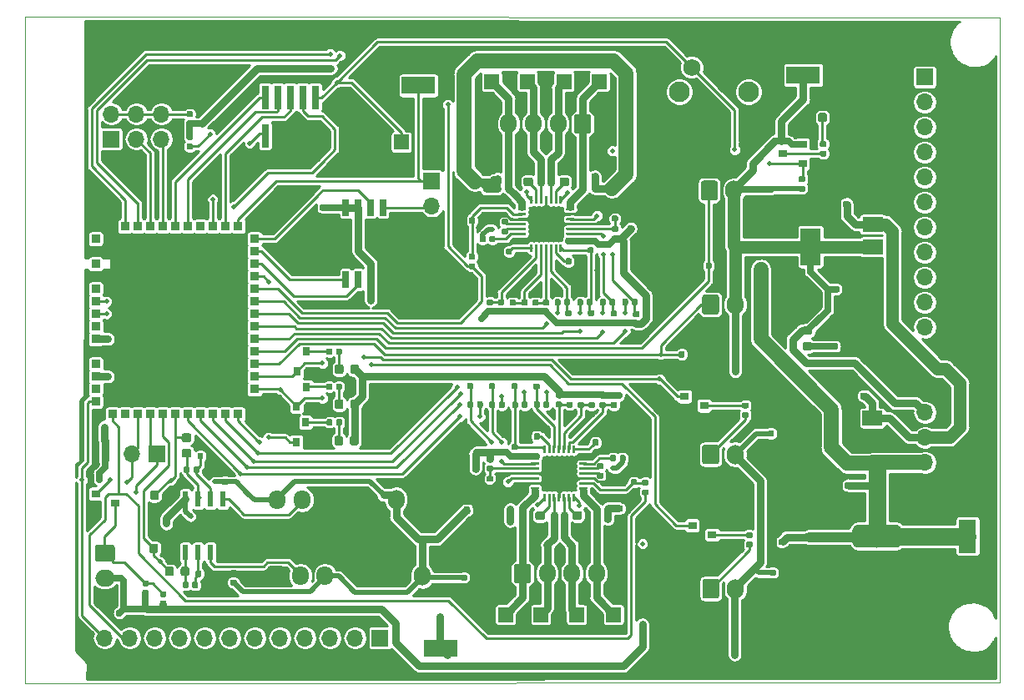
<source format=gbr>
G04 #@! TF.GenerationSoftware,KiCad,Pcbnew,(6.0.0-rc1-dev-1030-g80d50d98b)*
G04 #@! TF.CreationDate,2019-04-03T20:49:04-06:00*
G04 #@! TF.ProjectId,airmed_board_w3.1,6169726D65645F626F6172645F77332E,rev?*
G04 #@! TF.SameCoordinates,Original*
G04 #@! TF.FileFunction,Copper,L1,Top*
G04 #@! TF.FilePolarity,Positive*
%FSLAX46Y46*%
G04 Gerber Fmt 4.6, Leading zero omitted, Abs format (unit mm)*
G04 Created by KiCad (PCBNEW (6.0.0-rc1-dev-1030-g80d50d98b)) date Wednesday, April 03, 2019 at 08:49:04 PM*
%MOMM*%
%LPD*%
G01*
G04 APERTURE LIST*
G04 #@! TA.AperFunction,NonConductor*
%ADD10C,0.050000*%
G04 #@! TD*
G04 #@! TA.AperFunction,SMDPad,CuDef*
%ADD11R,0.740000X2.400000*%
G04 #@! TD*
G04 #@! TA.AperFunction,Conductor*
%ADD12C,0.020000*%
G04 #@! TD*
G04 #@! TA.AperFunction,SMDPad,CuDef*
%ADD13C,0.590000*%
G04 #@! TD*
G04 #@! TA.AperFunction,ComponentPad*
%ADD14O,1.700000X1.700000*%
G04 #@! TD*
G04 #@! TA.AperFunction,ComponentPad*
%ADD15R,1.700000X1.700000*%
G04 #@! TD*
G04 #@! TA.AperFunction,SMDPad,CuDef*
%ADD16R,2.000000X1.500000*%
G04 #@! TD*
G04 #@! TA.AperFunction,SMDPad,CuDef*
%ADD17R,2.000000X3.800000*%
G04 #@! TD*
G04 #@! TA.AperFunction,SMDPad,CuDef*
%ADD18R,3.400000X1.800000*%
G04 #@! TD*
G04 #@! TA.AperFunction,SMDPad,CuDef*
%ADD19R,1.500000X1.500000*%
G04 #@! TD*
G04 #@! TA.AperFunction,SMDPad,CuDef*
%ADD20R,0.600000X1.550000*%
G04 #@! TD*
G04 #@! TA.AperFunction,SMDPad,CuDef*
%ADD21C,0.875000*%
G04 #@! TD*
G04 #@! TA.AperFunction,SMDPad,CuDef*
%ADD22C,0.250000*%
G04 #@! TD*
G04 #@! TA.AperFunction,ViaPad*
%ADD23C,0.500000*%
G04 #@! TD*
G04 #@! TA.AperFunction,SMDPad,CuDef*
%ADD24C,3.350000*%
G04 #@! TD*
G04 #@! TA.AperFunction,ComponentPad*
%ADD25C,2.100000*%
G04 #@! TD*
G04 #@! TA.AperFunction,ComponentPad*
%ADD26C,1.750000*%
G04 #@! TD*
G04 #@! TA.AperFunction,SMDPad,CuDef*
%ADD27R,0.900000X0.800000*%
G04 #@! TD*
G04 #@! TA.AperFunction,SMDPad,CuDef*
%ADD28R,0.800000X0.900000*%
G04 #@! TD*
G04 #@! TA.AperFunction,ComponentPad*
%ADD29O,1.700000X1.950000*%
G04 #@! TD*
G04 #@! TA.AperFunction,ComponentPad*
%ADD30C,1.700000*%
G04 #@! TD*
G04 #@! TA.AperFunction,ComponentPad*
%ADD31O,2.000000X1.700000*%
G04 #@! TD*
G04 #@! TA.AperFunction,ComponentPad*
%ADD32O,1.700000X2.000000*%
G04 #@! TD*
G04 #@! TA.AperFunction,ComponentPad*
%ADD33C,2.300000*%
G04 #@! TD*
G04 #@! TA.AperFunction,SMDPad,CuDef*
%ADD34R,0.650000X1.700000*%
G04 #@! TD*
G04 #@! TA.AperFunction,SMDPad,CuDef*
%ADD35R,1.800000X3.400000*%
G04 #@! TD*
G04 #@! TA.AperFunction,SMDPad,CuDef*
%ADD36R,2.100000X2.100000*%
G04 #@! TD*
G04 #@! TA.AperFunction,SMDPad,CuDef*
%ADD37R,0.900000X0.900000*%
G04 #@! TD*
G04 #@! TA.AperFunction,ViaPad*
%ADD38C,0.508000*%
G04 #@! TD*
G04 #@! TA.AperFunction,Conductor*
%ADD39C,0.254000*%
G04 #@! TD*
G04 #@! TA.AperFunction,Conductor*
%ADD40C,0.635000*%
G04 #@! TD*
G04 #@! TA.AperFunction,Conductor*
%ADD41C,0.762000*%
G04 #@! TD*
G04 #@! TA.AperFunction,Conductor*
%ADD42C,0.508000*%
G04 #@! TD*
G04 #@! TA.AperFunction,Conductor*
%ADD43C,1.270000*%
G04 #@! TD*
G04 #@! TA.AperFunction,Conductor*
%ADD44C,0.250000*%
G04 #@! TD*
G04 #@! TA.AperFunction,Conductor*
%ADD45C,1.778000*%
G04 #@! TD*
G04 #@! TA.AperFunction,Conductor*
%ADD46C,1.016000*%
G04 #@! TD*
G04 #@! TA.AperFunction,Conductor*
%ADD47C,1.524000*%
G04 #@! TD*
G04 APERTURE END LIST*
D10*
X196321680Y-137459720D02*
X97378520Y-137525760D01*
X196321680Y-69966840D02*
X196321680Y-137459720D01*
X97444560Y-69880480D02*
X196321680Y-69966840D01*
X97378520Y-137525760D02*
X97444560Y-69880480D01*
D11*
G04 #@! TO.P,J4,10*
G04 #@! TO.N,nRESET*
X126862840Y-78085400D03*
G04 #@! TO.P,J4,9*
G04 #@! TO.N,GND*
X126862840Y-81985400D03*
G04 #@! TO.P,J4,8*
G04 #@! TO.N,JTAG_TDI*
X125592840Y-78085400D03*
G04 #@! TO.P,J4,7*
G04 #@! TO.N,GND*
X125592840Y-81985400D03*
G04 #@! TO.P,J4,6*
G04 #@! TO.N,JTAG_TDO*
X124322840Y-78085400D03*
G04 #@! TO.P,J4,5*
G04 #@! TO.N,GND*
X124322840Y-81985400D03*
G04 #@! TO.P,J4,4*
G04 #@! TO.N,JTAG_TCK*
X123052840Y-78085400D03*
G04 #@! TO.P,J4,3*
G04 #@! TO.N,GND*
X123052840Y-81985400D03*
G04 #@! TO.P,J4,2*
G04 #@! TO.N,JTAG_TMS*
X121782840Y-78085400D03*
G04 #@! TO.P,J4,1*
G04 #@! TO.N,Net-(J4-Pad1)*
X121782840Y-81985400D03*
G04 #@! TD*
D12*
G04 #@! TO.N,Net-(D6-Pad2)*
G04 #@! TO.C,R41*
G36*
X109833678Y-127109710D02*
X109847996Y-127111834D01*
X109862037Y-127115351D01*
X109875666Y-127120228D01*
X109888751Y-127126417D01*
X109901167Y-127133858D01*
X109912793Y-127142481D01*
X109923518Y-127152202D01*
X109933239Y-127162927D01*
X109941862Y-127174553D01*
X109949303Y-127186969D01*
X109955492Y-127200054D01*
X109960369Y-127213683D01*
X109963886Y-127227724D01*
X109966010Y-127242042D01*
X109966720Y-127256500D01*
X109966720Y-127551500D01*
X109966010Y-127565958D01*
X109963886Y-127580276D01*
X109960369Y-127594317D01*
X109955492Y-127607946D01*
X109949303Y-127621031D01*
X109941862Y-127633447D01*
X109933239Y-127645073D01*
X109923518Y-127655798D01*
X109912793Y-127665519D01*
X109901167Y-127674142D01*
X109888751Y-127681583D01*
X109875666Y-127687772D01*
X109862037Y-127692649D01*
X109847996Y-127696166D01*
X109833678Y-127698290D01*
X109819220Y-127699000D01*
X109474220Y-127699000D01*
X109459762Y-127698290D01*
X109445444Y-127696166D01*
X109431403Y-127692649D01*
X109417774Y-127687772D01*
X109404689Y-127681583D01*
X109392273Y-127674142D01*
X109380647Y-127665519D01*
X109369922Y-127655798D01*
X109360201Y-127645073D01*
X109351578Y-127633447D01*
X109344137Y-127621031D01*
X109337948Y-127607946D01*
X109333071Y-127594317D01*
X109329554Y-127580276D01*
X109327430Y-127565958D01*
X109326720Y-127551500D01*
X109326720Y-127256500D01*
X109327430Y-127242042D01*
X109329554Y-127227724D01*
X109333071Y-127213683D01*
X109337948Y-127200054D01*
X109344137Y-127186969D01*
X109351578Y-127174553D01*
X109360201Y-127162927D01*
X109369922Y-127152202D01*
X109380647Y-127142481D01*
X109392273Y-127133858D01*
X109404689Y-127126417D01*
X109417774Y-127120228D01*
X109431403Y-127115351D01*
X109445444Y-127111834D01*
X109459762Y-127109710D01*
X109474220Y-127109000D01*
X109819220Y-127109000D01*
X109833678Y-127109710D01*
X109833678Y-127109710D01*
G37*
D13*
G04 #@! TD*
G04 #@! TO.P,R41,2*
G04 #@! TO.N,Net-(D6-Pad2)*
X109646720Y-127404000D03*
D12*
G04 #@! TO.N,+12V*
G04 #@! TO.C,R41*
G36*
X109833678Y-128079710D02*
X109847996Y-128081834D01*
X109862037Y-128085351D01*
X109875666Y-128090228D01*
X109888751Y-128096417D01*
X109901167Y-128103858D01*
X109912793Y-128112481D01*
X109923518Y-128122202D01*
X109933239Y-128132927D01*
X109941862Y-128144553D01*
X109949303Y-128156969D01*
X109955492Y-128170054D01*
X109960369Y-128183683D01*
X109963886Y-128197724D01*
X109966010Y-128212042D01*
X109966720Y-128226500D01*
X109966720Y-128521500D01*
X109966010Y-128535958D01*
X109963886Y-128550276D01*
X109960369Y-128564317D01*
X109955492Y-128577946D01*
X109949303Y-128591031D01*
X109941862Y-128603447D01*
X109933239Y-128615073D01*
X109923518Y-128625798D01*
X109912793Y-128635519D01*
X109901167Y-128644142D01*
X109888751Y-128651583D01*
X109875666Y-128657772D01*
X109862037Y-128662649D01*
X109847996Y-128666166D01*
X109833678Y-128668290D01*
X109819220Y-128669000D01*
X109474220Y-128669000D01*
X109459762Y-128668290D01*
X109445444Y-128666166D01*
X109431403Y-128662649D01*
X109417774Y-128657772D01*
X109404689Y-128651583D01*
X109392273Y-128644142D01*
X109380647Y-128635519D01*
X109369922Y-128625798D01*
X109360201Y-128615073D01*
X109351578Y-128603447D01*
X109344137Y-128591031D01*
X109337948Y-128577946D01*
X109333071Y-128564317D01*
X109329554Y-128550276D01*
X109327430Y-128535958D01*
X109326720Y-128521500D01*
X109326720Y-128226500D01*
X109327430Y-128212042D01*
X109329554Y-128197724D01*
X109333071Y-128183683D01*
X109337948Y-128170054D01*
X109344137Y-128156969D01*
X109351578Y-128144553D01*
X109360201Y-128132927D01*
X109369922Y-128122202D01*
X109380647Y-128112481D01*
X109392273Y-128103858D01*
X109404689Y-128096417D01*
X109417774Y-128090228D01*
X109431403Y-128085351D01*
X109445444Y-128081834D01*
X109459762Y-128079710D01*
X109474220Y-128079000D01*
X109819220Y-128079000D01*
X109833678Y-128079710D01*
X109833678Y-128079710D01*
G37*
D13*
G04 #@! TD*
G04 #@! TO.P,R41,1*
G04 #@! TO.N,+12V*
X109646720Y-128374000D03*
D14*
G04 #@! TO.P,J7,11*
G04 #@! TO.N,Err_LED*
X188686440Y-101427280D03*
G04 #@! TO.P,J7,10*
G04 #@! TO.N,GPIO14*
X188686440Y-98887280D03*
G04 #@! TO.P,J7,9*
G04 #@! TO.N,GPIO13*
X188686440Y-96347280D03*
G04 #@! TO.P,J7,8*
G04 #@! TO.N,GPIO12*
X188686440Y-93807280D03*
G04 #@! TO.P,J7,7*
G04 #@! TO.N,GPIO17*
X188686440Y-91267280D03*
G04 #@! TO.P,J7,6*
G04 #@! TO.N,GPIO16*
X188686440Y-88727280D03*
G04 #@! TO.P,J7,5*
G04 #@! TO.N,GPIO15*
X188686440Y-86187280D03*
G04 #@! TO.P,J7,4*
G04 #@! TO.N,GPIO22*
X188686440Y-83647280D03*
G04 #@! TO.P,J7,3*
G04 #@! TO.N,GPIO28*
X188686440Y-81107280D03*
G04 #@! TO.P,J7,2*
G04 #@! TO.N,GPIO26*
X188686440Y-78567280D03*
D15*
G04 #@! TO.P,J7,1*
G04 #@! TO.N,GPIO27*
X188686440Y-76027280D03*
G04 #@! TD*
D12*
G04 #@! TO.N,+3V3*
G04 #@! TO.C,R47*
G36*
X145901678Y-99555510D02*
X145915996Y-99557634D01*
X145930037Y-99561151D01*
X145943666Y-99566028D01*
X145956751Y-99572217D01*
X145969167Y-99579658D01*
X145980793Y-99588281D01*
X145991518Y-99598002D01*
X146001239Y-99608727D01*
X146009862Y-99620353D01*
X146017303Y-99632769D01*
X146023492Y-99645854D01*
X146028369Y-99659483D01*
X146031886Y-99673524D01*
X146034010Y-99687842D01*
X146034720Y-99702300D01*
X146034720Y-99997300D01*
X146034010Y-100011758D01*
X146031886Y-100026076D01*
X146028369Y-100040117D01*
X146023492Y-100053746D01*
X146017303Y-100066831D01*
X146009862Y-100079247D01*
X146001239Y-100090873D01*
X145991518Y-100101598D01*
X145980793Y-100111319D01*
X145969167Y-100119942D01*
X145956751Y-100127383D01*
X145943666Y-100133572D01*
X145930037Y-100138449D01*
X145915996Y-100141966D01*
X145901678Y-100144090D01*
X145887220Y-100144800D01*
X145542220Y-100144800D01*
X145527762Y-100144090D01*
X145513444Y-100141966D01*
X145499403Y-100138449D01*
X145485774Y-100133572D01*
X145472689Y-100127383D01*
X145460273Y-100119942D01*
X145448647Y-100111319D01*
X145437922Y-100101598D01*
X145428201Y-100090873D01*
X145419578Y-100079247D01*
X145412137Y-100066831D01*
X145405948Y-100053746D01*
X145401071Y-100040117D01*
X145397554Y-100026076D01*
X145395430Y-100011758D01*
X145394720Y-99997300D01*
X145394720Y-99702300D01*
X145395430Y-99687842D01*
X145397554Y-99673524D01*
X145401071Y-99659483D01*
X145405948Y-99645854D01*
X145412137Y-99632769D01*
X145419578Y-99620353D01*
X145428201Y-99608727D01*
X145437922Y-99598002D01*
X145448647Y-99588281D01*
X145460273Y-99579658D01*
X145472689Y-99572217D01*
X145485774Y-99566028D01*
X145499403Y-99561151D01*
X145513444Y-99557634D01*
X145527762Y-99555510D01*
X145542220Y-99554800D01*
X145887220Y-99554800D01*
X145901678Y-99555510D01*
X145901678Y-99555510D01*
G37*
D13*
G04 #@! TD*
G04 #@! TO.P,R47,2*
G04 #@! TO.N,+3V3*
X145714720Y-99849800D03*
D12*
G04 #@! TO.N,D2_MS1*
G04 #@! TO.C,R47*
G36*
X145901678Y-98585510D02*
X145915996Y-98587634D01*
X145930037Y-98591151D01*
X145943666Y-98596028D01*
X145956751Y-98602217D01*
X145969167Y-98609658D01*
X145980793Y-98618281D01*
X145991518Y-98628002D01*
X146001239Y-98638727D01*
X146009862Y-98650353D01*
X146017303Y-98662769D01*
X146023492Y-98675854D01*
X146028369Y-98689483D01*
X146031886Y-98703524D01*
X146034010Y-98717842D01*
X146034720Y-98732300D01*
X146034720Y-99027300D01*
X146034010Y-99041758D01*
X146031886Y-99056076D01*
X146028369Y-99070117D01*
X146023492Y-99083746D01*
X146017303Y-99096831D01*
X146009862Y-99109247D01*
X146001239Y-99120873D01*
X145991518Y-99131598D01*
X145980793Y-99141319D01*
X145969167Y-99149942D01*
X145956751Y-99157383D01*
X145943666Y-99163572D01*
X145930037Y-99168449D01*
X145915996Y-99171966D01*
X145901678Y-99174090D01*
X145887220Y-99174800D01*
X145542220Y-99174800D01*
X145527762Y-99174090D01*
X145513444Y-99171966D01*
X145499403Y-99168449D01*
X145485774Y-99163572D01*
X145472689Y-99157383D01*
X145460273Y-99149942D01*
X145448647Y-99141319D01*
X145437922Y-99131598D01*
X145428201Y-99120873D01*
X145419578Y-99109247D01*
X145412137Y-99096831D01*
X145405948Y-99083746D01*
X145401071Y-99070117D01*
X145397554Y-99056076D01*
X145395430Y-99041758D01*
X145394720Y-99027300D01*
X145394720Y-98732300D01*
X145395430Y-98717842D01*
X145397554Y-98703524D01*
X145401071Y-98689483D01*
X145405948Y-98675854D01*
X145412137Y-98662769D01*
X145419578Y-98650353D01*
X145428201Y-98638727D01*
X145437922Y-98628002D01*
X145448647Y-98618281D01*
X145460273Y-98609658D01*
X145472689Y-98602217D01*
X145485774Y-98596028D01*
X145499403Y-98591151D01*
X145513444Y-98587634D01*
X145527762Y-98585510D01*
X145542220Y-98584800D01*
X145887220Y-98584800D01*
X145901678Y-98585510D01*
X145901678Y-98585510D01*
G37*
D13*
G04 #@! TD*
G04 #@! TO.P,R47,1*
G04 #@! TO.N,D2_MS1*
X145714720Y-98879800D03*
D14*
G04 #@! TO.P,J5,4*
G04 #@! TO.N,+12V*
X188711840Y-115133120D03*
G04 #@! TO.P,J5,3*
G04 #@! TO.N,+5V*
X188711840Y-112593120D03*
G04 #@! TO.P,J5,2*
G04 #@! TO.N,+3V3*
X188711840Y-110053120D03*
D15*
G04 #@! TO.P,J5,1*
G04 #@! TO.N,GND*
X188711840Y-107513120D03*
G04 #@! TD*
D16*
G04 #@! TO.P,U7,1*
G04 #@! TO.N,+12V*
X183368080Y-115233480D03*
G04 #@! TO.P,U7,3*
G04 #@! TO.N,+5V*
X183368080Y-110633480D03*
G04 #@! TO.P,U7,2*
G04 #@! TO.N,GND*
X183368080Y-112933480D03*
D17*
X177068080Y-112933480D03*
G04 #@! TD*
D18*
G04 #@! TO.P,+5V,1*
G04 #@! TO.N,+5V*
X139588240Y-134010400D03*
G04 #@! TD*
D12*
G04 #@! TO.N,GND*
G04 #@! TO.C,C33*
G36*
X181642558Y-108072670D02*
X181656876Y-108074794D01*
X181670917Y-108078311D01*
X181684546Y-108083188D01*
X181697631Y-108089377D01*
X181710047Y-108096818D01*
X181721673Y-108105441D01*
X181732398Y-108115162D01*
X181742119Y-108125887D01*
X181750742Y-108137513D01*
X181758183Y-108149929D01*
X181764372Y-108163014D01*
X181769249Y-108176643D01*
X181772766Y-108190684D01*
X181774890Y-108205002D01*
X181775600Y-108219460D01*
X181775600Y-108564460D01*
X181774890Y-108578918D01*
X181772766Y-108593236D01*
X181769249Y-108607277D01*
X181764372Y-108620906D01*
X181758183Y-108633991D01*
X181750742Y-108646407D01*
X181742119Y-108658033D01*
X181732398Y-108668758D01*
X181721673Y-108678479D01*
X181710047Y-108687102D01*
X181697631Y-108694543D01*
X181684546Y-108700732D01*
X181670917Y-108705609D01*
X181656876Y-108709126D01*
X181642558Y-108711250D01*
X181628100Y-108711960D01*
X181333100Y-108711960D01*
X181318642Y-108711250D01*
X181304324Y-108709126D01*
X181290283Y-108705609D01*
X181276654Y-108700732D01*
X181263569Y-108694543D01*
X181251153Y-108687102D01*
X181239527Y-108678479D01*
X181228802Y-108668758D01*
X181219081Y-108658033D01*
X181210458Y-108646407D01*
X181203017Y-108633991D01*
X181196828Y-108620906D01*
X181191951Y-108607277D01*
X181188434Y-108593236D01*
X181186310Y-108578918D01*
X181185600Y-108564460D01*
X181185600Y-108219460D01*
X181186310Y-108205002D01*
X181188434Y-108190684D01*
X181191951Y-108176643D01*
X181196828Y-108163014D01*
X181203017Y-108149929D01*
X181210458Y-108137513D01*
X181219081Y-108125887D01*
X181228802Y-108115162D01*
X181239527Y-108105441D01*
X181251153Y-108096818D01*
X181263569Y-108089377D01*
X181276654Y-108083188D01*
X181290283Y-108078311D01*
X181304324Y-108074794D01*
X181318642Y-108072670D01*
X181333100Y-108071960D01*
X181628100Y-108071960D01*
X181642558Y-108072670D01*
X181642558Y-108072670D01*
G37*
D13*
G04 #@! TD*
G04 #@! TO.P,C33,2*
G04 #@! TO.N,GND*
X181480600Y-108391960D03*
D12*
G04 #@! TO.N,+5V*
G04 #@! TO.C,C33*
G36*
X182612558Y-108072670D02*
X182626876Y-108074794D01*
X182640917Y-108078311D01*
X182654546Y-108083188D01*
X182667631Y-108089377D01*
X182680047Y-108096818D01*
X182691673Y-108105441D01*
X182702398Y-108115162D01*
X182712119Y-108125887D01*
X182720742Y-108137513D01*
X182728183Y-108149929D01*
X182734372Y-108163014D01*
X182739249Y-108176643D01*
X182742766Y-108190684D01*
X182744890Y-108205002D01*
X182745600Y-108219460D01*
X182745600Y-108564460D01*
X182744890Y-108578918D01*
X182742766Y-108593236D01*
X182739249Y-108607277D01*
X182734372Y-108620906D01*
X182728183Y-108633991D01*
X182720742Y-108646407D01*
X182712119Y-108658033D01*
X182702398Y-108668758D01*
X182691673Y-108678479D01*
X182680047Y-108687102D01*
X182667631Y-108694543D01*
X182654546Y-108700732D01*
X182640917Y-108705609D01*
X182626876Y-108709126D01*
X182612558Y-108711250D01*
X182598100Y-108711960D01*
X182303100Y-108711960D01*
X182288642Y-108711250D01*
X182274324Y-108709126D01*
X182260283Y-108705609D01*
X182246654Y-108700732D01*
X182233569Y-108694543D01*
X182221153Y-108687102D01*
X182209527Y-108678479D01*
X182198802Y-108668758D01*
X182189081Y-108658033D01*
X182180458Y-108646407D01*
X182173017Y-108633991D01*
X182166828Y-108620906D01*
X182161951Y-108607277D01*
X182158434Y-108593236D01*
X182156310Y-108578918D01*
X182155600Y-108564460D01*
X182155600Y-108219460D01*
X182156310Y-108205002D01*
X182158434Y-108190684D01*
X182161951Y-108176643D01*
X182166828Y-108163014D01*
X182173017Y-108149929D01*
X182180458Y-108137513D01*
X182189081Y-108125887D01*
X182198802Y-108115162D01*
X182209527Y-108105441D01*
X182221153Y-108096818D01*
X182233569Y-108089377D01*
X182246654Y-108083188D01*
X182260283Y-108078311D01*
X182274324Y-108074794D01*
X182288642Y-108072670D01*
X182303100Y-108071960D01*
X182598100Y-108071960D01*
X182612558Y-108072670D01*
X182612558Y-108072670D01*
G37*
D13*
G04 #@! TD*
G04 #@! TO.P,C33,1*
G04 #@! TO.N,+5V*
X182450600Y-108391960D03*
D12*
G04 #@! TO.N,GND*
G04 #@! TO.C,C32*
G36*
X180082998Y-117165870D02*
X180097316Y-117167994D01*
X180111357Y-117171511D01*
X180124986Y-117176388D01*
X180138071Y-117182577D01*
X180150487Y-117190018D01*
X180162113Y-117198641D01*
X180172838Y-117208362D01*
X180182559Y-117219087D01*
X180191182Y-117230713D01*
X180198623Y-117243129D01*
X180204812Y-117256214D01*
X180209689Y-117269843D01*
X180213206Y-117283884D01*
X180215330Y-117298202D01*
X180216040Y-117312660D01*
X180216040Y-117657660D01*
X180215330Y-117672118D01*
X180213206Y-117686436D01*
X180209689Y-117700477D01*
X180204812Y-117714106D01*
X180198623Y-117727191D01*
X180191182Y-117739607D01*
X180182559Y-117751233D01*
X180172838Y-117761958D01*
X180162113Y-117771679D01*
X180150487Y-117780302D01*
X180138071Y-117787743D01*
X180124986Y-117793932D01*
X180111357Y-117798809D01*
X180097316Y-117802326D01*
X180082998Y-117804450D01*
X180068540Y-117805160D01*
X179773540Y-117805160D01*
X179759082Y-117804450D01*
X179744764Y-117802326D01*
X179730723Y-117798809D01*
X179717094Y-117793932D01*
X179704009Y-117787743D01*
X179691593Y-117780302D01*
X179679967Y-117771679D01*
X179669242Y-117761958D01*
X179659521Y-117751233D01*
X179650898Y-117739607D01*
X179643457Y-117727191D01*
X179637268Y-117714106D01*
X179632391Y-117700477D01*
X179628874Y-117686436D01*
X179626750Y-117672118D01*
X179626040Y-117657660D01*
X179626040Y-117312660D01*
X179626750Y-117298202D01*
X179628874Y-117283884D01*
X179632391Y-117269843D01*
X179637268Y-117256214D01*
X179643457Y-117243129D01*
X179650898Y-117230713D01*
X179659521Y-117219087D01*
X179669242Y-117208362D01*
X179679967Y-117198641D01*
X179691593Y-117190018D01*
X179704009Y-117182577D01*
X179717094Y-117176388D01*
X179730723Y-117171511D01*
X179744764Y-117167994D01*
X179759082Y-117165870D01*
X179773540Y-117165160D01*
X180068540Y-117165160D01*
X180082998Y-117165870D01*
X180082998Y-117165870D01*
G37*
D13*
G04 #@! TD*
G04 #@! TO.P,C32,2*
G04 #@! TO.N,GND*
X179921040Y-117485160D03*
D12*
G04 #@! TO.N,+12V*
G04 #@! TO.C,C32*
G36*
X181052998Y-117165870D02*
X181067316Y-117167994D01*
X181081357Y-117171511D01*
X181094986Y-117176388D01*
X181108071Y-117182577D01*
X181120487Y-117190018D01*
X181132113Y-117198641D01*
X181142838Y-117208362D01*
X181152559Y-117219087D01*
X181161182Y-117230713D01*
X181168623Y-117243129D01*
X181174812Y-117256214D01*
X181179689Y-117269843D01*
X181183206Y-117283884D01*
X181185330Y-117298202D01*
X181186040Y-117312660D01*
X181186040Y-117657660D01*
X181185330Y-117672118D01*
X181183206Y-117686436D01*
X181179689Y-117700477D01*
X181174812Y-117714106D01*
X181168623Y-117727191D01*
X181161182Y-117739607D01*
X181152559Y-117751233D01*
X181142838Y-117761958D01*
X181132113Y-117771679D01*
X181120487Y-117780302D01*
X181108071Y-117787743D01*
X181094986Y-117793932D01*
X181081357Y-117798809D01*
X181067316Y-117802326D01*
X181052998Y-117804450D01*
X181038540Y-117805160D01*
X180743540Y-117805160D01*
X180729082Y-117804450D01*
X180714764Y-117802326D01*
X180700723Y-117798809D01*
X180687094Y-117793932D01*
X180674009Y-117787743D01*
X180661593Y-117780302D01*
X180649967Y-117771679D01*
X180639242Y-117761958D01*
X180629521Y-117751233D01*
X180620898Y-117739607D01*
X180613457Y-117727191D01*
X180607268Y-117714106D01*
X180602391Y-117700477D01*
X180598874Y-117686436D01*
X180596750Y-117672118D01*
X180596040Y-117657660D01*
X180596040Y-117312660D01*
X180596750Y-117298202D01*
X180598874Y-117283884D01*
X180602391Y-117269843D01*
X180607268Y-117256214D01*
X180613457Y-117243129D01*
X180620898Y-117230713D01*
X180629521Y-117219087D01*
X180639242Y-117208362D01*
X180649967Y-117198641D01*
X180661593Y-117190018D01*
X180674009Y-117182577D01*
X180687094Y-117176388D01*
X180700723Y-117171511D01*
X180714764Y-117167994D01*
X180729082Y-117165870D01*
X180743540Y-117165160D01*
X181038540Y-117165160D01*
X181052998Y-117165870D01*
X181052998Y-117165870D01*
G37*
D13*
G04 #@! TD*
G04 #@! TO.P,C32,1*
G04 #@! TO.N,+12V*
X180891040Y-117485160D03*
D19*
G04 #@! TO.P,~RST,1*
G04 #@! TO.N,nRESET*
X135585200Y-82636360D03*
G04 #@! TD*
D12*
G04 #@! TO.N,GND*
G04 #@! TO.C,C31*
G36*
X118754158Y-126058150D02*
X118768476Y-126060274D01*
X118782517Y-126063791D01*
X118796146Y-126068668D01*
X118809231Y-126074857D01*
X118821647Y-126082298D01*
X118833273Y-126090921D01*
X118843998Y-126100642D01*
X118853719Y-126111367D01*
X118862342Y-126122993D01*
X118869783Y-126135409D01*
X118875972Y-126148494D01*
X118880849Y-126162123D01*
X118884366Y-126176164D01*
X118886490Y-126190482D01*
X118887200Y-126204940D01*
X118887200Y-126499940D01*
X118886490Y-126514398D01*
X118884366Y-126528716D01*
X118880849Y-126542757D01*
X118875972Y-126556386D01*
X118869783Y-126569471D01*
X118862342Y-126581887D01*
X118853719Y-126593513D01*
X118843998Y-126604238D01*
X118833273Y-126613959D01*
X118821647Y-126622582D01*
X118809231Y-126630023D01*
X118796146Y-126636212D01*
X118782517Y-126641089D01*
X118768476Y-126644606D01*
X118754158Y-126646730D01*
X118739700Y-126647440D01*
X118394700Y-126647440D01*
X118380242Y-126646730D01*
X118365924Y-126644606D01*
X118351883Y-126641089D01*
X118338254Y-126636212D01*
X118325169Y-126630023D01*
X118312753Y-126622582D01*
X118301127Y-126613959D01*
X118290402Y-126604238D01*
X118280681Y-126593513D01*
X118272058Y-126581887D01*
X118264617Y-126569471D01*
X118258428Y-126556386D01*
X118253551Y-126542757D01*
X118250034Y-126528716D01*
X118247910Y-126514398D01*
X118247200Y-126499940D01*
X118247200Y-126204940D01*
X118247910Y-126190482D01*
X118250034Y-126176164D01*
X118253551Y-126162123D01*
X118258428Y-126148494D01*
X118264617Y-126135409D01*
X118272058Y-126122993D01*
X118280681Y-126111367D01*
X118290402Y-126100642D01*
X118301127Y-126090921D01*
X118312753Y-126082298D01*
X118325169Y-126074857D01*
X118338254Y-126068668D01*
X118351883Y-126063791D01*
X118365924Y-126060274D01*
X118380242Y-126058150D01*
X118394700Y-126057440D01*
X118739700Y-126057440D01*
X118754158Y-126058150D01*
X118754158Y-126058150D01*
G37*
D13*
G04 #@! TD*
G04 #@! TO.P,C31,2*
G04 #@! TO.N,GND*
X118567200Y-126352440D03*
D12*
G04 #@! TO.N,+5V*
G04 #@! TO.C,C31*
G36*
X118754158Y-127028150D02*
X118768476Y-127030274D01*
X118782517Y-127033791D01*
X118796146Y-127038668D01*
X118809231Y-127044857D01*
X118821647Y-127052298D01*
X118833273Y-127060921D01*
X118843998Y-127070642D01*
X118853719Y-127081367D01*
X118862342Y-127092993D01*
X118869783Y-127105409D01*
X118875972Y-127118494D01*
X118880849Y-127132123D01*
X118884366Y-127146164D01*
X118886490Y-127160482D01*
X118887200Y-127174940D01*
X118887200Y-127469940D01*
X118886490Y-127484398D01*
X118884366Y-127498716D01*
X118880849Y-127512757D01*
X118875972Y-127526386D01*
X118869783Y-127539471D01*
X118862342Y-127551887D01*
X118853719Y-127563513D01*
X118843998Y-127574238D01*
X118833273Y-127583959D01*
X118821647Y-127592582D01*
X118809231Y-127600023D01*
X118796146Y-127606212D01*
X118782517Y-127611089D01*
X118768476Y-127614606D01*
X118754158Y-127616730D01*
X118739700Y-127617440D01*
X118394700Y-127617440D01*
X118380242Y-127616730D01*
X118365924Y-127614606D01*
X118351883Y-127611089D01*
X118338254Y-127606212D01*
X118325169Y-127600023D01*
X118312753Y-127592582D01*
X118301127Y-127583959D01*
X118290402Y-127574238D01*
X118280681Y-127563513D01*
X118272058Y-127551887D01*
X118264617Y-127539471D01*
X118258428Y-127526386D01*
X118253551Y-127512757D01*
X118250034Y-127498716D01*
X118247910Y-127484398D01*
X118247200Y-127469940D01*
X118247200Y-127174940D01*
X118247910Y-127160482D01*
X118250034Y-127146164D01*
X118253551Y-127132123D01*
X118258428Y-127118494D01*
X118264617Y-127105409D01*
X118272058Y-127092993D01*
X118280681Y-127081367D01*
X118290402Y-127070642D01*
X118301127Y-127060921D01*
X118312753Y-127052298D01*
X118325169Y-127044857D01*
X118338254Y-127038668D01*
X118351883Y-127033791D01*
X118365924Y-127030274D01*
X118380242Y-127028150D01*
X118394700Y-127027440D01*
X118739700Y-127027440D01*
X118754158Y-127028150D01*
X118754158Y-127028150D01*
G37*
D13*
G04 #@! TD*
G04 #@! TO.P,C31,1*
G04 #@! TO.N,+5V*
X118567200Y-127322440D03*
D12*
G04 #@! TO.N,GND*
G04 #@! TO.C,C30*
G36*
X142411718Y-118651510D02*
X142426036Y-118653634D01*
X142440077Y-118657151D01*
X142453706Y-118662028D01*
X142466791Y-118668217D01*
X142479207Y-118675658D01*
X142490833Y-118684281D01*
X142501558Y-118694002D01*
X142511279Y-118704727D01*
X142519902Y-118716353D01*
X142527343Y-118728769D01*
X142533532Y-118741854D01*
X142538409Y-118755483D01*
X142541926Y-118769524D01*
X142544050Y-118783842D01*
X142544760Y-118798300D01*
X142544760Y-119093300D01*
X142544050Y-119107758D01*
X142541926Y-119122076D01*
X142538409Y-119136117D01*
X142533532Y-119149746D01*
X142527343Y-119162831D01*
X142519902Y-119175247D01*
X142511279Y-119186873D01*
X142501558Y-119197598D01*
X142490833Y-119207319D01*
X142479207Y-119215942D01*
X142466791Y-119223383D01*
X142453706Y-119229572D01*
X142440077Y-119234449D01*
X142426036Y-119237966D01*
X142411718Y-119240090D01*
X142397260Y-119240800D01*
X142052260Y-119240800D01*
X142037802Y-119240090D01*
X142023484Y-119237966D01*
X142009443Y-119234449D01*
X141995814Y-119229572D01*
X141982729Y-119223383D01*
X141970313Y-119215942D01*
X141958687Y-119207319D01*
X141947962Y-119197598D01*
X141938241Y-119186873D01*
X141929618Y-119175247D01*
X141922177Y-119162831D01*
X141915988Y-119149746D01*
X141911111Y-119136117D01*
X141907594Y-119122076D01*
X141905470Y-119107758D01*
X141904760Y-119093300D01*
X141904760Y-118798300D01*
X141905470Y-118783842D01*
X141907594Y-118769524D01*
X141911111Y-118755483D01*
X141915988Y-118741854D01*
X141922177Y-118728769D01*
X141929618Y-118716353D01*
X141938241Y-118704727D01*
X141947962Y-118694002D01*
X141958687Y-118684281D01*
X141970313Y-118675658D01*
X141982729Y-118668217D01*
X141995814Y-118662028D01*
X142009443Y-118657151D01*
X142023484Y-118653634D01*
X142037802Y-118651510D01*
X142052260Y-118650800D01*
X142397260Y-118650800D01*
X142411718Y-118651510D01*
X142411718Y-118651510D01*
G37*
D13*
G04 #@! TD*
G04 #@! TO.P,C30,2*
G04 #@! TO.N,GND*
X142224760Y-118945800D03*
D12*
G04 #@! TO.N,+5V*
G04 #@! TO.C,C30*
G36*
X142411718Y-119621510D02*
X142426036Y-119623634D01*
X142440077Y-119627151D01*
X142453706Y-119632028D01*
X142466791Y-119638217D01*
X142479207Y-119645658D01*
X142490833Y-119654281D01*
X142501558Y-119664002D01*
X142511279Y-119674727D01*
X142519902Y-119686353D01*
X142527343Y-119698769D01*
X142533532Y-119711854D01*
X142538409Y-119725483D01*
X142541926Y-119739524D01*
X142544050Y-119753842D01*
X142544760Y-119768300D01*
X142544760Y-120063300D01*
X142544050Y-120077758D01*
X142541926Y-120092076D01*
X142538409Y-120106117D01*
X142533532Y-120119746D01*
X142527343Y-120132831D01*
X142519902Y-120145247D01*
X142511279Y-120156873D01*
X142501558Y-120167598D01*
X142490833Y-120177319D01*
X142479207Y-120185942D01*
X142466791Y-120193383D01*
X142453706Y-120199572D01*
X142440077Y-120204449D01*
X142426036Y-120207966D01*
X142411718Y-120210090D01*
X142397260Y-120210800D01*
X142052260Y-120210800D01*
X142037802Y-120210090D01*
X142023484Y-120207966D01*
X142009443Y-120204449D01*
X141995814Y-120199572D01*
X141982729Y-120193383D01*
X141970313Y-120185942D01*
X141958687Y-120177319D01*
X141947962Y-120167598D01*
X141938241Y-120156873D01*
X141929618Y-120145247D01*
X141922177Y-120132831D01*
X141915988Y-120119746D01*
X141911111Y-120106117D01*
X141907594Y-120092076D01*
X141905470Y-120077758D01*
X141904760Y-120063300D01*
X141904760Y-119768300D01*
X141905470Y-119753842D01*
X141907594Y-119739524D01*
X141911111Y-119725483D01*
X141915988Y-119711854D01*
X141922177Y-119698769D01*
X141929618Y-119686353D01*
X141938241Y-119674727D01*
X141947962Y-119664002D01*
X141958687Y-119654281D01*
X141970313Y-119645658D01*
X141982729Y-119638217D01*
X141995814Y-119632028D01*
X142009443Y-119627151D01*
X142023484Y-119623634D01*
X142037802Y-119621510D01*
X142052260Y-119620800D01*
X142397260Y-119620800D01*
X142411718Y-119621510D01*
X142411718Y-119621510D01*
G37*
D13*
G04 #@! TD*
G04 #@! TO.P,C30,1*
G04 #@! TO.N,+5V*
X142224760Y-119915800D03*
D12*
G04 #@! TO.N,GND*
G04 #@! TO.C,C29*
G36*
X117870238Y-115832110D02*
X117884556Y-115834234D01*
X117898597Y-115837751D01*
X117912226Y-115842628D01*
X117925311Y-115848817D01*
X117937727Y-115856258D01*
X117949353Y-115864881D01*
X117960078Y-115874602D01*
X117969799Y-115885327D01*
X117978422Y-115896953D01*
X117985863Y-115909369D01*
X117992052Y-115922454D01*
X117996929Y-115936083D01*
X118000446Y-115950124D01*
X118002570Y-115964442D01*
X118003280Y-115978900D01*
X118003280Y-116273900D01*
X118002570Y-116288358D01*
X118000446Y-116302676D01*
X117996929Y-116316717D01*
X117992052Y-116330346D01*
X117985863Y-116343431D01*
X117978422Y-116355847D01*
X117969799Y-116367473D01*
X117960078Y-116378198D01*
X117949353Y-116387919D01*
X117937727Y-116396542D01*
X117925311Y-116403983D01*
X117912226Y-116410172D01*
X117898597Y-116415049D01*
X117884556Y-116418566D01*
X117870238Y-116420690D01*
X117855780Y-116421400D01*
X117510780Y-116421400D01*
X117496322Y-116420690D01*
X117482004Y-116418566D01*
X117467963Y-116415049D01*
X117454334Y-116410172D01*
X117441249Y-116403983D01*
X117428833Y-116396542D01*
X117417207Y-116387919D01*
X117406482Y-116378198D01*
X117396761Y-116367473D01*
X117388138Y-116355847D01*
X117380697Y-116343431D01*
X117374508Y-116330346D01*
X117369631Y-116316717D01*
X117366114Y-116302676D01*
X117363990Y-116288358D01*
X117363280Y-116273900D01*
X117363280Y-115978900D01*
X117363990Y-115964442D01*
X117366114Y-115950124D01*
X117369631Y-115936083D01*
X117374508Y-115922454D01*
X117380697Y-115909369D01*
X117388138Y-115896953D01*
X117396761Y-115885327D01*
X117406482Y-115874602D01*
X117417207Y-115864881D01*
X117428833Y-115856258D01*
X117441249Y-115848817D01*
X117454334Y-115842628D01*
X117467963Y-115837751D01*
X117482004Y-115834234D01*
X117496322Y-115832110D01*
X117510780Y-115831400D01*
X117855780Y-115831400D01*
X117870238Y-115832110D01*
X117870238Y-115832110D01*
G37*
D13*
G04 #@! TD*
G04 #@! TO.P,C29,2*
G04 #@! TO.N,GND*
X117683280Y-116126400D03*
D12*
G04 #@! TO.N,+5V*
G04 #@! TO.C,C29*
G36*
X117870238Y-116802110D02*
X117884556Y-116804234D01*
X117898597Y-116807751D01*
X117912226Y-116812628D01*
X117925311Y-116818817D01*
X117937727Y-116826258D01*
X117949353Y-116834881D01*
X117960078Y-116844602D01*
X117969799Y-116855327D01*
X117978422Y-116866953D01*
X117985863Y-116879369D01*
X117992052Y-116892454D01*
X117996929Y-116906083D01*
X118000446Y-116920124D01*
X118002570Y-116934442D01*
X118003280Y-116948900D01*
X118003280Y-117243900D01*
X118002570Y-117258358D01*
X118000446Y-117272676D01*
X117996929Y-117286717D01*
X117992052Y-117300346D01*
X117985863Y-117313431D01*
X117978422Y-117325847D01*
X117969799Y-117337473D01*
X117960078Y-117348198D01*
X117949353Y-117357919D01*
X117937727Y-117366542D01*
X117925311Y-117373983D01*
X117912226Y-117380172D01*
X117898597Y-117385049D01*
X117884556Y-117388566D01*
X117870238Y-117390690D01*
X117855780Y-117391400D01*
X117510780Y-117391400D01*
X117496322Y-117390690D01*
X117482004Y-117388566D01*
X117467963Y-117385049D01*
X117454334Y-117380172D01*
X117441249Y-117373983D01*
X117428833Y-117366542D01*
X117417207Y-117357919D01*
X117406482Y-117348198D01*
X117396761Y-117337473D01*
X117388138Y-117325847D01*
X117380697Y-117313431D01*
X117374508Y-117300346D01*
X117369631Y-117286717D01*
X117366114Y-117272676D01*
X117363990Y-117258358D01*
X117363280Y-117243900D01*
X117363280Y-116948900D01*
X117363990Y-116934442D01*
X117366114Y-116920124D01*
X117369631Y-116906083D01*
X117374508Y-116892454D01*
X117380697Y-116879369D01*
X117388138Y-116866953D01*
X117396761Y-116855327D01*
X117406482Y-116844602D01*
X117417207Y-116834881D01*
X117428833Y-116826258D01*
X117441249Y-116818817D01*
X117454334Y-116812628D01*
X117467963Y-116807751D01*
X117482004Y-116804234D01*
X117496322Y-116802110D01*
X117510780Y-116801400D01*
X117855780Y-116801400D01*
X117870238Y-116802110D01*
X117870238Y-116802110D01*
G37*
D13*
G04 #@! TD*
G04 #@! TO.P,C29,1*
G04 #@! TO.N,+5V*
X117683280Y-117096400D03*
D12*
G04 #@! TO.N,GND*
G04 #@! TO.C,C28*
G36*
X142137398Y-127485350D02*
X142151716Y-127487474D01*
X142165757Y-127490991D01*
X142179386Y-127495868D01*
X142192471Y-127502057D01*
X142204887Y-127509498D01*
X142216513Y-127518121D01*
X142227238Y-127527842D01*
X142236959Y-127538567D01*
X142245582Y-127550193D01*
X142253023Y-127562609D01*
X142259212Y-127575694D01*
X142264089Y-127589323D01*
X142267606Y-127603364D01*
X142269730Y-127617682D01*
X142270440Y-127632140D01*
X142270440Y-127927140D01*
X142269730Y-127941598D01*
X142267606Y-127955916D01*
X142264089Y-127969957D01*
X142259212Y-127983586D01*
X142253023Y-127996671D01*
X142245582Y-128009087D01*
X142236959Y-128020713D01*
X142227238Y-128031438D01*
X142216513Y-128041159D01*
X142204887Y-128049782D01*
X142192471Y-128057223D01*
X142179386Y-128063412D01*
X142165757Y-128068289D01*
X142151716Y-128071806D01*
X142137398Y-128073930D01*
X142122940Y-128074640D01*
X141777940Y-128074640D01*
X141763482Y-128073930D01*
X141749164Y-128071806D01*
X141735123Y-128068289D01*
X141721494Y-128063412D01*
X141708409Y-128057223D01*
X141695993Y-128049782D01*
X141684367Y-128041159D01*
X141673642Y-128031438D01*
X141663921Y-128020713D01*
X141655298Y-128009087D01*
X141647857Y-127996671D01*
X141641668Y-127983586D01*
X141636791Y-127969957D01*
X141633274Y-127955916D01*
X141631150Y-127941598D01*
X141630440Y-127927140D01*
X141630440Y-127632140D01*
X141631150Y-127617682D01*
X141633274Y-127603364D01*
X141636791Y-127589323D01*
X141641668Y-127575694D01*
X141647857Y-127562609D01*
X141655298Y-127550193D01*
X141663921Y-127538567D01*
X141673642Y-127527842D01*
X141684367Y-127518121D01*
X141695993Y-127509498D01*
X141708409Y-127502057D01*
X141721494Y-127495868D01*
X141735123Y-127490991D01*
X141749164Y-127487474D01*
X141763482Y-127485350D01*
X141777940Y-127484640D01*
X142122940Y-127484640D01*
X142137398Y-127485350D01*
X142137398Y-127485350D01*
G37*
D13*
G04 #@! TD*
G04 #@! TO.P,C28,2*
G04 #@! TO.N,GND*
X141950440Y-127779640D03*
D12*
G04 #@! TO.N,+5V*
G04 #@! TO.C,C28*
G36*
X142137398Y-126515350D02*
X142151716Y-126517474D01*
X142165757Y-126520991D01*
X142179386Y-126525868D01*
X142192471Y-126532057D01*
X142204887Y-126539498D01*
X142216513Y-126548121D01*
X142227238Y-126557842D01*
X142236959Y-126568567D01*
X142245582Y-126580193D01*
X142253023Y-126592609D01*
X142259212Y-126605694D01*
X142264089Y-126619323D01*
X142267606Y-126633364D01*
X142269730Y-126647682D01*
X142270440Y-126662140D01*
X142270440Y-126957140D01*
X142269730Y-126971598D01*
X142267606Y-126985916D01*
X142264089Y-126999957D01*
X142259212Y-127013586D01*
X142253023Y-127026671D01*
X142245582Y-127039087D01*
X142236959Y-127050713D01*
X142227238Y-127061438D01*
X142216513Y-127071159D01*
X142204887Y-127079782D01*
X142192471Y-127087223D01*
X142179386Y-127093412D01*
X142165757Y-127098289D01*
X142151716Y-127101806D01*
X142137398Y-127103930D01*
X142122940Y-127104640D01*
X141777940Y-127104640D01*
X141763482Y-127103930D01*
X141749164Y-127101806D01*
X141735123Y-127098289D01*
X141721494Y-127093412D01*
X141708409Y-127087223D01*
X141695993Y-127079782D01*
X141684367Y-127071159D01*
X141673642Y-127061438D01*
X141663921Y-127050713D01*
X141655298Y-127039087D01*
X141647857Y-127026671D01*
X141641668Y-127013586D01*
X141636791Y-126999957D01*
X141633274Y-126985916D01*
X141631150Y-126971598D01*
X141630440Y-126957140D01*
X141630440Y-126662140D01*
X141631150Y-126647682D01*
X141633274Y-126633364D01*
X141636791Y-126619323D01*
X141641668Y-126605694D01*
X141647857Y-126592609D01*
X141655298Y-126580193D01*
X141663921Y-126568567D01*
X141673642Y-126557842D01*
X141684367Y-126548121D01*
X141695993Y-126539498D01*
X141708409Y-126532057D01*
X141721494Y-126525868D01*
X141735123Y-126520991D01*
X141749164Y-126517474D01*
X141763482Y-126515350D01*
X141777940Y-126514640D01*
X142122940Y-126514640D01*
X142137398Y-126515350D01*
X142137398Y-126515350D01*
G37*
D13*
G04 #@! TD*
G04 #@! TO.P,C28,1*
G04 #@! TO.N,+5V*
X141950440Y-126809640D03*
D12*
G04 #@! TO.N,GND*
G04 #@! TO.C,C27*
G36*
X106168998Y-130104630D02*
X106183316Y-130106754D01*
X106197357Y-130110271D01*
X106210986Y-130115148D01*
X106224071Y-130121337D01*
X106236487Y-130128778D01*
X106248113Y-130137401D01*
X106258838Y-130147122D01*
X106268559Y-130157847D01*
X106277182Y-130169473D01*
X106284623Y-130181889D01*
X106290812Y-130194974D01*
X106295689Y-130208603D01*
X106299206Y-130222644D01*
X106301330Y-130236962D01*
X106302040Y-130251420D01*
X106302040Y-130596420D01*
X106301330Y-130610878D01*
X106299206Y-130625196D01*
X106295689Y-130639237D01*
X106290812Y-130652866D01*
X106284623Y-130665951D01*
X106277182Y-130678367D01*
X106268559Y-130689993D01*
X106258838Y-130700718D01*
X106248113Y-130710439D01*
X106236487Y-130719062D01*
X106224071Y-130726503D01*
X106210986Y-130732692D01*
X106197357Y-130737569D01*
X106183316Y-130741086D01*
X106168998Y-130743210D01*
X106154540Y-130743920D01*
X105859540Y-130743920D01*
X105845082Y-130743210D01*
X105830764Y-130741086D01*
X105816723Y-130737569D01*
X105803094Y-130732692D01*
X105790009Y-130726503D01*
X105777593Y-130719062D01*
X105765967Y-130710439D01*
X105755242Y-130700718D01*
X105745521Y-130689993D01*
X105736898Y-130678367D01*
X105729457Y-130665951D01*
X105723268Y-130652866D01*
X105718391Y-130639237D01*
X105714874Y-130625196D01*
X105712750Y-130610878D01*
X105712040Y-130596420D01*
X105712040Y-130251420D01*
X105712750Y-130236962D01*
X105714874Y-130222644D01*
X105718391Y-130208603D01*
X105723268Y-130194974D01*
X105729457Y-130181889D01*
X105736898Y-130169473D01*
X105745521Y-130157847D01*
X105755242Y-130147122D01*
X105765967Y-130137401D01*
X105777593Y-130128778D01*
X105790009Y-130121337D01*
X105803094Y-130115148D01*
X105816723Y-130110271D01*
X105830764Y-130106754D01*
X105845082Y-130104630D01*
X105859540Y-130103920D01*
X106154540Y-130103920D01*
X106168998Y-130104630D01*
X106168998Y-130104630D01*
G37*
D13*
G04 #@! TD*
G04 #@! TO.P,C27,2*
G04 #@! TO.N,GND*
X106007040Y-130423920D03*
D12*
G04 #@! TO.N,+12V*
G04 #@! TO.C,C27*
G36*
X107138998Y-130104630D02*
X107153316Y-130106754D01*
X107167357Y-130110271D01*
X107180986Y-130115148D01*
X107194071Y-130121337D01*
X107206487Y-130128778D01*
X107218113Y-130137401D01*
X107228838Y-130147122D01*
X107238559Y-130157847D01*
X107247182Y-130169473D01*
X107254623Y-130181889D01*
X107260812Y-130194974D01*
X107265689Y-130208603D01*
X107269206Y-130222644D01*
X107271330Y-130236962D01*
X107272040Y-130251420D01*
X107272040Y-130596420D01*
X107271330Y-130610878D01*
X107269206Y-130625196D01*
X107265689Y-130639237D01*
X107260812Y-130652866D01*
X107254623Y-130665951D01*
X107247182Y-130678367D01*
X107238559Y-130689993D01*
X107228838Y-130700718D01*
X107218113Y-130710439D01*
X107206487Y-130719062D01*
X107194071Y-130726503D01*
X107180986Y-130732692D01*
X107167357Y-130737569D01*
X107153316Y-130741086D01*
X107138998Y-130743210D01*
X107124540Y-130743920D01*
X106829540Y-130743920D01*
X106815082Y-130743210D01*
X106800764Y-130741086D01*
X106786723Y-130737569D01*
X106773094Y-130732692D01*
X106760009Y-130726503D01*
X106747593Y-130719062D01*
X106735967Y-130710439D01*
X106725242Y-130700718D01*
X106715521Y-130689993D01*
X106706898Y-130678367D01*
X106699457Y-130665951D01*
X106693268Y-130652866D01*
X106688391Y-130639237D01*
X106684874Y-130625196D01*
X106682750Y-130610878D01*
X106682040Y-130596420D01*
X106682040Y-130251420D01*
X106682750Y-130236962D01*
X106684874Y-130222644D01*
X106688391Y-130208603D01*
X106693268Y-130194974D01*
X106699457Y-130181889D01*
X106706898Y-130169473D01*
X106715521Y-130157847D01*
X106725242Y-130147122D01*
X106735967Y-130137401D01*
X106747593Y-130128778D01*
X106760009Y-130121337D01*
X106773094Y-130115148D01*
X106786723Y-130110271D01*
X106800764Y-130106754D01*
X106815082Y-130104630D01*
X106829540Y-130103920D01*
X107124540Y-130103920D01*
X107138998Y-130104630D01*
X107138998Y-130104630D01*
G37*
D13*
G04 #@! TD*
G04 #@! TO.P,C27,1*
G04 #@! TO.N,+12V*
X106977040Y-130423920D03*
D12*
G04 #@! TO.N,GND*
G04 #@! TO.C,C26*
G36*
X173282878Y-88089950D02*
X173297196Y-88092074D01*
X173311237Y-88095591D01*
X173324866Y-88100468D01*
X173337951Y-88106657D01*
X173350367Y-88114098D01*
X173361993Y-88122721D01*
X173372718Y-88132442D01*
X173382439Y-88143167D01*
X173391062Y-88154793D01*
X173398503Y-88167209D01*
X173404692Y-88180294D01*
X173409569Y-88193923D01*
X173413086Y-88207964D01*
X173415210Y-88222282D01*
X173415920Y-88236740D01*
X173415920Y-88531740D01*
X173415210Y-88546198D01*
X173413086Y-88560516D01*
X173409569Y-88574557D01*
X173404692Y-88588186D01*
X173398503Y-88601271D01*
X173391062Y-88613687D01*
X173382439Y-88625313D01*
X173372718Y-88636038D01*
X173361993Y-88645759D01*
X173350367Y-88654382D01*
X173337951Y-88661823D01*
X173324866Y-88668012D01*
X173311237Y-88672889D01*
X173297196Y-88676406D01*
X173282878Y-88678530D01*
X173268420Y-88679240D01*
X172923420Y-88679240D01*
X172908962Y-88678530D01*
X172894644Y-88676406D01*
X172880603Y-88672889D01*
X172866974Y-88668012D01*
X172853889Y-88661823D01*
X172841473Y-88654382D01*
X172829847Y-88645759D01*
X172819122Y-88636038D01*
X172809401Y-88625313D01*
X172800778Y-88613687D01*
X172793337Y-88601271D01*
X172787148Y-88588186D01*
X172782271Y-88574557D01*
X172778754Y-88560516D01*
X172776630Y-88546198D01*
X172775920Y-88531740D01*
X172775920Y-88236740D01*
X172776630Y-88222282D01*
X172778754Y-88207964D01*
X172782271Y-88193923D01*
X172787148Y-88180294D01*
X172793337Y-88167209D01*
X172800778Y-88154793D01*
X172809401Y-88143167D01*
X172819122Y-88132442D01*
X172829847Y-88122721D01*
X172841473Y-88114098D01*
X172853889Y-88106657D01*
X172866974Y-88100468D01*
X172880603Y-88095591D01*
X172894644Y-88092074D01*
X172908962Y-88089950D01*
X172923420Y-88089240D01*
X173268420Y-88089240D01*
X173282878Y-88089950D01*
X173282878Y-88089950D01*
G37*
D13*
G04 #@! TD*
G04 #@! TO.P,C26,2*
G04 #@! TO.N,GND*
X173095920Y-88384240D03*
D12*
G04 #@! TO.N,+3V3*
G04 #@! TO.C,C26*
G36*
X173282878Y-87119950D02*
X173297196Y-87122074D01*
X173311237Y-87125591D01*
X173324866Y-87130468D01*
X173337951Y-87136657D01*
X173350367Y-87144098D01*
X173361993Y-87152721D01*
X173372718Y-87162442D01*
X173382439Y-87173167D01*
X173391062Y-87184793D01*
X173398503Y-87197209D01*
X173404692Y-87210294D01*
X173409569Y-87223923D01*
X173413086Y-87237964D01*
X173415210Y-87252282D01*
X173415920Y-87266740D01*
X173415920Y-87561740D01*
X173415210Y-87576198D01*
X173413086Y-87590516D01*
X173409569Y-87604557D01*
X173404692Y-87618186D01*
X173398503Y-87631271D01*
X173391062Y-87643687D01*
X173382439Y-87655313D01*
X173372718Y-87666038D01*
X173361993Y-87675759D01*
X173350367Y-87684382D01*
X173337951Y-87691823D01*
X173324866Y-87698012D01*
X173311237Y-87702889D01*
X173297196Y-87706406D01*
X173282878Y-87708530D01*
X173268420Y-87709240D01*
X172923420Y-87709240D01*
X172908962Y-87708530D01*
X172894644Y-87706406D01*
X172880603Y-87702889D01*
X172866974Y-87698012D01*
X172853889Y-87691823D01*
X172841473Y-87684382D01*
X172829847Y-87675759D01*
X172819122Y-87666038D01*
X172809401Y-87655313D01*
X172800778Y-87643687D01*
X172793337Y-87631271D01*
X172787148Y-87618186D01*
X172782271Y-87604557D01*
X172778754Y-87590516D01*
X172776630Y-87576198D01*
X172775920Y-87561740D01*
X172775920Y-87266740D01*
X172776630Y-87252282D01*
X172778754Y-87237964D01*
X172782271Y-87223923D01*
X172787148Y-87210294D01*
X172793337Y-87197209D01*
X172800778Y-87184793D01*
X172809401Y-87173167D01*
X172819122Y-87162442D01*
X172829847Y-87152721D01*
X172841473Y-87144098D01*
X172853889Y-87136657D01*
X172866974Y-87130468D01*
X172880603Y-87125591D01*
X172894644Y-87122074D01*
X172908962Y-87119950D01*
X172923420Y-87119240D01*
X173268420Y-87119240D01*
X173282878Y-87119950D01*
X173282878Y-87119950D01*
G37*
D13*
G04 #@! TD*
G04 #@! TO.P,C26,1*
G04 #@! TO.N,+3V3*
X173095920Y-87414240D03*
D12*
G04 #@! TO.N,GND*
G04 #@! TO.C,C25*
G36*
X168368518Y-94768150D02*
X168382836Y-94770274D01*
X168396877Y-94773791D01*
X168410506Y-94778668D01*
X168423591Y-94784857D01*
X168436007Y-94792298D01*
X168447633Y-94800921D01*
X168458358Y-94810642D01*
X168468079Y-94821367D01*
X168476702Y-94832993D01*
X168484143Y-94845409D01*
X168490332Y-94858494D01*
X168495209Y-94872123D01*
X168498726Y-94886164D01*
X168500850Y-94900482D01*
X168501560Y-94914940D01*
X168501560Y-95259940D01*
X168500850Y-95274398D01*
X168498726Y-95288716D01*
X168495209Y-95302757D01*
X168490332Y-95316386D01*
X168484143Y-95329471D01*
X168476702Y-95341887D01*
X168468079Y-95353513D01*
X168458358Y-95364238D01*
X168447633Y-95373959D01*
X168436007Y-95382582D01*
X168423591Y-95390023D01*
X168410506Y-95396212D01*
X168396877Y-95401089D01*
X168382836Y-95404606D01*
X168368518Y-95406730D01*
X168354060Y-95407440D01*
X168059060Y-95407440D01*
X168044602Y-95406730D01*
X168030284Y-95404606D01*
X168016243Y-95401089D01*
X168002614Y-95396212D01*
X167989529Y-95390023D01*
X167977113Y-95382582D01*
X167965487Y-95373959D01*
X167954762Y-95364238D01*
X167945041Y-95353513D01*
X167936418Y-95341887D01*
X167928977Y-95329471D01*
X167922788Y-95316386D01*
X167917911Y-95302757D01*
X167914394Y-95288716D01*
X167912270Y-95274398D01*
X167911560Y-95259940D01*
X167911560Y-94914940D01*
X167912270Y-94900482D01*
X167914394Y-94886164D01*
X167917911Y-94872123D01*
X167922788Y-94858494D01*
X167928977Y-94845409D01*
X167936418Y-94832993D01*
X167945041Y-94821367D01*
X167954762Y-94810642D01*
X167965487Y-94800921D01*
X167977113Y-94792298D01*
X167989529Y-94784857D01*
X168002614Y-94778668D01*
X168016243Y-94773791D01*
X168030284Y-94770274D01*
X168044602Y-94768150D01*
X168059060Y-94767440D01*
X168354060Y-94767440D01*
X168368518Y-94768150D01*
X168368518Y-94768150D01*
G37*
D13*
G04 #@! TD*
G04 #@! TO.P,C25,2*
G04 #@! TO.N,GND*
X168206560Y-95087440D03*
D12*
G04 #@! TO.N,+3V3*
G04 #@! TO.C,C25*
G36*
X169338518Y-94768150D02*
X169352836Y-94770274D01*
X169366877Y-94773791D01*
X169380506Y-94778668D01*
X169393591Y-94784857D01*
X169406007Y-94792298D01*
X169417633Y-94800921D01*
X169428358Y-94810642D01*
X169438079Y-94821367D01*
X169446702Y-94832993D01*
X169454143Y-94845409D01*
X169460332Y-94858494D01*
X169465209Y-94872123D01*
X169468726Y-94886164D01*
X169470850Y-94900482D01*
X169471560Y-94914940D01*
X169471560Y-95259940D01*
X169470850Y-95274398D01*
X169468726Y-95288716D01*
X169465209Y-95302757D01*
X169460332Y-95316386D01*
X169454143Y-95329471D01*
X169446702Y-95341887D01*
X169438079Y-95353513D01*
X169428358Y-95364238D01*
X169417633Y-95373959D01*
X169406007Y-95382582D01*
X169393591Y-95390023D01*
X169380506Y-95396212D01*
X169366877Y-95401089D01*
X169352836Y-95404606D01*
X169338518Y-95406730D01*
X169324060Y-95407440D01*
X169029060Y-95407440D01*
X169014602Y-95406730D01*
X169000284Y-95404606D01*
X168986243Y-95401089D01*
X168972614Y-95396212D01*
X168959529Y-95390023D01*
X168947113Y-95382582D01*
X168935487Y-95373959D01*
X168924762Y-95364238D01*
X168915041Y-95353513D01*
X168906418Y-95341887D01*
X168898977Y-95329471D01*
X168892788Y-95316386D01*
X168887911Y-95302757D01*
X168884394Y-95288716D01*
X168882270Y-95274398D01*
X168881560Y-95259940D01*
X168881560Y-94914940D01*
X168882270Y-94900482D01*
X168884394Y-94886164D01*
X168887911Y-94872123D01*
X168892788Y-94858494D01*
X168898977Y-94845409D01*
X168906418Y-94832993D01*
X168915041Y-94821367D01*
X168924762Y-94810642D01*
X168935487Y-94800921D01*
X168947113Y-94792298D01*
X168959529Y-94784857D01*
X168972614Y-94778668D01*
X168986243Y-94773791D01*
X169000284Y-94770274D01*
X169014602Y-94768150D01*
X169029060Y-94767440D01*
X169324060Y-94767440D01*
X169338518Y-94768150D01*
X169338518Y-94768150D01*
G37*
D13*
G04 #@! TD*
G04 #@! TO.P,C25,1*
G04 #@! TO.N,+3V3*
X169176560Y-95087440D03*
D12*
G04 #@! TO.N,GND*
G04 #@! TO.C,C24*
G36*
X173267638Y-112870190D02*
X173281956Y-112872314D01*
X173295997Y-112875831D01*
X173309626Y-112880708D01*
X173322711Y-112886897D01*
X173335127Y-112894338D01*
X173346753Y-112902961D01*
X173357478Y-112912682D01*
X173367199Y-112923407D01*
X173375822Y-112935033D01*
X173383263Y-112947449D01*
X173389452Y-112960534D01*
X173394329Y-112974163D01*
X173397846Y-112988204D01*
X173399970Y-113002522D01*
X173400680Y-113016980D01*
X173400680Y-113311980D01*
X173399970Y-113326438D01*
X173397846Y-113340756D01*
X173394329Y-113354797D01*
X173389452Y-113368426D01*
X173383263Y-113381511D01*
X173375822Y-113393927D01*
X173367199Y-113405553D01*
X173357478Y-113416278D01*
X173346753Y-113425999D01*
X173335127Y-113434622D01*
X173322711Y-113442063D01*
X173309626Y-113448252D01*
X173295997Y-113453129D01*
X173281956Y-113456646D01*
X173267638Y-113458770D01*
X173253180Y-113459480D01*
X172908180Y-113459480D01*
X172893722Y-113458770D01*
X172879404Y-113456646D01*
X172865363Y-113453129D01*
X172851734Y-113448252D01*
X172838649Y-113442063D01*
X172826233Y-113434622D01*
X172814607Y-113425999D01*
X172803882Y-113416278D01*
X172794161Y-113405553D01*
X172785538Y-113393927D01*
X172778097Y-113381511D01*
X172771908Y-113368426D01*
X172767031Y-113354797D01*
X172763514Y-113340756D01*
X172761390Y-113326438D01*
X172760680Y-113311980D01*
X172760680Y-113016980D01*
X172761390Y-113002522D01*
X172763514Y-112988204D01*
X172767031Y-112974163D01*
X172771908Y-112960534D01*
X172778097Y-112947449D01*
X172785538Y-112935033D01*
X172794161Y-112923407D01*
X172803882Y-112912682D01*
X172814607Y-112902961D01*
X172826233Y-112894338D01*
X172838649Y-112886897D01*
X172851734Y-112880708D01*
X172865363Y-112875831D01*
X172879404Y-112872314D01*
X172893722Y-112870190D01*
X172908180Y-112869480D01*
X173253180Y-112869480D01*
X173267638Y-112870190D01*
X173267638Y-112870190D01*
G37*
D13*
G04 #@! TD*
G04 #@! TO.P,C24,2*
G04 #@! TO.N,GND*
X173080680Y-113164480D03*
D12*
G04 #@! TO.N,+5V*
G04 #@! TO.C,C24*
G36*
X173267638Y-111900190D02*
X173281956Y-111902314D01*
X173295997Y-111905831D01*
X173309626Y-111910708D01*
X173322711Y-111916897D01*
X173335127Y-111924338D01*
X173346753Y-111932961D01*
X173357478Y-111942682D01*
X173367199Y-111953407D01*
X173375822Y-111965033D01*
X173383263Y-111977449D01*
X173389452Y-111990534D01*
X173394329Y-112004163D01*
X173397846Y-112018204D01*
X173399970Y-112032522D01*
X173400680Y-112046980D01*
X173400680Y-112341980D01*
X173399970Y-112356438D01*
X173397846Y-112370756D01*
X173394329Y-112384797D01*
X173389452Y-112398426D01*
X173383263Y-112411511D01*
X173375822Y-112423927D01*
X173367199Y-112435553D01*
X173357478Y-112446278D01*
X173346753Y-112455999D01*
X173335127Y-112464622D01*
X173322711Y-112472063D01*
X173309626Y-112478252D01*
X173295997Y-112483129D01*
X173281956Y-112486646D01*
X173267638Y-112488770D01*
X173253180Y-112489480D01*
X172908180Y-112489480D01*
X172893722Y-112488770D01*
X172879404Y-112486646D01*
X172865363Y-112483129D01*
X172851734Y-112478252D01*
X172838649Y-112472063D01*
X172826233Y-112464622D01*
X172814607Y-112455999D01*
X172803882Y-112446278D01*
X172794161Y-112435553D01*
X172785538Y-112423927D01*
X172778097Y-112411511D01*
X172771908Y-112398426D01*
X172767031Y-112384797D01*
X172763514Y-112370756D01*
X172761390Y-112356438D01*
X172760680Y-112341980D01*
X172760680Y-112046980D01*
X172761390Y-112032522D01*
X172763514Y-112018204D01*
X172767031Y-112004163D01*
X172771908Y-111990534D01*
X172778097Y-111977449D01*
X172785538Y-111965033D01*
X172794161Y-111953407D01*
X172803882Y-111942682D01*
X172814607Y-111932961D01*
X172826233Y-111924338D01*
X172838649Y-111916897D01*
X172851734Y-111910708D01*
X172865363Y-111905831D01*
X172879404Y-111902314D01*
X172893722Y-111900190D01*
X172908180Y-111899480D01*
X173253180Y-111899480D01*
X173267638Y-111900190D01*
X173267638Y-111900190D01*
G37*
D13*
G04 #@! TD*
G04 #@! TO.P,C24,1*
G04 #@! TO.N,+5V*
X173080680Y-112194480D03*
D12*
G04 #@! TO.N,GND*
G04 #@! TO.C,C23*
G36*
X173460678Y-126997670D02*
X173474996Y-126999794D01*
X173489037Y-127003311D01*
X173502666Y-127008188D01*
X173515751Y-127014377D01*
X173528167Y-127021818D01*
X173539793Y-127030441D01*
X173550518Y-127040162D01*
X173560239Y-127050887D01*
X173568862Y-127062513D01*
X173576303Y-127074929D01*
X173582492Y-127088014D01*
X173587369Y-127101643D01*
X173590886Y-127115684D01*
X173593010Y-127130002D01*
X173593720Y-127144460D01*
X173593720Y-127439460D01*
X173593010Y-127453918D01*
X173590886Y-127468236D01*
X173587369Y-127482277D01*
X173582492Y-127495906D01*
X173576303Y-127508991D01*
X173568862Y-127521407D01*
X173560239Y-127533033D01*
X173550518Y-127543758D01*
X173539793Y-127553479D01*
X173528167Y-127562102D01*
X173515751Y-127569543D01*
X173502666Y-127575732D01*
X173489037Y-127580609D01*
X173474996Y-127584126D01*
X173460678Y-127586250D01*
X173446220Y-127586960D01*
X173101220Y-127586960D01*
X173086762Y-127586250D01*
X173072444Y-127584126D01*
X173058403Y-127580609D01*
X173044774Y-127575732D01*
X173031689Y-127569543D01*
X173019273Y-127562102D01*
X173007647Y-127553479D01*
X172996922Y-127543758D01*
X172987201Y-127533033D01*
X172978578Y-127521407D01*
X172971137Y-127508991D01*
X172964948Y-127495906D01*
X172960071Y-127482277D01*
X172956554Y-127468236D01*
X172954430Y-127453918D01*
X172953720Y-127439460D01*
X172953720Y-127144460D01*
X172954430Y-127130002D01*
X172956554Y-127115684D01*
X172960071Y-127101643D01*
X172964948Y-127088014D01*
X172971137Y-127074929D01*
X172978578Y-127062513D01*
X172987201Y-127050887D01*
X172996922Y-127040162D01*
X173007647Y-127030441D01*
X173019273Y-127021818D01*
X173031689Y-127014377D01*
X173044774Y-127008188D01*
X173058403Y-127003311D01*
X173072444Y-126999794D01*
X173086762Y-126997670D01*
X173101220Y-126996960D01*
X173446220Y-126996960D01*
X173460678Y-126997670D01*
X173460678Y-126997670D01*
G37*
D13*
G04 #@! TD*
G04 #@! TO.P,C23,2*
G04 #@! TO.N,GND*
X173273720Y-127291960D03*
D12*
G04 #@! TO.N,+5V*
G04 #@! TO.C,C23*
G36*
X173460678Y-126027670D02*
X173474996Y-126029794D01*
X173489037Y-126033311D01*
X173502666Y-126038188D01*
X173515751Y-126044377D01*
X173528167Y-126051818D01*
X173539793Y-126060441D01*
X173550518Y-126070162D01*
X173560239Y-126080887D01*
X173568862Y-126092513D01*
X173576303Y-126104929D01*
X173582492Y-126118014D01*
X173587369Y-126131643D01*
X173590886Y-126145684D01*
X173593010Y-126160002D01*
X173593720Y-126174460D01*
X173593720Y-126469460D01*
X173593010Y-126483918D01*
X173590886Y-126498236D01*
X173587369Y-126512277D01*
X173582492Y-126525906D01*
X173576303Y-126538991D01*
X173568862Y-126551407D01*
X173560239Y-126563033D01*
X173550518Y-126573758D01*
X173539793Y-126583479D01*
X173528167Y-126592102D01*
X173515751Y-126599543D01*
X173502666Y-126605732D01*
X173489037Y-126610609D01*
X173474996Y-126614126D01*
X173460678Y-126616250D01*
X173446220Y-126616960D01*
X173101220Y-126616960D01*
X173086762Y-126616250D01*
X173072444Y-126614126D01*
X173058403Y-126610609D01*
X173044774Y-126605732D01*
X173031689Y-126599543D01*
X173019273Y-126592102D01*
X173007647Y-126583479D01*
X172996922Y-126573758D01*
X172987201Y-126563033D01*
X172978578Y-126551407D01*
X172971137Y-126538991D01*
X172964948Y-126525906D01*
X172960071Y-126512277D01*
X172956554Y-126498236D01*
X172954430Y-126483918D01*
X172953720Y-126469460D01*
X172953720Y-126174460D01*
X172954430Y-126160002D01*
X172956554Y-126145684D01*
X172960071Y-126131643D01*
X172964948Y-126118014D01*
X172971137Y-126104929D01*
X172978578Y-126092513D01*
X172987201Y-126080887D01*
X172996922Y-126070162D01*
X173007647Y-126060441D01*
X173019273Y-126051818D01*
X173031689Y-126044377D01*
X173044774Y-126038188D01*
X173058403Y-126033311D01*
X173072444Y-126029794D01*
X173086762Y-126027670D01*
X173101220Y-126026960D01*
X173446220Y-126026960D01*
X173460678Y-126027670D01*
X173460678Y-126027670D01*
G37*
D13*
G04 #@! TD*
G04 #@! TO.P,C23,1*
G04 #@! TO.N,+5V*
X173273720Y-126321960D03*
D14*
G04 #@! TO.P,J1,2*
G04 #@! TO.N,GPIO1*
X108247180Y-114241580D03*
D15*
G04 #@! TO.P,J1,1*
G04 #@! TO.N,GPIO2*
X110787180Y-114241580D03*
G04 #@! TD*
D12*
G04 #@! TO.N,GND*
G04 #@! TO.C,C7*
G36*
X110934038Y-121008890D02*
X110948356Y-121011014D01*
X110962397Y-121014531D01*
X110976026Y-121019408D01*
X110989111Y-121025597D01*
X111001527Y-121033038D01*
X111013153Y-121041661D01*
X111023878Y-121051382D01*
X111033599Y-121062107D01*
X111042222Y-121073733D01*
X111049663Y-121086149D01*
X111055852Y-121099234D01*
X111060729Y-121112863D01*
X111064246Y-121126904D01*
X111066370Y-121141222D01*
X111067080Y-121155680D01*
X111067080Y-121500680D01*
X111066370Y-121515138D01*
X111064246Y-121529456D01*
X111060729Y-121543497D01*
X111055852Y-121557126D01*
X111049663Y-121570211D01*
X111042222Y-121582627D01*
X111033599Y-121594253D01*
X111023878Y-121604978D01*
X111013153Y-121614699D01*
X111001527Y-121623322D01*
X110989111Y-121630763D01*
X110976026Y-121636952D01*
X110962397Y-121641829D01*
X110948356Y-121645346D01*
X110934038Y-121647470D01*
X110919580Y-121648180D01*
X110624580Y-121648180D01*
X110610122Y-121647470D01*
X110595804Y-121645346D01*
X110581763Y-121641829D01*
X110568134Y-121636952D01*
X110555049Y-121630763D01*
X110542633Y-121623322D01*
X110531007Y-121614699D01*
X110520282Y-121604978D01*
X110510561Y-121594253D01*
X110501938Y-121582627D01*
X110494497Y-121570211D01*
X110488308Y-121557126D01*
X110483431Y-121543497D01*
X110479914Y-121529456D01*
X110477790Y-121515138D01*
X110477080Y-121500680D01*
X110477080Y-121155680D01*
X110477790Y-121141222D01*
X110479914Y-121126904D01*
X110483431Y-121112863D01*
X110488308Y-121099234D01*
X110494497Y-121086149D01*
X110501938Y-121073733D01*
X110510561Y-121062107D01*
X110520282Y-121051382D01*
X110531007Y-121041661D01*
X110542633Y-121033038D01*
X110555049Y-121025597D01*
X110568134Y-121019408D01*
X110581763Y-121014531D01*
X110595804Y-121011014D01*
X110610122Y-121008890D01*
X110624580Y-121008180D01*
X110919580Y-121008180D01*
X110934038Y-121008890D01*
X110934038Y-121008890D01*
G37*
D13*
G04 #@! TD*
G04 #@! TO.P,C7,2*
G04 #@! TO.N,GND*
X110772080Y-121328180D03*
D12*
G04 #@! TO.N,+5V*
G04 #@! TO.C,C7*
G36*
X111904038Y-121008890D02*
X111918356Y-121011014D01*
X111932397Y-121014531D01*
X111946026Y-121019408D01*
X111959111Y-121025597D01*
X111971527Y-121033038D01*
X111983153Y-121041661D01*
X111993878Y-121051382D01*
X112003599Y-121062107D01*
X112012222Y-121073733D01*
X112019663Y-121086149D01*
X112025852Y-121099234D01*
X112030729Y-121112863D01*
X112034246Y-121126904D01*
X112036370Y-121141222D01*
X112037080Y-121155680D01*
X112037080Y-121500680D01*
X112036370Y-121515138D01*
X112034246Y-121529456D01*
X112030729Y-121543497D01*
X112025852Y-121557126D01*
X112019663Y-121570211D01*
X112012222Y-121582627D01*
X112003599Y-121594253D01*
X111993878Y-121604978D01*
X111983153Y-121614699D01*
X111971527Y-121623322D01*
X111959111Y-121630763D01*
X111946026Y-121636952D01*
X111932397Y-121641829D01*
X111918356Y-121645346D01*
X111904038Y-121647470D01*
X111889580Y-121648180D01*
X111594580Y-121648180D01*
X111580122Y-121647470D01*
X111565804Y-121645346D01*
X111551763Y-121641829D01*
X111538134Y-121636952D01*
X111525049Y-121630763D01*
X111512633Y-121623322D01*
X111501007Y-121614699D01*
X111490282Y-121604978D01*
X111480561Y-121594253D01*
X111471938Y-121582627D01*
X111464497Y-121570211D01*
X111458308Y-121557126D01*
X111453431Y-121543497D01*
X111449914Y-121529456D01*
X111447790Y-121515138D01*
X111447080Y-121500680D01*
X111447080Y-121155680D01*
X111447790Y-121141222D01*
X111449914Y-121126904D01*
X111453431Y-121112863D01*
X111458308Y-121099234D01*
X111464497Y-121086149D01*
X111471938Y-121073733D01*
X111480561Y-121062107D01*
X111490282Y-121051382D01*
X111501007Y-121041661D01*
X111512633Y-121033038D01*
X111525049Y-121025597D01*
X111538134Y-121019408D01*
X111551763Y-121014531D01*
X111565804Y-121011014D01*
X111580122Y-121008890D01*
X111594580Y-121008180D01*
X111889580Y-121008180D01*
X111904038Y-121008890D01*
X111904038Y-121008890D01*
G37*
D13*
G04 #@! TD*
G04 #@! TO.P,C7,1*
G04 #@! TO.N,+5V*
X111742080Y-121328180D03*
D20*
G04 #@! TO.P,U2,8*
G04 #@! TO.N,+5V*
X113695480Y-118856780D03*
G04 #@! TO.P,U2,7*
G04 #@! TO.N,Net-(R15-Pad2)*
X114965480Y-118856780D03*
G04 #@! TO.P,U2,6*
G04 #@! TO.N,Net-(R13-Pad1)*
X116235480Y-118856780D03*
G04 #@! TO.P,U2,5*
G04 #@! TO.N,Net-(J14-Pad2)*
X117505480Y-118856780D03*
G04 #@! TO.P,U2,4*
G04 #@! TO.N,GND*
X117505480Y-124256780D03*
G04 #@! TO.P,U2,3*
G04 #@! TO.N,Net-(J16-Pad2)*
X116235480Y-124256780D03*
G04 #@! TO.P,U2,2*
G04 #@! TO.N,Net-(R14-Pad1)*
X114965480Y-124256780D03*
G04 #@! TO.P,U2,1*
G04 #@! TO.N,Net-(R16-Pad2)*
X113695480Y-124256780D03*
G04 #@! TD*
D12*
G04 #@! TO.N,GND*
G04 #@! TO.C,R13*
G36*
X116328718Y-114158510D02*
X116343036Y-114160634D01*
X116357077Y-114164151D01*
X116370706Y-114169028D01*
X116383791Y-114175217D01*
X116396207Y-114182658D01*
X116407833Y-114191281D01*
X116418558Y-114201002D01*
X116428279Y-114211727D01*
X116436902Y-114223353D01*
X116444343Y-114235769D01*
X116450532Y-114248854D01*
X116455409Y-114262483D01*
X116458926Y-114276524D01*
X116461050Y-114290842D01*
X116461760Y-114305300D01*
X116461760Y-114650300D01*
X116461050Y-114664758D01*
X116458926Y-114679076D01*
X116455409Y-114693117D01*
X116450532Y-114706746D01*
X116444343Y-114719831D01*
X116436902Y-114732247D01*
X116428279Y-114743873D01*
X116418558Y-114754598D01*
X116407833Y-114764319D01*
X116396207Y-114772942D01*
X116383791Y-114780383D01*
X116370706Y-114786572D01*
X116357077Y-114791449D01*
X116343036Y-114794966D01*
X116328718Y-114797090D01*
X116314260Y-114797800D01*
X116019260Y-114797800D01*
X116004802Y-114797090D01*
X115990484Y-114794966D01*
X115976443Y-114791449D01*
X115962814Y-114786572D01*
X115949729Y-114780383D01*
X115937313Y-114772942D01*
X115925687Y-114764319D01*
X115914962Y-114754598D01*
X115905241Y-114743873D01*
X115896618Y-114732247D01*
X115889177Y-114719831D01*
X115882988Y-114706746D01*
X115878111Y-114693117D01*
X115874594Y-114679076D01*
X115872470Y-114664758D01*
X115871760Y-114650300D01*
X115871760Y-114305300D01*
X115872470Y-114290842D01*
X115874594Y-114276524D01*
X115878111Y-114262483D01*
X115882988Y-114248854D01*
X115889177Y-114235769D01*
X115896618Y-114223353D01*
X115905241Y-114211727D01*
X115914962Y-114201002D01*
X115925687Y-114191281D01*
X115937313Y-114182658D01*
X115949729Y-114175217D01*
X115962814Y-114169028D01*
X115976443Y-114164151D01*
X115990484Y-114160634D01*
X116004802Y-114158510D01*
X116019260Y-114157800D01*
X116314260Y-114157800D01*
X116328718Y-114158510D01*
X116328718Y-114158510D01*
G37*
D13*
G04 #@! TD*
G04 #@! TO.P,R13,2*
G04 #@! TO.N,GND*
X116166760Y-114477800D03*
D12*
G04 #@! TO.N,Net-(R13-Pad1)*
G04 #@! TO.C,R13*
G36*
X115358718Y-114158510D02*
X115373036Y-114160634D01*
X115387077Y-114164151D01*
X115400706Y-114169028D01*
X115413791Y-114175217D01*
X115426207Y-114182658D01*
X115437833Y-114191281D01*
X115448558Y-114201002D01*
X115458279Y-114211727D01*
X115466902Y-114223353D01*
X115474343Y-114235769D01*
X115480532Y-114248854D01*
X115485409Y-114262483D01*
X115488926Y-114276524D01*
X115491050Y-114290842D01*
X115491760Y-114305300D01*
X115491760Y-114650300D01*
X115491050Y-114664758D01*
X115488926Y-114679076D01*
X115485409Y-114693117D01*
X115480532Y-114706746D01*
X115474343Y-114719831D01*
X115466902Y-114732247D01*
X115458279Y-114743873D01*
X115448558Y-114754598D01*
X115437833Y-114764319D01*
X115426207Y-114772942D01*
X115413791Y-114780383D01*
X115400706Y-114786572D01*
X115387077Y-114791449D01*
X115373036Y-114794966D01*
X115358718Y-114797090D01*
X115344260Y-114797800D01*
X115049260Y-114797800D01*
X115034802Y-114797090D01*
X115020484Y-114794966D01*
X115006443Y-114791449D01*
X114992814Y-114786572D01*
X114979729Y-114780383D01*
X114967313Y-114772942D01*
X114955687Y-114764319D01*
X114944962Y-114754598D01*
X114935241Y-114743873D01*
X114926618Y-114732247D01*
X114919177Y-114719831D01*
X114912988Y-114706746D01*
X114908111Y-114693117D01*
X114904594Y-114679076D01*
X114902470Y-114664758D01*
X114901760Y-114650300D01*
X114901760Y-114305300D01*
X114902470Y-114290842D01*
X114904594Y-114276524D01*
X114908111Y-114262483D01*
X114912988Y-114248854D01*
X114919177Y-114235769D01*
X114926618Y-114223353D01*
X114935241Y-114211727D01*
X114944962Y-114201002D01*
X114955687Y-114191281D01*
X114967313Y-114182658D01*
X114979729Y-114175217D01*
X114992814Y-114169028D01*
X115006443Y-114164151D01*
X115020484Y-114160634D01*
X115034802Y-114158510D01*
X115049260Y-114157800D01*
X115344260Y-114157800D01*
X115358718Y-114158510D01*
X115358718Y-114158510D01*
G37*
D13*
G04 #@! TD*
G04 #@! TO.P,R13,1*
G04 #@! TO.N,Net-(R13-Pad1)*
X115196760Y-114477800D03*
D12*
G04 #@! TO.N,GND*
G04 #@! TO.C,R14*
G36*
X116145838Y-126126990D02*
X116160156Y-126129114D01*
X116174197Y-126132631D01*
X116187826Y-126137508D01*
X116200911Y-126143697D01*
X116213327Y-126151138D01*
X116224953Y-126159761D01*
X116235678Y-126169482D01*
X116245399Y-126180207D01*
X116254022Y-126191833D01*
X116261463Y-126204249D01*
X116267652Y-126217334D01*
X116272529Y-126230963D01*
X116276046Y-126245004D01*
X116278170Y-126259322D01*
X116278880Y-126273780D01*
X116278880Y-126618780D01*
X116278170Y-126633238D01*
X116276046Y-126647556D01*
X116272529Y-126661597D01*
X116267652Y-126675226D01*
X116261463Y-126688311D01*
X116254022Y-126700727D01*
X116245399Y-126712353D01*
X116235678Y-126723078D01*
X116224953Y-126732799D01*
X116213327Y-126741422D01*
X116200911Y-126748863D01*
X116187826Y-126755052D01*
X116174197Y-126759929D01*
X116160156Y-126763446D01*
X116145838Y-126765570D01*
X116131380Y-126766280D01*
X115836380Y-126766280D01*
X115821922Y-126765570D01*
X115807604Y-126763446D01*
X115793563Y-126759929D01*
X115779934Y-126755052D01*
X115766849Y-126748863D01*
X115754433Y-126741422D01*
X115742807Y-126732799D01*
X115732082Y-126723078D01*
X115722361Y-126712353D01*
X115713738Y-126700727D01*
X115706297Y-126688311D01*
X115700108Y-126675226D01*
X115695231Y-126661597D01*
X115691714Y-126647556D01*
X115689590Y-126633238D01*
X115688880Y-126618780D01*
X115688880Y-126273780D01*
X115689590Y-126259322D01*
X115691714Y-126245004D01*
X115695231Y-126230963D01*
X115700108Y-126217334D01*
X115706297Y-126204249D01*
X115713738Y-126191833D01*
X115722361Y-126180207D01*
X115732082Y-126169482D01*
X115742807Y-126159761D01*
X115754433Y-126151138D01*
X115766849Y-126143697D01*
X115779934Y-126137508D01*
X115793563Y-126132631D01*
X115807604Y-126129114D01*
X115821922Y-126126990D01*
X115836380Y-126126280D01*
X116131380Y-126126280D01*
X116145838Y-126126990D01*
X116145838Y-126126990D01*
G37*
D13*
G04 #@! TD*
G04 #@! TO.P,R14,2*
G04 #@! TO.N,GND*
X115983880Y-126446280D03*
D12*
G04 #@! TO.N,Net-(R14-Pad1)*
G04 #@! TO.C,R14*
G36*
X115175838Y-126126990D02*
X115190156Y-126129114D01*
X115204197Y-126132631D01*
X115217826Y-126137508D01*
X115230911Y-126143697D01*
X115243327Y-126151138D01*
X115254953Y-126159761D01*
X115265678Y-126169482D01*
X115275399Y-126180207D01*
X115284022Y-126191833D01*
X115291463Y-126204249D01*
X115297652Y-126217334D01*
X115302529Y-126230963D01*
X115306046Y-126245004D01*
X115308170Y-126259322D01*
X115308880Y-126273780D01*
X115308880Y-126618780D01*
X115308170Y-126633238D01*
X115306046Y-126647556D01*
X115302529Y-126661597D01*
X115297652Y-126675226D01*
X115291463Y-126688311D01*
X115284022Y-126700727D01*
X115275399Y-126712353D01*
X115265678Y-126723078D01*
X115254953Y-126732799D01*
X115243327Y-126741422D01*
X115230911Y-126748863D01*
X115217826Y-126755052D01*
X115204197Y-126759929D01*
X115190156Y-126763446D01*
X115175838Y-126765570D01*
X115161380Y-126766280D01*
X114866380Y-126766280D01*
X114851922Y-126765570D01*
X114837604Y-126763446D01*
X114823563Y-126759929D01*
X114809934Y-126755052D01*
X114796849Y-126748863D01*
X114784433Y-126741422D01*
X114772807Y-126732799D01*
X114762082Y-126723078D01*
X114752361Y-126712353D01*
X114743738Y-126700727D01*
X114736297Y-126688311D01*
X114730108Y-126675226D01*
X114725231Y-126661597D01*
X114721714Y-126647556D01*
X114719590Y-126633238D01*
X114718880Y-126618780D01*
X114718880Y-126273780D01*
X114719590Y-126259322D01*
X114721714Y-126245004D01*
X114725231Y-126230963D01*
X114730108Y-126217334D01*
X114736297Y-126204249D01*
X114743738Y-126191833D01*
X114752361Y-126180207D01*
X114762082Y-126169482D01*
X114772807Y-126159761D01*
X114784433Y-126151138D01*
X114796849Y-126143697D01*
X114809934Y-126137508D01*
X114823563Y-126132631D01*
X114837604Y-126129114D01*
X114851922Y-126126990D01*
X114866380Y-126126280D01*
X115161380Y-126126280D01*
X115175838Y-126126990D01*
X115175838Y-126126990D01*
G37*
D13*
G04 #@! TD*
G04 #@! TO.P,R14,1*
G04 #@! TO.N,Net-(R14-Pad1)*
X115013880Y-126446280D03*
D12*
G04 #@! TO.N,Net-(R15-Pad2)*
G04 #@! TO.C,R15*
G36*
X113987118Y-115555510D02*
X114001436Y-115557634D01*
X114015477Y-115561151D01*
X114029106Y-115566028D01*
X114042191Y-115572217D01*
X114054607Y-115579658D01*
X114066233Y-115588281D01*
X114076958Y-115598002D01*
X114086679Y-115608727D01*
X114095302Y-115620353D01*
X114102743Y-115632769D01*
X114108932Y-115645854D01*
X114113809Y-115659483D01*
X114117326Y-115673524D01*
X114119450Y-115687842D01*
X114120160Y-115702300D01*
X114120160Y-116047300D01*
X114119450Y-116061758D01*
X114117326Y-116076076D01*
X114113809Y-116090117D01*
X114108932Y-116103746D01*
X114102743Y-116116831D01*
X114095302Y-116129247D01*
X114086679Y-116140873D01*
X114076958Y-116151598D01*
X114066233Y-116161319D01*
X114054607Y-116169942D01*
X114042191Y-116177383D01*
X114029106Y-116183572D01*
X114015477Y-116188449D01*
X114001436Y-116191966D01*
X113987118Y-116194090D01*
X113972660Y-116194800D01*
X113677660Y-116194800D01*
X113663202Y-116194090D01*
X113648884Y-116191966D01*
X113634843Y-116188449D01*
X113621214Y-116183572D01*
X113608129Y-116177383D01*
X113595713Y-116169942D01*
X113584087Y-116161319D01*
X113573362Y-116151598D01*
X113563641Y-116140873D01*
X113555018Y-116129247D01*
X113547577Y-116116831D01*
X113541388Y-116103746D01*
X113536511Y-116090117D01*
X113532994Y-116076076D01*
X113530870Y-116061758D01*
X113530160Y-116047300D01*
X113530160Y-115702300D01*
X113530870Y-115687842D01*
X113532994Y-115673524D01*
X113536511Y-115659483D01*
X113541388Y-115645854D01*
X113547577Y-115632769D01*
X113555018Y-115620353D01*
X113563641Y-115608727D01*
X113573362Y-115598002D01*
X113584087Y-115588281D01*
X113595713Y-115579658D01*
X113608129Y-115572217D01*
X113621214Y-115566028D01*
X113634843Y-115561151D01*
X113648884Y-115557634D01*
X113663202Y-115555510D01*
X113677660Y-115554800D01*
X113972660Y-115554800D01*
X113987118Y-115555510D01*
X113987118Y-115555510D01*
G37*
D13*
G04 #@! TD*
G04 #@! TO.P,R15,2*
G04 #@! TO.N,Net-(R15-Pad2)*
X113825160Y-115874800D03*
D12*
G04 #@! TO.N,Net-(R13-Pad1)*
G04 #@! TO.C,R15*
G36*
X114957118Y-115555510D02*
X114971436Y-115557634D01*
X114985477Y-115561151D01*
X114999106Y-115566028D01*
X115012191Y-115572217D01*
X115024607Y-115579658D01*
X115036233Y-115588281D01*
X115046958Y-115598002D01*
X115056679Y-115608727D01*
X115065302Y-115620353D01*
X115072743Y-115632769D01*
X115078932Y-115645854D01*
X115083809Y-115659483D01*
X115087326Y-115673524D01*
X115089450Y-115687842D01*
X115090160Y-115702300D01*
X115090160Y-116047300D01*
X115089450Y-116061758D01*
X115087326Y-116076076D01*
X115083809Y-116090117D01*
X115078932Y-116103746D01*
X115072743Y-116116831D01*
X115065302Y-116129247D01*
X115056679Y-116140873D01*
X115046958Y-116151598D01*
X115036233Y-116161319D01*
X115024607Y-116169942D01*
X115012191Y-116177383D01*
X114999106Y-116183572D01*
X114985477Y-116188449D01*
X114971436Y-116191966D01*
X114957118Y-116194090D01*
X114942660Y-116194800D01*
X114647660Y-116194800D01*
X114633202Y-116194090D01*
X114618884Y-116191966D01*
X114604843Y-116188449D01*
X114591214Y-116183572D01*
X114578129Y-116177383D01*
X114565713Y-116169942D01*
X114554087Y-116161319D01*
X114543362Y-116151598D01*
X114533641Y-116140873D01*
X114525018Y-116129247D01*
X114517577Y-116116831D01*
X114511388Y-116103746D01*
X114506511Y-116090117D01*
X114502994Y-116076076D01*
X114500870Y-116061758D01*
X114500160Y-116047300D01*
X114500160Y-115702300D01*
X114500870Y-115687842D01*
X114502994Y-115673524D01*
X114506511Y-115659483D01*
X114511388Y-115645854D01*
X114517577Y-115632769D01*
X114525018Y-115620353D01*
X114533641Y-115608727D01*
X114543362Y-115598002D01*
X114554087Y-115588281D01*
X114565713Y-115579658D01*
X114578129Y-115572217D01*
X114591214Y-115566028D01*
X114604843Y-115561151D01*
X114618884Y-115557634D01*
X114633202Y-115555510D01*
X114647660Y-115554800D01*
X114942660Y-115554800D01*
X114957118Y-115555510D01*
X114957118Y-115555510D01*
G37*
D13*
G04 #@! TD*
G04 #@! TO.P,R15,1*
G04 #@! TO.N,Net-(R13-Pad1)*
X114795160Y-115874800D03*
D12*
G04 #@! TO.N,Net-(R16-Pad2)*
G04 #@! TO.C,R16*
G36*
X113867738Y-127244590D02*
X113882056Y-127246714D01*
X113896097Y-127250231D01*
X113909726Y-127255108D01*
X113922811Y-127261297D01*
X113935227Y-127268738D01*
X113946853Y-127277361D01*
X113957578Y-127287082D01*
X113967299Y-127297807D01*
X113975922Y-127309433D01*
X113983363Y-127321849D01*
X113989552Y-127334934D01*
X113994429Y-127348563D01*
X113997946Y-127362604D01*
X114000070Y-127376922D01*
X114000780Y-127391380D01*
X114000780Y-127736380D01*
X114000070Y-127750838D01*
X113997946Y-127765156D01*
X113994429Y-127779197D01*
X113989552Y-127792826D01*
X113983363Y-127805911D01*
X113975922Y-127818327D01*
X113967299Y-127829953D01*
X113957578Y-127840678D01*
X113946853Y-127850399D01*
X113935227Y-127859022D01*
X113922811Y-127866463D01*
X113909726Y-127872652D01*
X113896097Y-127877529D01*
X113882056Y-127881046D01*
X113867738Y-127883170D01*
X113853280Y-127883880D01*
X113558280Y-127883880D01*
X113543822Y-127883170D01*
X113529504Y-127881046D01*
X113515463Y-127877529D01*
X113501834Y-127872652D01*
X113488749Y-127866463D01*
X113476333Y-127859022D01*
X113464707Y-127850399D01*
X113453982Y-127840678D01*
X113444261Y-127829953D01*
X113435638Y-127818327D01*
X113428197Y-127805911D01*
X113422008Y-127792826D01*
X113417131Y-127779197D01*
X113413614Y-127765156D01*
X113411490Y-127750838D01*
X113410780Y-127736380D01*
X113410780Y-127391380D01*
X113411490Y-127376922D01*
X113413614Y-127362604D01*
X113417131Y-127348563D01*
X113422008Y-127334934D01*
X113428197Y-127321849D01*
X113435638Y-127309433D01*
X113444261Y-127297807D01*
X113453982Y-127287082D01*
X113464707Y-127277361D01*
X113476333Y-127268738D01*
X113488749Y-127261297D01*
X113501834Y-127255108D01*
X113515463Y-127250231D01*
X113529504Y-127246714D01*
X113543822Y-127244590D01*
X113558280Y-127243880D01*
X113853280Y-127243880D01*
X113867738Y-127244590D01*
X113867738Y-127244590D01*
G37*
D13*
G04 #@! TD*
G04 #@! TO.P,R16,2*
G04 #@! TO.N,Net-(R16-Pad2)*
X113705780Y-127563880D03*
D12*
G04 #@! TO.N,Net-(R14-Pad1)*
G04 #@! TO.C,R16*
G36*
X114837738Y-127244590D02*
X114852056Y-127246714D01*
X114866097Y-127250231D01*
X114879726Y-127255108D01*
X114892811Y-127261297D01*
X114905227Y-127268738D01*
X114916853Y-127277361D01*
X114927578Y-127287082D01*
X114937299Y-127297807D01*
X114945922Y-127309433D01*
X114953363Y-127321849D01*
X114959552Y-127334934D01*
X114964429Y-127348563D01*
X114967946Y-127362604D01*
X114970070Y-127376922D01*
X114970780Y-127391380D01*
X114970780Y-127736380D01*
X114970070Y-127750838D01*
X114967946Y-127765156D01*
X114964429Y-127779197D01*
X114959552Y-127792826D01*
X114953363Y-127805911D01*
X114945922Y-127818327D01*
X114937299Y-127829953D01*
X114927578Y-127840678D01*
X114916853Y-127850399D01*
X114905227Y-127859022D01*
X114892811Y-127866463D01*
X114879726Y-127872652D01*
X114866097Y-127877529D01*
X114852056Y-127881046D01*
X114837738Y-127883170D01*
X114823280Y-127883880D01*
X114528280Y-127883880D01*
X114513822Y-127883170D01*
X114499504Y-127881046D01*
X114485463Y-127877529D01*
X114471834Y-127872652D01*
X114458749Y-127866463D01*
X114446333Y-127859022D01*
X114434707Y-127850399D01*
X114423982Y-127840678D01*
X114414261Y-127829953D01*
X114405638Y-127818327D01*
X114398197Y-127805911D01*
X114392008Y-127792826D01*
X114387131Y-127779197D01*
X114383614Y-127765156D01*
X114381490Y-127750838D01*
X114380780Y-127736380D01*
X114380780Y-127391380D01*
X114381490Y-127376922D01*
X114383614Y-127362604D01*
X114387131Y-127348563D01*
X114392008Y-127334934D01*
X114398197Y-127321849D01*
X114405638Y-127309433D01*
X114414261Y-127297807D01*
X114423982Y-127287082D01*
X114434707Y-127277361D01*
X114446333Y-127268738D01*
X114458749Y-127261297D01*
X114471834Y-127255108D01*
X114485463Y-127250231D01*
X114499504Y-127246714D01*
X114513822Y-127244590D01*
X114528280Y-127243880D01*
X114823280Y-127243880D01*
X114837738Y-127244590D01*
X114837738Y-127244590D01*
G37*
D13*
G04 #@! TD*
G04 #@! TO.P,R16,1*
G04 #@! TO.N,Net-(R14-Pad1)*
X114675780Y-127563880D03*
D12*
G04 #@! TO.N,Net-(R15-Pad2)*
G04 #@! TO.C,R17*
G36*
X114079851Y-113756973D02*
X114101086Y-113760123D01*
X114121910Y-113765339D01*
X114142122Y-113772571D01*
X114161528Y-113781750D01*
X114179941Y-113792786D01*
X114197184Y-113805574D01*
X114213090Y-113819990D01*
X114227506Y-113835896D01*
X114240294Y-113853139D01*
X114251330Y-113871552D01*
X114260509Y-113890958D01*
X114267741Y-113911170D01*
X114272957Y-113931994D01*
X114276107Y-113953229D01*
X114277160Y-113974670D01*
X114277160Y-114412170D01*
X114276107Y-114433611D01*
X114272957Y-114454846D01*
X114267741Y-114475670D01*
X114260509Y-114495882D01*
X114251330Y-114515288D01*
X114240294Y-114533701D01*
X114227506Y-114550944D01*
X114213090Y-114566850D01*
X114197184Y-114581266D01*
X114179941Y-114594054D01*
X114161528Y-114605090D01*
X114142122Y-114614269D01*
X114121910Y-114621501D01*
X114101086Y-114626717D01*
X114079851Y-114629867D01*
X114058410Y-114630920D01*
X113545910Y-114630920D01*
X113524469Y-114629867D01*
X113503234Y-114626717D01*
X113482410Y-114621501D01*
X113462198Y-114614269D01*
X113442792Y-114605090D01*
X113424379Y-114594054D01*
X113407136Y-114581266D01*
X113391230Y-114566850D01*
X113376814Y-114550944D01*
X113364026Y-114533701D01*
X113352990Y-114515288D01*
X113343811Y-114495882D01*
X113336579Y-114475670D01*
X113331363Y-114454846D01*
X113328213Y-114433611D01*
X113327160Y-114412170D01*
X113327160Y-113974670D01*
X113328213Y-113953229D01*
X113331363Y-113931994D01*
X113336579Y-113911170D01*
X113343811Y-113890958D01*
X113352990Y-113871552D01*
X113364026Y-113853139D01*
X113376814Y-113835896D01*
X113391230Y-113819990D01*
X113407136Y-113805574D01*
X113424379Y-113792786D01*
X113442792Y-113781750D01*
X113462198Y-113772571D01*
X113482410Y-113765339D01*
X113503234Y-113760123D01*
X113524469Y-113756973D01*
X113545910Y-113755920D01*
X114058410Y-113755920D01*
X114079851Y-113756973D01*
X114079851Y-113756973D01*
G37*
D21*
G04 #@! TD*
G04 #@! TO.P,R17,2*
G04 #@! TO.N,Net-(R15-Pad2)*
X113802160Y-114193420D03*
D12*
G04 #@! TO.N,BBSense1*
G04 #@! TO.C,R17*
G36*
X114079851Y-112181973D02*
X114101086Y-112185123D01*
X114121910Y-112190339D01*
X114142122Y-112197571D01*
X114161528Y-112206750D01*
X114179941Y-112217786D01*
X114197184Y-112230574D01*
X114213090Y-112244990D01*
X114227506Y-112260896D01*
X114240294Y-112278139D01*
X114251330Y-112296552D01*
X114260509Y-112315958D01*
X114267741Y-112336170D01*
X114272957Y-112356994D01*
X114276107Y-112378229D01*
X114277160Y-112399670D01*
X114277160Y-112837170D01*
X114276107Y-112858611D01*
X114272957Y-112879846D01*
X114267741Y-112900670D01*
X114260509Y-112920882D01*
X114251330Y-112940288D01*
X114240294Y-112958701D01*
X114227506Y-112975944D01*
X114213090Y-112991850D01*
X114197184Y-113006266D01*
X114179941Y-113019054D01*
X114161528Y-113030090D01*
X114142122Y-113039269D01*
X114121910Y-113046501D01*
X114101086Y-113051717D01*
X114079851Y-113054867D01*
X114058410Y-113055920D01*
X113545910Y-113055920D01*
X113524469Y-113054867D01*
X113503234Y-113051717D01*
X113482410Y-113046501D01*
X113462198Y-113039269D01*
X113442792Y-113030090D01*
X113424379Y-113019054D01*
X113407136Y-113006266D01*
X113391230Y-112991850D01*
X113376814Y-112975944D01*
X113364026Y-112958701D01*
X113352990Y-112940288D01*
X113343811Y-112920882D01*
X113336579Y-112900670D01*
X113331363Y-112879846D01*
X113328213Y-112858611D01*
X113327160Y-112837170D01*
X113327160Y-112399670D01*
X113328213Y-112378229D01*
X113331363Y-112356994D01*
X113336579Y-112336170D01*
X113343811Y-112315958D01*
X113352990Y-112296552D01*
X113364026Y-112278139D01*
X113376814Y-112260896D01*
X113391230Y-112244990D01*
X113407136Y-112230574D01*
X113424379Y-112217786D01*
X113442792Y-112206750D01*
X113462198Y-112197571D01*
X113482410Y-112190339D01*
X113503234Y-112185123D01*
X113524469Y-112181973D01*
X113545910Y-112180920D01*
X114058410Y-112180920D01*
X114079851Y-112181973D01*
X114079851Y-112181973D01*
G37*
D21*
G04 #@! TD*
G04 #@! TO.P,R17,1*
G04 #@! TO.N,BBSense1*
X113802160Y-112618420D03*
D12*
G04 #@! TO.N,Net-(R16-Pad2)*
G04 #@! TO.C,R18*
G36*
X113884971Y-125718333D02*
X113906206Y-125721483D01*
X113927030Y-125726699D01*
X113947242Y-125733931D01*
X113966648Y-125743110D01*
X113985061Y-125754146D01*
X114002304Y-125766934D01*
X114018210Y-125781350D01*
X114032626Y-125797256D01*
X114045414Y-125814499D01*
X114056450Y-125832912D01*
X114065629Y-125852318D01*
X114072861Y-125872530D01*
X114078077Y-125893354D01*
X114081227Y-125914589D01*
X114082280Y-125936030D01*
X114082280Y-126448530D01*
X114081227Y-126469971D01*
X114078077Y-126491206D01*
X114072861Y-126512030D01*
X114065629Y-126532242D01*
X114056450Y-126551648D01*
X114045414Y-126570061D01*
X114032626Y-126587304D01*
X114018210Y-126603210D01*
X114002304Y-126617626D01*
X113985061Y-126630414D01*
X113966648Y-126641450D01*
X113947242Y-126650629D01*
X113927030Y-126657861D01*
X113906206Y-126663077D01*
X113884971Y-126666227D01*
X113863530Y-126667280D01*
X113426030Y-126667280D01*
X113404589Y-126666227D01*
X113383354Y-126663077D01*
X113362530Y-126657861D01*
X113342318Y-126650629D01*
X113322912Y-126641450D01*
X113304499Y-126630414D01*
X113287256Y-126617626D01*
X113271350Y-126603210D01*
X113256934Y-126587304D01*
X113244146Y-126570061D01*
X113233110Y-126551648D01*
X113223931Y-126532242D01*
X113216699Y-126512030D01*
X113211483Y-126491206D01*
X113208333Y-126469971D01*
X113207280Y-126448530D01*
X113207280Y-125936030D01*
X113208333Y-125914589D01*
X113211483Y-125893354D01*
X113216699Y-125872530D01*
X113223931Y-125852318D01*
X113233110Y-125832912D01*
X113244146Y-125814499D01*
X113256934Y-125797256D01*
X113271350Y-125781350D01*
X113287256Y-125766934D01*
X113304499Y-125754146D01*
X113322912Y-125743110D01*
X113342318Y-125733931D01*
X113362530Y-125726699D01*
X113383354Y-125721483D01*
X113404589Y-125718333D01*
X113426030Y-125717280D01*
X113863530Y-125717280D01*
X113884971Y-125718333D01*
X113884971Y-125718333D01*
G37*
D21*
G04 #@! TD*
G04 #@! TO.P,R18,2*
G04 #@! TO.N,Net-(R16-Pad2)*
X113644780Y-126192280D03*
D12*
G04 #@! TO.N,BBSense2*
G04 #@! TO.C,R18*
G36*
X112309971Y-125718333D02*
X112331206Y-125721483D01*
X112352030Y-125726699D01*
X112372242Y-125733931D01*
X112391648Y-125743110D01*
X112410061Y-125754146D01*
X112427304Y-125766934D01*
X112443210Y-125781350D01*
X112457626Y-125797256D01*
X112470414Y-125814499D01*
X112481450Y-125832912D01*
X112490629Y-125852318D01*
X112497861Y-125872530D01*
X112503077Y-125893354D01*
X112506227Y-125914589D01*
X112507280Y-125936030D01*
X112507280Y-126448530D01*
X112506227Y-126469971D01*
X112503077Y-126491206D01*
X112497861Y-126512030D01*
X112490629Y-126532242D01*
X112481450Y-126551648D01*
X112470414Y-126570061D01*
X112457626Y-126587304D01*
X112443210Y-126603210D01*
X112427304Y-126617626D01*
X112410061Y-126630414D01*
X112391648Y-126641450D01*
X112372242Y-126650629D01*
X112352030Y-126657861D01*
X112331206Y-126663077D01*
X112309971Y-126666227D01*
X112288530Y-126667280D01*
X111851030Y-126667280D01*
X111829589Y-126666227D01*
X111808354Y-126663077D01*
X111787530Y-126657861D01*
X111767318Y-126650629D01*
X111747912Y-126641450D01*
X111729499Y-126630414D01*
X111712256Y-126617626D01*
X111696350Y-126603210D01*
X111681934Y-126587304D01*
X111669146Y-126570061D01*
X111658110Y-126551648D01*
X111648931Y-126532242D01*
X111641699Y-126512030D01*
X111636483Y-126491206D01*
X111633333Y-126469971D01*
X111632280Y-126448530D01*
X111632280Y-125936030D01*
X111633333Y-125914589D01*
X111636483Y-125893354D01*
X111641699Y-125872530D01*
X111648931Y-125852318D01*
X111658110Y-125832912D01*
X111669146Y-125814499D01*
X111681934Y-125797256D01*
X111696350Y-125781350D01*
X111712256Y-125766934D01*
X111729499Y-125754146D01*
X111747912Y-125743110D01*
X111767318Y-125733931D01*
X111787530Y-125726699D01*
X111808354Y-125721483D01*
X111829589Y-125718333D01*
X111851030Y-125717280D01*
X112288530Y-125717280D01*
X112309971Y-125718333D01*
X112309971Y-125718333D01*
G37*
D21*
G04 #@! TD*
G04 #@! TO.P,R18,1*
G04 #@! TO.N,BBSense2*
X112069780Y-126192280D03*
D12*
G04 #@! TO.N,GND*
G04 #@! TO.C,R19*
G36*
X112381291Y-117971333D02*
X112402526Y-117974483D01*
X112423350Y-117979699D01*
X112443562Y-117986931D01*
X112462968Y-117996110D01*
X112481381Y-118007146D01*
X112498624Y-118019934D01*
X112514530Y-118034350D01*
X112528946Y-118050256D01*
X112541734Y-118067499D01*
X112552770Y-118085912D01*
X112561949Y-118105318D01*
X112569181Y-118125530D01*
X112574397Y-118146354D01*
X112577547Y-118167589D01*
X112578600Y-118189030D01*
X112578600Y-118701530D01*
X112577547Y-118722971D01*
X112574397Y-118744206D01*
X112569181Y-118765030D01*
X112561949Y-118785242D01*
X112552770Y-118804648D01*
X112541734Y-118823061D01*
X112528946Y-118840304D01*
X112514530Y-118856210D01*
X112498624Y-118870626D01*
X112481381Y-118883414D01*
X112462968Y-118894450D01*
X112443562Y-118903629D01*
X112423350Y-118910861D01*
X112402526Y-118916077D01*
X112381291Y-118919227D01*
X112359850Y-118920280D01*
X111922350Y-118920280D01*
X111900909Y-118919227D01*
X111879674Y-118916077D01*
X111858850Y-118910861D01*
X111838638Y-118903629D01*
X111819232Y-118894450D01*
X111800819Y-118883414D01*
X111783576Y-118870626D01*
X111767670Y-118856210D01*
X111753254Y-118840304D01*
X111740466Y-118823061D01*
X111729430Y-118804648D01*
X111720251Y-118785242D01*
X111713019Y-118765030D01*
X111707803Y-118744206D01*
X111704653Y-118722971D01*
X111703600Y-118701530D01*
X111703600Y-118189030D01*
X111704653Y-118167589D01*
X111707803Y-118146354D01*
X111713019Y-118125530D01*
X111720251Y-118105318D01*
X111729430Y-118085912D01*
X111740466Y-118067499D01*
X111753254Y-118050256D01*
X111767670Y-118034350D01*
X111783576Y-118019934D01*
X111800819Y-118007146D01*
X111819232Y-117996110D01*
X111838638Y-117986931D01*
X111858850Y-117979699D01*
X111879674Y-117974483D01*
X111900909Y-117971333D01*
X111922350Y-117970280D01*
X112359850Y-117970280D01*
X112381291Y-117971333D01*
X112381291Y-117971333D01*
G37*
D21*
G04 #@! TD*
G04 #@! TO.P,R19,2*
G04 #@! TO.N,GND*
X112141100Y-118445280D03*
D12*
G04 #@! TO.N,BBSense1*
G04 #@! TO.C,R19*
G36*
X110806291Y-117971333D02*
X110827526Y-117974483D01*
X110848350Y-117979699D01*
X110868562Y-117986931D01*
X110887968Y-117996110D01*
X110906381Y-118007146D01*
X110923624Y-118019934D01*
X110939530Y-118034350D01*
X110953946Y-118050256D01*
X110966734Y-118067499D01*
X110977770Y-118085912D01*
X110986949Y-118105318D01*
X110994181Y-118125530D01*
X110999397Y-118146354D01*
X111002547Y-118167589D01*
X111003600Y-118189030D01*
X111003600Y-118701530D01*
X111002547Y-118722971D01*
X110999397Y-118744206D01*
X110994181Y-118765030D01*
X110986949Y-118785242D01*
X110977770Y-118804648D01*
X110966734Y-118823061D01*
X110953946Y-118840304D01*
X110939530Y-118856210D01*
X110923624Y-118870626D01*
X110906381Y-118883414D01*
X110887968Y-118894450D01*
X110868562Y-118903629D01*
X110848350Y-118910861D01*
X110827526Y-118916077D01*
X110806291Y-118919227D01*
X110784850Y-118920280D01*
X110347350Y-118920280D01*
X110325909Y-118919227D01*
X110304674Y-118916077D01*
X110283850Y-118910861D01*
X110263638Y-118903629D01*
X110244232Y-118894450D01*
X110225819Y-118883414D01*
X110208576Y-118870626D01*
X110192670Y-118856210D01*
X110178254Y-118840304D01*
X110165466Y-118823061D01*
X110154430Y-118804648D01*
X110145251Y-118785242D01*
X110138019Y-118765030D01*
X110132803Y-118744206D01*
X110129653Y-118722971D01*
X110128600Y-118701530D01*
X110128600Y-118189030D01*
X110129653Y-118167589D01*
X110132803Y-118146354D01*
X110138019Y-118125530D01*
X110145251Y-118105318D01*
X110154430Y-118085912D01*
X110165466Y-118067499D01*
X110178254Y-118050256D01*
X110192670Y-118034350D01*
X110208576Y-118019934D01*
X110225819Y-118007146D01*
X110244232Y-117996110D01*
X110263638Y-117986931D01*
X110283850Y-117979699D01*
X110304674Y-117974483D01*
X110325909Y-117971333D01*
X110347350Y-117970280D01*
X110784850Y-117970280D01*
X110806291Y-117971333D01*
X110806291Y-117971333D01*
G37*
D21*
G04 #@! TD*
G04 #@! TO.P,R19,1*
G04 #@! TO.N,BBSense1*
X110566100Y-118445280D03*
D12*
G04 #@! TO.N,GND*
G04 #@! TO.C,R20*
G36*
X112297471Y-123381533D02*
X112318706Y-123384683D01*
X112339530Y-123389899D01*
X112359742Y-123397131D01*
X112379148Y-123406310D01*
X112397561Y-123417346D01*
X112414804Y-123430134D01*
X112430710Y-123444550D01*
X112445126Y-123460456D01*
X112457914Y-123477699D01*
X112468950Y-123496112D01*
X112478129Y-123515518D01*
X112485361Y-123535730D01*
X112490577Y-123556554D01*
X112493727Y-123577789D01*
X112494780Y-123599230D01*
X112494780Y-124111730D01*
X112493727Y-124133171D01*
X112490577Y-124154406D01*
X112485361Y-124175230D01*
X112478129Y-124195442D01*
X112468950Y-124214848D01*
X112457914Y-124233261D01*
X112445126Y-124250504D01*
X112430710Y-124266410D01*
X112414804Y-124280826D01*
X112397561Y-124293614D01*
X112379148Y-124304650D01*
X112359742Y-124313829D01*
X112339530Y-124321061D01*
X112318706Y-124326277D01*
X112297471Y-124329427D01*
X112276030Y-124330480D01*
X111838530Y-124330480D01*
X111817089Y-124329427D01*
X111795854Y-124326277D01*
X111775030Y-124321061D01*
X111754818Y-124313829D01*
X111735412Y-124304650D01*
X111716999Y-124293614D01*
X111699756Y-124280826D01*
X111683850Y-124266410D01*
X111669434Y-124250504D01*
X111656646Y-124233261D01*
X111645610Y-124214848D01*
X111636431Y-124195442D01*
X111629199Y-124175230D01*
X111623983Y-124154406D01*
X111620833Y-124133171D01*
X111619780Y-124111730D01*
X111619780Y-123599230D01*
X111620833Y-123577789D01*
X111623983Y-123556554D01*
X111629199Y-123535730D01*
X111636431Y-123515518D01*
X111645610Y-123496112D01*
X111656646Y-123477699D01*
X111669434Y-123460456D01*
X111683850Y-123444550D01*
X111699756Y-123430134D01*
X111716999Y-123417346D01*
X111735412Y-123406310D01*
X111754818Y-123397131D01*
X111775030Y-123389899D01*
X111795854Y-123384683D01*
X111817089Y-123381533D01*
X111838530Y-123380480D01*
X112276030Y-123380480D01*
X112297471Y-123381533D01*
X112297471Y-123381533D01*
G37*
D21*
G04 #@! TD*
G04 #@! TO.P,R20,2*
G04 #@! TO.N,GND*
X112057280Y-123855480D03*
D12*
G04 #@! TO.N,BBSense2*
G04 #@! TO.C,R20*
G36*
X110722471Y-123381533D02*
X110743706Y-123384683D01*
X110764530Y-123389899D01*
X110784742Y-123397131D01*
X110804148Y-123406310D01*
X110822561Y-123417346D01*
X110839804Y-123430134D01*
X110855710Y-123444550D01*
X110870126Y-123460456D01*
X110882914Y-123477699D01*
X110893950Y-123496112D01*
X110903129Y-123515518D01*
X110910361Y-123535730D01*
X110915577Y-123556554D01*
X110918727Y-123577789D01*
X110919780Y-123599230D01*
X110919780Y-124111730D01*
X110918727Y-124133171D01*
X110915577Y-124154406D01*
X110910361Y-124175230D01*
X110903129Y-124195442D01*
X110893950Y-124214848D01*
X110882914Y-124233261D01*
X110870126Y-124250504D01*
X110855710Y-124266410D01*
X110839804Y-124280826D01*
X110822561Y-124293614D01*
X110804148Y-124304650D01*
X110784742Y-124313829D01*
X110764530Y-124321061D01*
X110743706Y-124326277D01*
X110722471Y-124329427D01*
X110701030Y-124330480D01*
X110263530Y-124330480D01*
X110242089Y-124329427D01*
X110220854Y-124326277D01*
X110200030Y-124321061D01*
X110179818Y-124313829D01*
X110160412Y-124304650D01*
X110141999Y-124293614D01*
X110124756Y-124280826D01*
X110108850Y-124266410D01*
X110094434Y-124250504D01*
X110081646Y-124233261D01*
X110070610Y-124214848D01*
X110061431Y-124195442D01*
X110054199Y-124175230D01*
X110048983Y-124154406D01*
X110045833Y-124133171D01*
X110044780Y-124111730D01*
X110044780Y-123599230D01*
X110045833Y-123577789D01*
X110048983Y-123556554D01*
X110054199Y-123535730D01*
X110061431Y-123515518D01*
X110070610Y-123496112D01*
X110081646Y-123477699D01*
X110094434Y-123460456D01*
X110108850Y-123444550D01*
X110124756Y-123430134D01*
X110141999Y-123417346D01*
X110160412Y-123406310D01*
X110179818Y-123397131D01*
X110200030Y-123389899D01*
X110220854Y-123384683D01*
X110242089Y-123381533D01*
X110263530Y-123380480D01*
X110701030Y-123380480D01*
X110722471Y-123381533D01*
X110722471Y-123381533D01*
G37*
D21*
G04 #@! TD*
G04 #@! TO.P,R20,1*
G04 #@! TO.N,BBSense2*
X110482280Y-123855480D03*
D12*
G04 #@! TO.N,GND*
G04 #@! TO.C,C4*
G36*
X104746598Y-114585230D02*
X104760916Y-114587354D01*
X104774957Y-114590871D01*
X104788586Y-114595748D01*
X104801671Y-114601937D01*
X104814087Y-114609378D01*
X104825713Y-114618001D01*
X104836438Y-114627722D01*
X104846159Y-114638447D01*
X104854782Y-114650073D01*
X104862223Y-114662489D01*
X104868412Y-114675574D01*
X104873289Y-114689203D01*
X104876806Y-114703244D01*
X104878930Y-114717562D01*
X104879640Y-114732020D01*
X104879640Y-115077020D01*
X104878930Y-115091478D01*
X104876806Y-115105796D01*
X104873289Y-115119837D01*
X104868412Y-115133466D01*
X104862223Y-115146551D01*
X104854782Y-115158967D01*
X104846159Y-115170593D01*
X104836438Y-115181318D01*
X104825713Y-115191039D01*
X104814087Y-115199662D01*
X104801671Y-115207103D01*
X104788586Y-115213292D01*
X104774957Y-115218169D01*
X104760916Y-115221686D01*
X104746598Y-115223810D01*
X104732140Y-115224520D01*
X104437140Y-115224520D01*
X104422682Y-115223810D01*
X104408364Y-115221686D01*
X104394323Y-115218169D01*
X104380694Y-115213292D01*
X104367609Y-115207103D01*
X104355193Y-115199662D01*
X104343567Y-115191039D01*
X104332842Y-115181318D01*
X104323121Y-115170593D01*
X104314498Y-115158967D01*
X104307057Y-115146551D01*
X104300868Y-115133466D01*
X104295991Y-115119837D01*
X104292474Y-115105796D01*
X104290350Y-115091478D01*
X104289640Y-115077020D01*
X104289640Y-114732020D01*
X104290350Y-114717562D01*
X104292474Y-114703244D01*
X104295991Y-114689203D01*
X104300868Y-114675574D01*
X104307057Y-114662489D01*
X104314498Y-114650073D01*
X104323121Y-114638447D01*
X104332842Y-114627722D01*
X104343567Y-114618001D01*
X104355193Y-114609378D01*
X104367609Y-114601937D01*
X104380694Y-114595748D01*
X104394323Y-114590871D01*
X104408364Y-114587354D01*
X104422682Y-114585230D01*
X104437140Y-114584520D01*
X104732140Y-114584520D01*
X104746598Y-114585230D01*
X104746598Y-114585230D01*
G37*
D13*
G04 #@! TD*
G04 #@! TO.P,C4,2*
G04 #@! TO.N,GND*
X104584640Y-114904520D03*
D12*
G04 #@! TO.N,+3V3*
G04 #@! TO.C,C4*
G36*
X105716598Y-114585230D02*
X105730916Y-114587354D01*
X105744957Y-114590871D01*
X105758586Y-114595748D01*
X105771671Y-114601937D01*
X105784087Y-114609378D01*
X105795713Y-114618001D01*
X105806438Y-114627722D01*
X105816159Y-114638447D01*
X105824782Y-114650073D01*
X105832223Y-114662489D01*
X105838412Y-114675574D01*
X105843289Y-114689203D01*
X105846806Y-114703244D01*
X105848930Y-114717562D01*
X105849640Y-114732020D01*
X105849640Y-115077020D01*
X105848930Y-115091478D01*
X105846806Y-115105796D01*
X105843289Y-115119837D01*
X105838412Y-115133466D01*
X105832223Y-115146551D01*
X105824782Y-115158967D01*
X105816159Y-115170593D01*
X105806438Y-115181318D01*
X105795713Y-115191039D01*
X105784087Y-115199662D01*
X105771671Y-115207103D01*
X105758586Y-115213292D01*
X105744957Y-115218169D01*
X105730916Y-115221686D01*
X105716598Y-115223810D01*
X105702140Y-115224520D01*
X105407140Y-115224520D01*
X105392682Y-115223810D01*
X105378364Y-115221686D01*
X105364323Y-115218169D01*
X105350694Y-115213292D01*
X105337609Y-115207103D01*
X105325193Y-115199662D01*
X105313567Y-115191039D01*
X105302842Y-115181318D01*
X105293121Y-115170593D01*
X105284498Y-115158967D01*
X105277057Y-115146551D01*
X105270868Y-115133466D01*
X105265991Y-115119837D01*
X105262474Y-115105796D01*
X105260350Y-115091478D01*
X105259640Y-115077020D01*
X105259640Y-114732020D01*
X105260350Y-114717562D01*
X105262474Y-114703244D01*
X105265991Y-114689203D01*
X105270868Y-114675574D01*
X105277057Y-114662489D01*
X105284498Y-114650073D01*
X105293121Y-114638447D01*
X105302842Y-114627722D01*
X105313567Y-114618001D01*
X105325193Y-114609378D01*
X105337609Y-114601937D01*
X105350694Y-114595748D01*
X105364323Y-114590871D01*
X105378364Y-114587354D01*
X105392682Y-114585230D01*
X105407140Y-114584520D01*
X105702140Y-114584520D01*
X105716598Y-114585230D01*
X105716598Y-114585230D01*
G37*
D13*
G04 #@! TD*
G04 #@! TO.P,C4,1*
G04 #@! TO.N,+3V3*
X105554640Y-114904520D03*
D12*
G04 #@! TO.N,GND*
G04 #@! TO.C,C22*
G36*
X177264891Y-123861093D02*
X177286126Y-123864243D01*
X177306950Y-123869459D01*
X177327162Y-123876691D01*
X177346568Y-123885870D01*
X177364981Y-123896906D01*
X177382224Y-123909694D01*
X177398130Y-123924110D01*
X177412546Y-123940016D01*
X177425334Y-123957259D01*
X177436370Y-123975672D01*
X177445549Y-123995078D01*
X177452781Y-124015290D01*
X177457997Y-124036114D01*
X177461147Y-124057349D01*
X177462200Y-124078790D01*
X177462200Y-124516290D01*
X177461147Y-124537731D01*
X177457997Y-124558966D01*
X177452781Y-124579790D01*
X177445549Y-124600002D01*
X177436370Y-124619408D01*
X177425334Y-124637821D01*
X177412546Y-124655064D01*
X177398130Y-124670970D01*
X177382224Y-124685386D01*
X177364981Y-124698174D01*
X177346568Y-124709210D01*
X177327162Y-124718389D01*
X177306950Y-124725621D01*
X177286126Y-124730837D01*
X177264891Y-124733987D01*
X177243450Y-124735040D01*
X176730950Y-124735040D01*
X176709509Y-124733987D01*
X176688274Y-124730837D01*
X176667450Y-124725621D01*
X176647238Y-124718389D01*
X176627832Y-124709210D01*
X176609419Y-124698174D01*
X176592176Y-124685386D01*
X176576270Y-124670970D01*
X176561854Y-124655064D01*
X176549066Y-124637821D01*
X176538030Y-124619408D01*
X176528851Y-124600002D01*
X176521619Y-124579790D01*
X176516403Y-124558966D01*
X176513253Y-124537731D01*
X176512200Y-124516290D01*
X176512200Y-124078790D01*
X176513253Y-124057349D01*
X176516403Y-124036114D01*
X176521619Y-124015290D01*
X176528851Y-123995078D01*
X176538030Y-123975672D01*
X176549066Y-123957259D01*
X176561854Y-123940016D01*
X176576270Y-123924110D01*
X176592176Y-123909694D01*
X176609419Y-123896906D01*
X176627832Y-123885870D01*
X176647238Y-123876691D01*
X176667450Y-123869459D01*
X176688274Y-123864243D01*
X176709509Y-123861093D01*
X176730950Y-123860040D01*
X177243450Y-123860040D01*
X177264891Y-123861093D01*
X177264891Y-123861093D01*
G37*
D21*
G04 #@! TD*
G04 #@! TO.P,C22,2*
G04 #@! TO.N,GND*
X176987200Y-124297540D03*
D12*
G04 #@! TO.N,+12V*
G04 #@! TO.C,C22*
G36*
X177264891Y-122286093D02*
X177286126Y-122289243D01*
X177306950Y-122294459D01*
X177327162Y-122301691D01*
X177346568Y-122310870D01*
X177364981Y-122321906D01*
X177382224Y-122334694D01*
X177398130Y-122349110D01*
X177412546Y-122365016D01*
X177425334Y-122382259D01*
X177436370Y-122400672D01*
X177445549Y-122420078D01*
X177452781Y-122440290D01*
X177457997Y-122461114D01*
X177461147Y-122482349D01*
X177462200Y-122503790D01*
X177462200Y-122941290D01*
X177461147Y-122962731D01*
X177457997Y-122983966D01*
X177452781Y-123004790D01*
X177445549Y-123025002D01*
X177436370Y-123044408D01*
X177425334Y-123062821D01*
X177412546Y-123080064D01*
X177398130Y-123095970D01*
X177382224Y-123110386D01*
X177364981Y-123123174D01*
X177346568Y-123134210D01*
X177327162Y-123143389D01*
X177306950Y-123150621D01*
X177286126Y-123155837D01*
X177264891Y-123158987D01*
X177243450Y-123160040D01*
X176730950Y-123160040D01*
X176709509Y-123158987D01*
X176688274Y-123155837D01*
X176667450Y-123150621D01*
X176647238Y-123143389D01*
X176627832Y-123134210D01*
X176609419Y-123123174D01*
X176592176Y-123110386D01*
X176576270Y-123095970D01*
X176561854Y-123080064D01*
X176549066Y-123062821D01*
X176538030Y-123044408D01*
X176528851Y-123025002D01*
X176521619Y-123004790D01*
X176516403Y-122983966D01*
X176513253Y-122962731D01*
X176512200Y-122941290D01*
X176512200Y-122503790D01*
X176513253Y-122482349D01*
X176516403Y-122461114D01*
X176521619Y-122440290D01*
X176528851Y-122420078D01*
X176538030Y-122400672D01*
X176549066Y-122382259D01*
X176561854Y-122365016D01*
X176576270Y-122349110D01*
X176592176Y-122334694D01*
X176609419Y-122321906D01*
X176627832Y-122310870D01*
X176647238Y-122301691D01*
X176667450Y-122294459D01*
X176688274Y-122289243D01*
X176709509Y-122286093D01*
X176730950Y-122285040D01*
X177243450Y-122285040D01*
X177264891Y-122286093D01*
X177264891Y-122286093D01*
G37*
D21*
G04 #@! TD*
G04 #@! TO.P,C22,1*
G04 #@! TO.N,+12V*
X176987200Y-122722540D03*
D12*
G04 #@! TO.N,+12V*
G04 #@! TO.C,U4*
G36*
X148840106Y-88087381D02*
X148846173Y-88088281D01*
X148852123Y-88089771D01*
X148857898Y-88091838D01*
X148863442Y-88094460D01*
X148868703Y-88097613D01*
X148873630Y-88101267D01*
X148878174Y-88105386D01*
X148882293Y-88109930D01*
X148885947Y-88114857D01*
X148889100Y-88120118D01*
X148891722Y-88125662D01*
X148893789Y-88131437D01*
X148895279Y-88137387D01*
X148896179Y-88143454D01*
X148896480Y-88149580D01*
X148896480Y-88824580D01*
X148896179Y-88830706D01*
X148895279Y-88836773D01*
X148893789Y-88842723D01*
X148891722Y-88848498D01*
X148889100Y-88854042D01*
X148885947Y-88859303D01*
X148882293Y-88864230D01*
X148878174Y-88868774D01*
X148873630Y-88872893D01*
X148868703Y-88876547D01*
X148863442Y-88879700D01*
X148857898Y-88882322D01*
X148852123Y-88884389D01*
X148846173Y-88885879D01*
X148840106Y-88886779D01*
X148833980Y-88887080D01*
X148708980Y-88887080D01*
X148702854Y-88886779D01*
X148696787Y-88885879D01*
X148690837Y-88884389D01*
X148685062Y-88882322D01*
X148679518Y-88879700D01*
X148674257Y-88876547D01*
X148669330Y-88872893D01*
X148664786Y-88868774D01*
X148660667Y-88864230D01*
X148657013Y-88859303D01*
X148653860Y-88854042D01*
X148651238Y-88848498D01*
X148649171Y-88842723D01*
X148647681Y-88836773D01*
X148646781Y-88830706D01*
X148646480Y-88824580D01*
X148646480Y-88149580D01*
X148646781Y-88143454D01*
X148647681Y-88137387D01*
X148649171Y-88131437D01*
X148651238Y-88125662D01*
X148653860Y-88120118D01*
X148657013Y-88114857D01*
X148660667Y-88109930D01*
X148664786Y-88105386D01*
X148669330Y-88101267D01*
X148674257Y-88097613D01*
X148679518Y-88094460D01*
X148685062Y-88091838D01*
X148690837Y-88089771D01*
X148696787Y-88088281D01*
X148702854Y-88087381D01*
X148708980Y-88087080D01*
X148833980Y-88087080D01*
X148840106Y-88087381D01*
X148840106Y-88087381D01*
G37*
D22*
G04 #@! TD*
G04 #@! TO.P,U4,28*
G04 #@! TO.N,+12V*
X148771480Y-88487080D03*
D12*
G04 #@! TO.N,Net-(R61-Pad1)*
G04 #@! TO.C,U4*
G36*
X149340106Y-88087381D02*
X149346173Y-88088281D01*
X149352123Y-88089771D01*
X149357898Y-88091838D01*
X149363442Y-88094460D01*
X149368703Y-88097613D01*
X149373630Y-88101267D01*
X149378174Y-88105386D01*
X149382293Y-88109930D01*
X149385947Y-88114857D01*
X149389100Y-88120118D01*
X149391722Y-88125662D01*
X149393789Y-88131437D01*
X149395279Y-88137387D01*
X149396179Y-88143454D01*
X149396480Y-88149580D01*
X149396480Y-88824580D01*
X149396179Y-88830706D01*
X149395279Y-88836773D01*
X149393789Y-88842723D01*
X149391722Y-88848498D01*
X149389100Y-88854042D01*
X149385947Y-88859303D01*
X149382293Y-88864230D01*
X149378174Y-88868774D01*
X149373630Y-88872893D01*
X149368703Y-88876547D01*
X149363442Y-88879700D01*
X149357898Y-88882322D01*
X149352123Y-88884389D01*
X149346173Y-88885879D01*
X149340106Y-88886779D01*
X149333980Y-88887080D01*
X149208980Y-88887080D01*
X149202854Y-88886779D01*
X149196787Y-88885879D01*
X149190837Y-88884389D01*
X149185062Y-88882322D01*
X149179518Y-88879700D01*
X149174257Y-88876547D01*
X149169330Y-88872893D01*
X149164786Y-88868774D01*
X149160667Y-88864230D01*
X149157013Y-88859303D01*
X149153860Y-88854042D01*
X149151238Y-88848498D01*
X149149171Y-88842723D01*
X149147681Y-88836773D01*
X149146781Y-88830706D01*
X149146480Y-88824580D01*
X149146480Y-88149580D01*
X149146781Y-88143454D01*
X149147681Y-88137387D01*
X149149171Y-88131437D01*
X149151238Y-88125662D01*
X149153860Y-88120118D01*
X149157013Y-88114857D01*
X149160667Y-88109930D01*
X149164786Y-88105386D01*
X149169330Y-88101267D01*
X149174257Y-88097613D01*
X149179518Y-88094460D01*
X149185062Y-88091838D01*
X149190837Y-88089771D01*
X149196787Y-88088281D01*
X149202854Y-88087381D01*
X149208980Y-88087080D01*
X149333980Y-88087080D01*
X149340106Y-88087381D01*
X149340106Y-88087381D01*
G37*
D22*
G04 #@! TD*
G04 #@! TO.P,U4,27*
G04 #@! TO.N,Net-(R61-Pad1)*
X149271480Y-88487080D03*
D12*
G04 #@! TO.N,D2_OUT2A*
G04 #@! TO.C,U4*
G36*
X149840106Y-88087381D02*
X149846173Y-88088281D01*
X149852123Y-88089771D01*
X149857898Y-88091838D01*
X149863442Y-88094460D01*
X149868703Y-88097613D01*
X149873630Y-88101267D01*
X149878174Y-88105386D01*
X149882293Y-88109930D01*
X149885947Y-88114857D01*
X149889100Y-88120118D01*
X149891722Y-88125662D01*
X149893789Y-88131437D01*
X149895279Y-88137387D01*
X149896179Y-88143454D01*
X149896480Y-88149580D01*
X149896480Y-88824580D01*
X149896179Y-88830706D01*
X149895279Y-88836773D01*
X149893789Y-88842723D01*
X149891722Y-88848498D01*
X149889100Y-88854042D01*
X149885947Y-88859303D01*
X149882293Y-88864230D01*
X149878174Y-88868774D01*
X149873630Y-88872893D01*
X149868703Y-88876547D01*
X149863442Y-88879700D01*
X149857898Y-88882322D01*
X149852123Y-88884389D01*
X149846173Y-88885879D01*
X149840106Y-88886779D01*
X149833980Y-88887080D01*
X149708980Y-88887080D01*
X149702854Y-88886779D01*
X149696787Y-88885879D01*
X149690837Y-88884389D01*
X149685062Y-88882322D01*
X149679518Y-88879700D01*
X149674257Y-88876547D01*
X149669330Y-88872893D01*
X149664786Y-88868774D01*
X149660667Y-88864230D01*
X149657013Y-88859303D01*
X149653860Y-88854042D01*
X149651238Y-88848498D01*
X149649171Y-88842723D01*
X149647681Y-88836773D01*
X149646781Y-88830706D01*
X149646480Y-88824580D01*
X149646480Y-88149580D01*
X149646781Y-88143454D01*
X149647681Y-88137387D01*
X149649171Y-88131437D01*
X149651238Y-88125662D01*
X149653860Y-88120118D01*
X149657013Y-88114857D01*
X149660667Y-88109930D01*
X149664786Y-88105386D01*
X149669330Y-88101267D01*
X149674257Y-88097613D01*
X149679518Y-88094460D01*
X149685062Y-88091838D01*
X149690837Y-88089771D01*
X149696787Y-88088281D01*
X149702854Y-88087381D01*
X149708980Y-88087080D01*
X149833980Y-88087080D01*
X149840106Y-88087381D01*
X149840106Y-88087381D01*
G37*
D22*
G04 #@! TD*
G04 #@! TO.P,U4,26*
G04 #@! TO.N,D2_OUT2A*
X149771480Y-88487080D03*
D12*
G04 #@! TO.N,GND*
G04 #@! TO.C,U4*
G36*
X150340106Y-88087381D02*
X150346173Y-88088281D01*
X150352123Y-88089771D01*
X150357898Y-88091838D01*
X150363442Y-88094460D01*
X150368703Y-88097613D01*
X150373630Y-88101267D01*
X150378174Y-88105386D01*
X150382293Y-88109930D01*
X150385947Y-88114857D01*
X150389100Y-88120118D01*
X150391722Y-88125662D01*
X150393789Y-88131437D01*
X150395279Y-88137387D01*
X150396179Y-88143454D01*
X150396480Y-88149580D01*
X150396480Y-88824580D01*
X150396179Y-88830706D01*
X150395279Y-88836773D01*
X150393789Y-88842723D01*
X150391722Y-88848498D01*
X150389100Y-88854042D01*
X150385947Y-88859303D01*
X150382293Y-88864230D01*
X150378174Y-88868774D01*
X150373630Y-88872893D01*
X150368703Y-88876547D01*
X150363442Y-88879700D01*
X150357898Y-88882322D01*
X150352123Y-88884389D01*
X150346173Y-88885879D01*
X150340106Y-88886779D01*
X150333980Y-88887080D01*
X150208980Y-88887080D01*
X150202854Y-88886779D01*
X150196787Y-88885879D01*
X150190837Y-88884389D01*
X150185062Y-88882322D01*
X150179518Y-88879700D01*
X150174257Y-88876547D01*
X150169330Y-88872893D01*
X150164786Y-88868774D01*
X150160667Y-88864230D01*
X150157013Y-88859303D01*
X150153860Y-88854042D01*
X150151238Y-88848498D01*
X150149171Y-88842723D01*
X150147681Y-88836773D01*
X150146781Y-88830706D01*
X150146480Y-88824580D01*
X150146480Y-88149580D01*
X150146781Y-88143454D01*
X150147681Y-88137387D01*
X150149171Y-88131437D01*
X150151238Y-88125662D01*
X150153860Y-88120118D01*
X150157013Y-88114857D01*
X150160667Y-88109930D01*
X150164786Y-88105386D01*
X150169330Y-88101267D01*
X150174257Y-88097613D01*
X150179518Y-88094460D01*
X150185062Y-88091838D01*
X150190837Y-88089771D01*
X150196787Y-88088281D01*
X150202854Y-88087381D01*
X150208980Y-88087080D01*
X150333980Y-88087080D01*
X150340106Y-88087381D01*
X150340106Y-88087381D01*
G37*
D22*
G04 #@! TD*
G04 #@! TO.P,U4,25*
G04 #@! TO.N,GND*
X150271480Y-88487080D03*
D12*
G04 #@! TO.N,D2_OUT1A*
G04 #@! TO.C,U4*
G36*
X150840106Y-88087381D02*
X150846173Y-88088281D01*
X150852123Y-88089771D01*
X150857898Y-88091838D01*
X150863442Y-88094460D01*
X150868703Y-88097613D01*
X150873630Y-88101267D01*
X150878174Y-88105386D01*
X150882293Y-88109930D01*
X150885947Y-88114857D01*
X150889100Y-88120118D01*
X150891722Y-88125662D01*
X150893789Y-88131437D01*
X150895279Y-88137387D01*
X150896179Y-88143454D01*
X150896480Y-88149580D01*
X150896480Y-88824580D01*
X150896179Y-88830706D01*
X150895279Y-88836773D01*
X150893789Y-88842723D01*
X150891722Y-88848498D01*
X150889100Y-88854042D01*
X150885947Y-88859303D01*
X150882293Y-88864230D01*
X150878174Y-88868774D01*
X150873630Y-88872893D01*
X150868703Y-88876547D01*
X150863442Y-88879700D01*
X150857898Y-88882322D01*
X150852123Y-88884389D01*
X150846173Y-88885879D01*
X150840106Y-88886779D01*
X150833980Y-88887080D01*
X150708980Y-88887080D01*
X150702854Y-88886779D01*
X150696787Y-88885879D01*
X150690837Y-88884389D01*
X150685062Y-88882322D01*
X150679518Y-88879700D01*
X150674257Y-88876547D01*
X150669330Y-88872893D01*
X150664786Y-88868774D01*
X150660667Y-88864230D01*
X150657013Y-88859303D01*
X150653860Y-88854042D01*
X150651238Y-88848498D01*
X150649171Y-88842723D01*
X150647681Y-88836773D01*
X150646781Y-88830706D01*
X150646480Y-88824580D01*
X150646480Y-88149580D01*
X150646781Y-88143454D01*
X150647681Y-88137387D01*
X150649171Y-88131437D01*
X150651238Y-88125662D01*
X150653860Y-88120118D01*
X150657013Y-88114857D01*
X150660667Y-88109930D01*
X150664786Y-88105386D01*
X150669330Y-88101267D01*
X150674257Y-88097613D01*
X150679518Y-88094460D01*
X150685062Y-88091838D01*
X150690837Y-88089771D01*
X150696787Y-88088281D01*
X150702854Y-88087381D01*
X150708980Y-88087080D01*
X150833980Y-88087080D01*
X150840106Y-88087381D01*
X150840106Y-88087381D01*
G37*
D22*
G04 #@! TD*
G04 #@! TO.P,U4,24*
G04 #@! TO.N,D2_OUT1A*
X150771480Y-88487080D03*
D12*
G04 #@! TO.N,Net-(R63-Pad2)*
G04 #@! TO.C,U4*
G36*
X151340106Y-88087381D02*
X151346173Y-88088281D01*
X151352123Y-88089771D01*
X151357898Y-88091838D01*
X151363442Y-88094460D01*
X151368703Y-88097613D01*
X151373630Y-88101267D01*
X151378174Y-88105386D01*
X151382293Y-88109930D01*
X151385947Y-88114857D01*
X151389100Y-88120118D01*
X151391722Y-88125662D01*
X151393789Y-88131437D01*
X151395279Y-88137387D01*
X151396179Y-88143454D01*
X151396480Y-88149580D01*
X151396480Y-88824580D01*
X151396179Y-88830706D01*
X151395279Y-88836773D01*
X151393789Y-88842723D01*
X151391722Y-88848498D01*
X151389100Y-88854042D01*
X151385947Y-88859303D01*
X151382293Y-88864230D01*
X151378174Y-88868774D01*
X151373630Y-88872893D01*
X151368703Y-88876547D01*
X151363442Y-88879700D01*
X151357898Y-88882322D01*
X151352123Y-88884389D01*
X151346173Y-88885879D01*
X151340106Y-88886779D01*
X151333980Y-88887080D01*
X151208980Y-88887080D01*
X151202854Y-88886779D01*
X151196787Y-88885879D01*
X151190837Y-88884389D01*
X151185062Y-88882322D01*
X151179518Y-88879700D01*
X151174257Y-88876547D01*
X151169330Y-88872893D01*
X151164786Y-88868774D01*
X151160667Y-88864230D01*
X151157013Y-88859303D01*
X151153860Y-88854042D01*
X151151238Y-88848498D01*
X151149171Y-88842723D01*
X151147681Y-88836773D01*
X151146781Y-88830706D01*
X151146480Y-88824580D01*
X151146480Y-88149580D01*
X151146781Y-88143454D01*
X151147681Y-88137387D01*
X151149171Y-88131437D01*
X151151238Y-88125662D01*
X151153860Y-88120118D01*
X151157013Y-88114857D01*
X151160667Y-88109930D01*
X151164786Y-88105386D01*
X151169330Y-88101267D01*
X151174257Y-88097613D01*
X151179518Y-88094460D01*
X151185062Y-88091838D01*
X151190837Y-88089771D01*
X151196787Y-88088281D01*
X151202854Y-88087381D01*
X151208980Y-88087080D01*
X151333980Y-88087080D01*
X151340106Y-88087381D01*
X151340106Y-88087381D01*
G37*
D22*
G04 #@! TD*
G04 #@! TO.P,U4,23*
G04 #@! TO.N,Net-(R63-Pad2)*
X151271480Y-88487080D03*
D12*
G04 #@! TO.N,+12V*
G04 #@! TO.C,U4*
G36*
X151840106Y-88087381D02*
X151846173Y-88088281D01*
X151852123Y-88089771D01*
X151857898Y-88091838D01*
X151863442Y-88094460D01*
X151868703Y-88097613D01*
X151873630Y-88101267D01*
X151878174Y-88105386D01*
X151882293Y-88109930D01*
X151885947Y-88114857D01*
X151889100Y-88120118D01*
X151891722Y-88125662D01*
X151893789Y-88131437D01*
X151895279Y-88137387D01*
X151896179Y-88143454D01*
X151896480Y-88149580D01*
X151896480Y-88824580D01*
X151896179Y-88830706D01*
X151895279Y-88836773D01*
X151893789Y-88842723D01*
X151891722Y-88848498D01*
X151889100Y-88854042D01*
X151885947Y-88859303D01*
X151882293Y-88864230D01*
X151878174Y-88868774D01*
X151873630Y-88872893D01*
X151868703Y-88876547D01*
X151863442Y-88879700D01*
X151857898Y-88882322D01*
X151852123Y-88884389D01*
X151846173Y-88885879D01*
X151840106Y-88886779D01*
X151833980Y-88887080D01*
X151708980Y-88887080D01*
X151702854Y-88886779D01*
X151696787Y-88885879D01*
X151690837Y-88884389D01*
X151685062Y-88882322D01*
X151679518Y-88879700D01*
X151674257Y-88876547D01*
X151669330Y-88872893D01*
X151664786Y-88868774D01*
X151660667Y-88864230D01*
X151657013Y-88859303D01*
X151653860Y-88854042D01*
X151651238Y-88848498D01*
X151649171Y-88842723D01*
X151647681Y-88836773D01*
X151646781Y-88830706D01*
X151646480Y-88824580D01*
X151646480Y-88149580D01*
X151646781Y-88143454D01*
X151647681Y-88137387D01*
X151649171Y-88131437D01*
X151651238Y-88125662D01*
X151653860Y-88120118D01*
X151657013Y-88114857D01*
X151660667Y-88109930D01*
X151664786Y-88105386D01*
X151669330Y-88101267D01*
X151674257Y-88097613D01*
X151679518Y-88094460D01*
X151685062Y-88091838D01*
X151690837Y-88089771D01*
X151696787Y-88088281D01*
X151702854Y-88087381D01*
X151708980Y-88087080D01*
X151833980Y-88087080D01*
X151840106Y-88087381D01*
X151840106Y-88087381D01*
G37*
D22*
G04 #@! TD*
G04 #@! TO.P,U4,22*
G04 #@! TO.N,+12V*
X151771480Y-88487080D03*
D12*
G04 #@! TO.N,D2_OUT1B*
G04 #@! TO.C,U4*
G36*
X153065106Y-89312381D02*
X153071173Y-89313281D01*
X153077123Y-89314771D01*
X153082898Y-89316838D01*
X153088442Y-89319460D01*
X153093703Y-89322613D01*
X153098630Y-89326267D01*
X153103174Y-89330386D01*
X153107293Y-89334930D01*
X153110947Y-89339857D01*
X153114100Y-89345118D01*
X153116722Y-89350662D01*
X153118789Y-89356437D01*
X153120279Y-89362387D01*
X153121179Y-89368454D01*
X153121480Y-89374580D01*
X153121480Y-89499580D01*
X153121179Y-89505706D01*
X153120279Y-89511773D01*
X153118789Y-89517723D01*
X153116722Y-89523498D01*
X153114100Y-89529042D01*
X153110947Y-89534303D01*
X153107293Y-89539230D01*
X153103174Y-89543774D01*
X153098630Y-89547893D01*
X153093703Y-89551547D01*
X153088442Y-89554700D01*
X153082898Y-89557322D01*
X153077123Y-89559389D01*
X153071173Y-89560879D01*
X153065106Y-89561779D01*
X153058980Y-89562080D01*
X152383980Y-89562080D01*
X152377854Y-89561779D01*
X152371787Y-89560879D01*
X152365837Y-89559389D01*
X152360062Y-89557322D01*
X152354518Y-89554700D01*
X152349257Y-89551547D01*
X152344330Y-89547893D01*
X152339786Y-89543774D01*
X152335667Y-89539230D01*
X152332013Y-89534303D01*
X152328860Y-89529042D01*
X152326238Y-89523498D01*
X152324171Y-89517723D01*
X152322681Y-89511773D01*
X152321781Y-89505706D01*
X152321480Y-89499580D01*
X152321480Y-89374580D01*
X152321781Y-89368454D01*
X152322681Y-89362387D01*
X152324171Y-89356437D01*
X152326238Y-89350662D01*
X152328860Y-89345118D01*
X152332013Y-89339857D01*
X152335667Y-89334930D01*
X152339786Y-89330386D01*
X152344330Y-89326267D01*
X152349257Y-89322613D01*
X152354518Y-89319460D01*
X152360062Y-89316838D01*
X152365837Y-89314771D01*
X152371787Y-89313281D01*
X152377854Y-89312381D01*
X152383980Y-89312080D01*
X153058980Y-89312080D01*
X153065106Y-89312381D01*
X153065106Y-89312381D01*
G37*
D22*
G04 #@! TD*
G04 #@! TO.P,U4,21*
G04 #@! TO.N,D2_OUT1B*
X152721480Y-89437080D03*
D12*
G04 #@! TO.N,GND*
G04 #@! TO.C,U4*
G36*
X153065106Y-89812381D02*
X153071173Y-89813281D01*
X153077123Y-89814771D01*
X153082898Y-89816838D01*
X153088442Y-89819460D01*
X153093703Y-89822613D01*
X153098630Y-89826267D01*
X153103174Y-89830386D01*
X153107293Y-89834930D01*
X153110947Y-89839857D01*
X153114100Y-89845118D01*
X153116722Y-89850662D01*
X153118789Y-89856437D01*
X153120279Y-89862387D01*
X153121179Y-89868454D01*
X153121480Y-89874580D01*
X153121480Y-89999580D01*
X153121179Y-90005706D01*
X153120279Y-90011773D01*
X153118789Y-90017723D01*
X153116722Y-90023498D01*
X153114100Y-90029042D01*
X153110947Y-90034303D01*
X153107293Y-90039230D01*
X153103174Y-90043774D01*
X153098630Y-90047893D01*
X153093703Y-90051547D01*
X153088442Y-90054700D01*
X153082898Y-90057322D01*
X153077123Y-90059389D01*
X153071173Y-90060879D01*
X153065106Y-90061779D01*
X153058980Y-90062080D01*
X152383980Y-90062080D01*
X152377854Y-90061779D01*
X152371787Y-90060879D01*
X152365837Y-90059389D01*
X152360062Y-90057322D01*
X152354518Y-90054700D01*
X152349257Y-90051547D01*
X152344330Y-90047893D01*
X152339786Y-90043774D01*
X152335667Y-90039230D01*
X152332013Y-90034303D01*
X152328860Y-90029042D01*
X152326238Y-90023498D01*
X152324171Y-90017723D01*
X152322681Y-90011773D01*
X152321781Y-90005706D01*
X152321480Y-89999580D01*
X152321480Y-89874580D01*
X152321781Y-89868454D01*
X152322681Y-89862387D01*
X152324171Y-89856437D01*
X152326238Y-89850662D01*
X152328860Y-89845118D01*
X152332013Y-89839857D01*
X152335667Y-89834930D01*
X152339786Y-89830386D01*
X152344330Y-89826267D01*
X152349257Y-89822613D01*
X152354518Y-89819460D01*
X152360062Y-89816838D01*
X152365837Y-89814771D01*
X152371787Y-89813281D01*
X152377854Y-89812381D01*
X152383980Y-89812080D01*
X153058980Y-89812080D01*
X153065106Y-89812381D01*
X153065106Y-89812381D01*
G37*
D22*
G04 #@! TD*
G04 #@! TO.P,U4,20*
G04 #@! TO.N,GND*
X152721480Y-89937080D03*
D12*
G04 #@! TO.N,D2_DIR*
G04 #@! TO.C,U4*
G36*
X153065106Y-90312381D02*
X153071173Y-90313281D01*
X153077123Y-90314771D01*
X153082898Y-90316838D01*
X153088442Y-90319460D01*
X153093703Y-90322613D01*
X153098630Y-90326267D01*
X153103174Y-90330386D01*
X153107293Y-90334930D01*
X153110947Y-90339857D01*
X153114100Y-90345118D01*
X153116722Y-90350662D01*
X153118789Y-90356437D01*
X153120279Y-90362387D01*
X153121179Y-90368454D01*
X153121480Y-90374580D01*
X153121480Y-90499580D01*
X153121179Y-90505706D01*
X153120279Y-90511773D01*
X153118789Y-90517723D01*
X153116722Y-90523498D01*
X153114100Y-90529042D01*
X153110947Y-90534303D01*
X153107293Y-90539230D01*
X153103174Y-90543774D01*
X153098630Y-90547893D01*
X153093703Y-90551547D01*
X153088442Y-90554700D01*
X153082898Y-90557322D01*
X153077123Y-90559389D01*
X153071173Y-90560879D01*
X153065106Y-90561779D01*
X153058980Y-90562080D01*
X152383980Y-90562080D01*
X152377854Y-90561779D01*
X152371787Y-90560879D01*
X152365837Y-90559389D01*
X152360062Y-90557322D01*
X152354518Y-90554700D01*
X152349257Y-90551547D01*
X152344330Y-90547893D01*
X152339786Y-90543774D01*
X152335667Y-90539230D01*
X152332013Y-90534303D01*
X152328860Y-90529042D01*
X152326238Y-90523498D01*
X152324171Y-90517723D01*
X152322681Y-90511773D01*
X152321781Y-90505706D01*
X152321480Y-90499580D01*
X152321480Y-90374580D01*
X152321781Y-90368454D01*
X152322681Y-90362387D01*
X152324171Y-90356437D01*
X152326238Y-90350662D01*
X152328860Y-90345118D01*
X152332013Y-90339857D01*
X152335667Y-90334930D01*
X152339786Y-90330386D01*
X152344330Y-90326267D01*
X152349257Y-90322613D01*
X152354518Y-90319460D01*
X152360062Y-90316838D01*
X152365837Y-90314771D01*
X152371787Y-90313281D01*
X152377854Y-90312381D01*
X152383980Y-90312080D01*
X153058980Y-90312080D01*
X153065106Y-90312381D01*
X153065106Y-90312381D01*
G37*
D22*
G04 #@! TD*
G04 #@! TO.P,U4,19*
G04 #@! TO.N,D2_DIR*
X152721480Y-90437080D03*
D12*
G04 #@! TO.N,GND*
G04 #@! TO.C,U4*
G36*
X153065106Y-90812381D02*
X153071173Y-90813281D01*
X153077123Y-90814771D01*
X153082898Y-90816838D01*
X153088442Y-90819460D01*
X153093703Y-90822613D01*
X153098630Y-90826267D01*
X153103174Y-90830386D01*
X153107293Y-90834930D01*
X153110947Y-90839857D01*
X153114100Y-90845118D01*
X153116722Y-90850662D01*
X153118789Y-90856437D01*
X153120279Y-90862387D01*
X153121179Y-90868454D01*
X153121480Y-90874580D01*
X153121480Y-90999580D01*
X153121179Y-91005706D01*
X153120279Y-91011773D01*
X153118789Y-91017723D01*
X153116722Y-91023498D01*
X153114100Y-91029042D01*
X153110947Y-91034303D01*
X153107293Y-91039230D01*
X153103174Y-91043774D01*
X153098630Y-91047893D01*
X153093703Y-91051547D01*
X153088442Y-91054700D01*
X153082898Y-91057322D01*
X153077123Y-91059389D01*
X153071173Y-91060879D01*
X153065106Y-91061779D01*
X153058980Y-91062080D01*
X152383980Y-91062080D01*
X152377854Y-91061779D01*
X152371787Y-91060879D01*
X152365837Y-91059389D01*
X152360062Y-91057322D01*
X152354518Y-91054700D01*
X152349257Y-91051547D01*
X152344330Y-91047893D01*
X152339786Y-91043774D01*
X152335667Y-91039230D01*
X152332013Y-91034303D01*
X152328860Y-91029042D01*
X152326238Y-91023498D01*
X152324171Y-91017723D01*
X152322681Y-91011773D01*
X152321781Y-91005706D01*
X152321480Y-90999580D01*
X152321480Y-90874580D01*
X152321781Y-90868454D01*
X152322681Y-90862387D01*
X152324171Y-90856437D01*
X152326238Y-90850662D01*
X152328860Y-90845118D01*
X152332013Y-90839857D01*
X152335667Y-90834930D01*
X152339786Y-90830386D01*
X152344330Y-90826267D01*
X152349257Y-90822613D01*
X152354518Y-90819460D01*
X152360062Y-90816838D01*
X152365837Y-90814771D01*
X152371787Y-90813281D01*
X152377854Y-90812381D01*
X152383980Y-90812080D01*
X153058980Y-90812080D01*
X153065106Y-90812381D01*
X153065106Y-90812381D01*
G37*
D22*
G04 #@! TD*
G04 #@! TO.P,U4,18*
G04 #@! TO.N,GND*
X152721480Y-90937080D03*
D12*
G04 #@! TO.N,Net-(R65-Pad1)*
G04 #@! TO.C,U4*
G36*
X153065106Y-91312381D02*
X153071173Y-91313281D01*
X153077123Y-91314771D01*
X153082898Y-91316838D01*
X153088442Y-91319460D01*
X153093703Y-91322613D01*
X153098630Y-91326267D01*
X153103174Y-91330386D01*
X153107293Y-91334930D01*
X153110947Y-91339857D01*
X153114100Y-91345118D01*
X153116722Y-91350662D01*
X153118789Y-91356437D01*
X153120279Y-91362387D01*
X153121179Y-91368454D01*
X153121480Y-91374580D01*
X153121480Y-91499580D01*
X153121179Y-91505706D01*
X153120279Y-91511773D01*
X153118789Y-91517723D01*
X153116722Y-91523498D01*
X153114100Y-91529042D01*
X153110947Y-91534303D01*
X153107293Y-91539230D01*
X153103174Y-91543774D01*
X153098630Y-91547893D01*
X153093703Y-91551547D01*
X153088442Y-91554700D01*
X153082898Y-91557322D01*
X153077123Y-91559389D01*
X153071173Y-91560879D01*
X153065106Y-91561779D01*
X153058980Y-91562080D01*
X152383980Y-91562080D01*
X152377854Y-91561779D01*
X152371787Y-91560879D01*
X152365837Y-91559389D01*
X152360062Y-91557322D01*
X152354518Y-91554700D01*
X152349257Y-91551547D01*
X152344330Y-91547893D01*
X152339786Y-91543774D01*
X152335667Y-91539230D01*
X152332013Y-91534303D01*
X152328860Y-91529042D01*
X152326238Y-91523498D01*
X152324171Y-91517723D01*
X152322681Y-91511773D01*
X152321781Y-91505706D01*
X152321480Y-91499580D01*
X152321480Y-91374580D01*
X152321781Y-91368454D01*
X152322681Y-91362387D01*
X152324171Y-91356437D01*
X152326238Y-91350662D01*
X152328860Y-91345118D01*
X152332013Y-91339857D01*
X152335667Y-91334930D01*
X152339786Y-91330386D01*
X152344330Y-91326267D01*
X152349257Y-91322613D01*
X152354518Y-91319460D01*
X152360062Y-91316838D01*
X152365837Y-91314771D01*
X152371787Y-91313281D01*
X152377854Y-91312381D01*
X152383980Y-91312080D01*
X153058980Y-91312080D01*
X153065106Y-91312381D01*
X153065106Y-91312381D01*
G37*
D22*
G04 #@! TD*
G04 #@! TO.P,U4,17*
G04 #@! TO.N,Net-(R65-Pad1)*
X152721480Y-91437080D03*
D12*
G04 #@! TO.N,D2_STEP*
G04 #@! TO.C,U4*
G36*
X153065106Y-91812381D02*
X153071173Y-91813281D01*
X153077123Y-91814771D01*
X153082898Y-91816838D01*
X153088442Y-91819460D01*
X153093703Y-91822613D01*
X153098630Y-91826267D01*
X153103174Y-91830386D01*
X153107293Y-91834930D01*
X153110947Y-91839857D01*
X153114100Y-91845118D01*
X153116722Y-91850662D01*
X153118789Y-91856437D01*
X153120279Y-91862387D01*
X153121179Y-91868454D01*
X153121480Y-91874580D01*
X153121480Y-91999580D01*
X153121179Y-92005706D01*
X153120279Y-92011773D01*
X153118789Y-92017723D01*
X153116722Y-92023498D01*
X153114100Y-92029042D01*
X153110947Y-92034303D01*
X153107293Y-92039230D01*
X153103174Y-92043774D01*
X153098630Y-92047893D01*
X153093703Y-92051547D01*
X153088442Y-92054700D01*
X153082898Y-92057322D01*
X153077123Y-92059389D01*
X153071173Y-92060879D01*
X153065106Y-92061779D01*
X153058980Y-92062080D01*
X152383980Y-92062080D01*
X152377854Y-92061779D01*
X152371787Y-92060879D01*
X152365837Y-92059389D01*
X152360062Y-92057322D01*
X152354518Y-92054700D01*
X152349257Y-92051547D01*
X152344330Y-92047893D01*
X152339786Y-92043774D01*
X152335667Y-92039230D01*
X152332013Y-92034303D01*
X152328860Y-92029042D01*
X152326238Y-92023498D01*
X152324171Y-92017723D01*
X152322681Y-92011773D01*
X152321781Y-92005706D01*
X152321480Y-91999580D01*
X152321480Y-91874580D01*
X152321781Y-91868454D01*
X152322681Y-91862387D01*
X152324171Y-91856437D01*
X152326238Y-91850662D01*
X152328860Y-91845118D01*
X152332013Y-91839857D01*
X152335667Y-91834930D01*
X152339786Y-91830386D01*
X152344330Y-91826267D01*
X152349257Y-91822613D01*
X152354518Y-91819460D01*
X152360062Y-91816838D01*
X152365837Y-91814771D01*
X152371787Y-91813281D01*
X152377854Y-91812381D01*
X152383980Y-91812080D01*
X153058980Y-91812080D01*
X153065106Y-91812381D01*
X153065106Y-91812381D01*
G37*
D22*
G04 #@! TD*
G04 #@! TO.P,U4,16*
G04 #@! TO.N,D2_STEP*
X152721480Y-91937080D03*
D12*
G04 #@! TO.N,+3V3*
G04 #@! TO.C,U4*
G36*
X153065106Y-92312381D02*
X153071173Y-92313281D01*
X153077123Y-92314771D01*
X153082898Y-92316838D01*
X153088442Y-92319460D01*
X153093703Y-92322613D01*
X153098630Y-92326267D01*
X153103174Y-92330386D01*
X153107293Y-92334930D01*
X153110947Y-92339857D01*
X153114100Y-92345118D01*
X153116722Y-92350662D01*
X153118789Y-92356437D01*
X153120279Y-92362387D01*
X153121179Y-92368454D01*
X153121480Y-92374580D01*
X153121480Y-92499580D01*
X153121179Y-92505706D01*
X153120279Y-92511773D01*
X153118789Y-92517723D01*
X153116722Y-92523498D01*
X153114100Y-92529042D01*
X153110947Y-92534303D01*
X153107293Y-92539230D01*
X153103174Y-92543774D01*
X153098630Y-92547893D01*
X153093703Y-92551547D01*
X153088442Y-92554700D01*
X153082898Y-92557322D01*
X153077123Y-92559389D01*
X153071173Y-92560879D01*
X153065106Y-92561779D01*
X153058980Y-92562080D01*
X152383980Y-92562080D01*
X152377854Y-92561779D01*
X152371787Y-92560879D01*
X152365837Y-92559389D01*
X152360062Y-92557322D01*
X152354518Y-92554700D01*
X152349257Y-92551547D01*
X152344330Y-92547893D01*
X152339786Y-92543774D01*
X152335667Y-92539230D01*
X152332013Y-92534303D01*
X152328860Y-92529042D01*
X152326238Y-92523498D01*
X152324171Y-92517723D01*
X152322681Y-92511773D01*
X152321781Y-92505706D01*
X152321480Y-92499580D01*
X152321480Y-92374580D01*
X152321781Y-92368454D01*
X152322681Y-92362387D01*
X152324171Y-92356437D01*
X152326238Y-92350662D01*
X152328860Y-92345118D01*
X152332013Y-92339857D01*
X152335667Y-92334930D01*
X152339786Y-92330386D01*
X152344330Y-92326267D01*
X152349257Y-92322613D01*
X152354518Y-92319460D01*
X152360062Y-92316838D01*
X152365837Y-92314771D01*
X152371787Y-92313281D01*
X152377854Y-92312381D01*
X152383980Y-92312080D01*
X153058980Y-92312080D01*
X153065106Y-92312381D01*
X153065106Y-92312381D01*
G37*
D22*
G04 #@! TD*
G04 #@! TO.P,U4,15*
G04 #@! TO.N,+3V3*
X152721480Y-92437080D03*
D12*
G04 #@! TO.N,~D2_SLEEP*
G04 #@! TO.C,U4*
G36*
X151840106Y-92987381D02*
X151846173Y-92988281D01*
X151852123Y-92989771D01*
X151857898Y-92991838D01*
X151863442Y-92994460D01*
X151868703Y-92997613D01*
X151873630Y-93001267D01*
X151878174Y-93005386D01*
X151882293Y-93009930D01*
X151885947Y-93014857D01*
X151889100Y-93020118D01*
X151891722Y-93025662D01*
X151893789Y-93031437D01*
X151895279Y-93037387D01*
X151896179Y-93043454D01*
X151896480Y-93049580D01*
X151896480Y-93724580D01*
X151896179Y-93730706D01*
X151895279Y-93736773D01*
X151893789Y-93742723D01*
X151891722Y-93748498D01*
X151889100Y-93754042D01*
X151885947Y-93759303D01*
X151882293Y-93764230D01*
X151878174Y-93768774D01*
X151873630Y-93772893D01*
X151868703Y-93776547D01*
X151863442Y-93779700D01*
X151857898Y-93782322D01*
X151852123Y-93784389D01*
X151846173Y-93785879D01*
X151840106Y-93786779D01*
X151833980Y-93787080D01*
X151708980Y-93787080D01*
X151702854Y-93786779D01*
X151696787Y-93785879D01*
X151690837Y-93784389D01*
X151685062Y-93782322D01*
X151679518Y-93779700D01*
X151674257Y-93776547D01*
X151669330Y-93772893D01*
X151664786Y-93768774D01*
X151660667Y-93764230D01*
X151657013Y-93759303D01*
X151653860Y-93754042D01*
X151651238Y-93748498D01*
X151649171Y-93742723D01*
X151647681Y-93736773D01*
X151646781Y-93730706D01*
X151646480Y-93724580D01*
X151646480Y-93049580D01*
X151646781Y-93043454D01*
X151647681Y-93037387D01*
X151649171Y-93031437D01*
X151651238Y-93025662D01*
X151653860Y-93020118D01*
X151657013Y-93014857D01*
X151660667Y-93009930D01*
X151664786Y-93005386D01*
X151669330Y-93001267D01*
X151674257Y-92997613D01*
X151679518Y-92994460D01*
X151685062Y-92991838D01*
X151690837Y-92989771D01*
X151696787Y-92988281D01*
X151702854Y-92987381D01*
X151708980Y-92987080D01*
X151833980Y-92987080D01*
X151840106Y-92987381D01*
X151840106Y-92987381D01*
G37*
D22*
G04 #@! TD*
G04 #@! TO.P,U4,14*
G04 #@! TO.N,~D2_SLEEP*
X151771480Y-93387080D03*
D12*
G04 #@! TO.N,Net-(R62-Pad1)*
G04 #@! TO.C,U4*
G36*
X151340106Y-92987381D02*
X151346173Y-92988281D01*
X151352123Y-92989771D01*
X151357898Y-92991838D01*
X151363442Y-92994460D01*
X151368703Y-92997613D01*
X151373630Y-93001267D01*
X151378174Y-93005386D01*
X151382293Y-93009930D01*
X151385947Y-93014857D01*
X151389100Y-93020118D01*
X151391722Y-93025662D01*
X151393789Y-93031437D01*
X151395279Y-93037387D01*
X151396179Y-93043454D01*
X151396480Y-93049580D01*
X151396480Y-93724580D01*
X151396179Y-93730706D01*
X151395279Y-93736773D01*
X151393789Y-93742723D01*
X151391722Y-93748498D01*
X151389100Y-93754042D01*
X151385947Y-93759303D01*
X151382293Y-93764230D01*
X151378174Y-93768774D01*
X151373630Y-93772893D01*
X151368703Y-93776547D01*
X151363442Y-93779700D01*
X151357898Y-93782322D01*
X151352123Y-93784389D01*
X151346173Y-93785879D01*
X151340106Y-93786779D01*
X151333980Y-93787080D01*
X151208980Y-93787080D01*
X151202854Y-93786779D01*
X151196787Y-93785879D01*
X151190837Y-93784389D01*
X151185062Y-93782322D01*
X151179518Y-93779700D01*
X151174257Y-93776547D01*
X151169330Y-93772893D01*
X151164786Y-93768774D01*
X151160667Y-93764230D01*
X151157013Y-93759303D01*
X151153860Y-93754042D01*
X151151238Y-93748498D01*
X151149171Y-93742723D01*
X151147681Y-93736773D01*
X151146781Y-93730706D01*
X151146480Y-93724580D01*
X151146480Y-93049580D01*
X151146781Y-93043454D01*
X151147681Y-93037387D01*
X151149171Y-93031437D01*
X151151238Y-93025662D01*
X151153860Y-93020118D01*
X151157013Y-93014857D01*
X151160667Y-93009930D01*
X151164786Y-93005386D01*
X151169330Y-93001267D01*
X151174257Y-92997613D01*
X151179518Y-92994460D01*
X151185062Y-92991838D01*
X151190837Y-92989771D01*
X151196787Y-92988281D01*
X151202854Y-92987381D01*
X151208980Y-92987080D01*
X151333980Y-92987080D01*
X151340106Y-92987381D01*
X151340106Y-92987381D01*
G37*
D22*
G04 #@! TD*
G04 #@! TO.P,U4,13*
G04 #@! TO.N,Net-(R62-Pad1)*
X151271480Y-93387080D03*
D12*
G04 #@! TO.N,~D2_RESET*
G04 #@! TO.C,U4*
G36*
X150840106Y-92987381D02*
X150846173Y-92988281D01*
X150852123Y-92989771D01*
X150857898Y-92991838D01*
X150863442Y-92994460D01*
X150868703Y-92997613D01*
X150873630Y-93001267D01*
X150878174Y-93005386D01*
X150882293Y-93009930D01*
X150885947Y-93014857D01*
X150889100Y-93020118D01*
X150891722Y-93025662D01*
X150893789Y-93031437D01*
X150895279Y-93037387D01*
X150896179Y-93043454D01*
X150896480Y-93049580D01*
X150896480Y-93724580D01*
X150896179Y-93730706D01*
X150895279Y-93736773D01*
X150893789Y-93742723D01*
X150891722Y-93748498D01*
X150889100Y-93754042D01*
X150885947Y-93759303D01*
X150882293Y-93764230D01*
X150878174Y-93768774D01*
X150873630Y-93772893D01*
X150868703Y-93776547D01*
X150863442Y-93779700D01*
X150857898Y-93782322D01*
X150852123Y-93784389D01*
X150846173Y-93785879D01*
X150840106Y-93786779D01*
X150833980Y-93787080D01*
X150708980Y-93787080D01*
X150702854Y-93786779D01*
X150696787Y-93785879D01*
X150690837Y-93784389D01*
X150685062Y-93782322D01*
X150679518Y-93779700D01*
X150674257Y-93776547D01*
X150669330Y-93772893D01*
X150664786Y-93768774D01*
X150660667Y-93764230D01*
X150657013Y-93759303D01*
X150653860Y-93754042D01*
X150651238Y-93748498D01*
X150649171Y-93742723D01*
X150647681Y-93736773D01*
X150646781Y-93730706D01*
X150646480Y-93724580D01*
X150646480Y-93049580D01*
X150646781Y-93043454D01*
X150647681Y-93037387D01*
X150649171Y-93031437D01*
X150651238Y-93025662D01*
X150653860Y-93020118D01*
X150657013Y-93014857D01*
X150660667Y-93009930D01*
X150664786Y-93005386D01*
X150669330Y-93001267D01*
X150674257Y-92997613D01*
X150679518Y-92994460D01*
X150685062Y-92991838D01*
X150690837Y-92989771D01*
X150696787Y-92988281D01*
X150702854Y-92987381D01*
X150708980Y-92987080D01*
X150833980Y-92987080D01*
X150840106Y-92987381D01*
X150840106Y-92987381D01*
G37*
D22*
G04 #@! TD*
G04 #@! TO.P,U4,12*
G04 #@! TO.N,~D2_RESET*
X150771480Y-93387080D03*
D12*
G04 #@! TO.N,D2_MS3*
G04 #@! TO.C,U4*
G36*
X150340106Y-92987381D02*
X150346173Y-92988281D01*
X150352123Y-92989771D01*
X150357898Y-92991838D01*
X150363442Y-92994460D01*
X150368703Y-92997613D01*
X150373630Y-93001267D01*
X150378174Y-93005386D01*
X150382293Y-93009930D01*
X150385947Y-93014857D01*
X150389100Y-93020118D01*
X150391722Y-93025662D01*
X150393789Y-93031437D01*
X150395279Y-93037387D01*
X150396179Y-93043454D01*
X150396480Y-93049580D01*
X150396480Y-93724580D01*
X150396179Y-93730706D01*
X150395279Y-93736773D01*
X150393789Y-93742723D01*
X150391722Y-93748498D01*
X150389100Y-93754042D01*
X150385947Y-93759303D01*
X150382293Y-93764230D01*
X150378174Y-93768774D01*
X150373630Y-93772893D01*
X150368703Y-93776547D01*
X150363442Y-93779700D01*
X150357898Y-93782322D01*
X150352123Y-93784389D01*
X150346173Y-93785879D01*
X150340106Y-93786779D01*
X150333980Y-93787080D01*
X150208980Y-93787080D01*
X150202854Y-93786779D01*
X150196787Y-93785879D01*
X150190837Y-93784389D01*
X150185062Y-93782322D01*
X150179518Y-93779700D01*
X150174257Y-93776547D01*
X150169330Y-93772893D01*
X150164786Y-93768774D01*
X150160667Y-93764230D01*
X150157013Y-93759303D01*
X150153860Y-93754042D01*
X150151238Y-93748498D01*
X150149171Y-93742723D01*
X150147681Y-93736773D01*
X150146781Y-93730706D01*
X150146480Y-93724580D01*
X150146480Y-93049580D01*
X150146781Y-93043454D01*
X150147681Y-93037387D01*
X150149171Y-93031437D01*
X150151238Y-93025662D01*
X150153860Y-93020118D01*
X150157013Y-93014857D01*
X150160667Y-93009930D01*
X150164786Y-93005386D01*
X150169330Y-93001267D01*
X150174257Y-92997613D01*
X150179518Y-92994460D01*
X150185062Y-92991838D01*
X150190837Y-92989771D01*
X150196787Y-92988281D01*
X150202854Y-92987381D01*
X150208980Y-92987080D01*
X150333980Y-92987080D01*
X150340106Y-92987381D01*
X150340106Y-92987381D01*
G37*
D22*
G04 #@! TD*
G04 #@! TO.P,U4,11*
G04 #@! TO.N,D2_MS3*
X150271480Y-93387080D03*
D12*
G04 #@! TO.N,D2_MS2*
G04 #@! TO.C,U4*
G36*
X149840106Y-92987381D02*
X149846173Y-92988281D01*
X149852123Y-92989771D01*
X149857898Y-92991838D01*
X149863442Y-92994460D01*
X149868703Y-92997613D01*
X149873630Y-93001267D01*
X149878174Y-93005386D01*
X149882293Y-93009930D01*
X149885947Y-93014857D01*
X149889100Y-93020118D01*
X149891722Y-93025662D01*
X149893789Y-93031437D01*
X149895279Y-93037387D01*
X149896179Y-93043454D01*
X149896480Y-93049580D01*
X149896480Y-93724580D01*
X149896179Y-93730706D01*
X149895279Y-93736773D01*
X149893789Y-93742723D01*
X149891722Y-93748498D01*
X149889100Y-93754042D01*
X149885947Y-93759303D01*
X149882293Y-93764230D01*
X149878174Y-93768774D01*
X149873630Y-93772893D01*
X149868703Y-93776547D01*
X149863442Y-93779700D01*
X149857898Y-93782322D01*
X149852123Y-93784389D01*
X149846173Y-93785879D01*
X149840106Y-93786779D01*
X149833980Y-93787080D01*
X149708980Y-93787080D01*
X149702854Y-93786779D01*
X149696787Y-93785879D01*
X149690837Y-93784389D01*
X149685062Y-93782322D01*
X149679518Y-93779700D01*
X149674257Y-93776547D01*
X149669330Y-93772893D01*
X149664786Y-93768774D01*
X149660667Y-93764230D01*
X149657013Y-93759303D01*
X149653860Y-93754042D01*
X149651238Y-93748498D01*
X149649171Y-93742723D01*
X149647681Y-93736773D01*
X149646781Y-93730706D01*
X149646480Y-93724580D01*
X149646480Y-93049580D01*
X149646781Y-93043454D01*
X149647681Y-93037387D01*
X149649171Y-93031437D01*
X149651238Y-93025662D01*
X149653860Y-93020118D01*
X149657013Y-93014857D01*
X149660667Y-93009930D01*
X149664786Y-93005386D01*
X149669330Y-93001267D01*
X149674257Y-92997613D01*
X149679518Y-92994460D01*
X149685062Y-92991838D01*
X149690837Y-92989771D01*
X149696787Y-92988281D01*
X149702854Y-92987381D01*
X149708980Y-92987080D01*
X149833980Y-92987080D01*
X149840106Y-92987381D01*
X149840106Y-92987381D01*
G37*
D22*
G04 #@! TD*
G04 #@! TO.P,U4,10*
G04 #@! TO.N,D2_MS2*
X149771480Y-93387080D03*
D12*
G04 #@! TO.N,D2_MS1*
G04 #@! TO.C,U4*
G36*
X149340106Y-92987381D02*
X149346173Y-92988281D01*
X149352123Y-92989771D01*
X149357898Y-92991838D01*
X149363442Y-92994460D01*
X149368703Y-92997613D01*
X149373630Y-93001267D01*
X149378174Y-93005386D01*
X149382293Y-93009930D01*
X149385947Y-93014857D01*
X149389100Y-93020118D01*
X149391722Y-93025662D01*
X149393789Y-93031437D01*
X149395279Y-93037387D01*
X149396179Y-93043454D01*
X149396480Y-93049580D01*
X149396480Y-93724580D01*
X149396179Y-93730706D01*
X149395279Y-93736773D01*
X149393789Y-93742723D01*
X149391722Y-93748498D01*
X149389100Y-93754042D01*
X149385947Y-93759303D01*
X149382293Y-93764230D01*
X149378174Y-93768774D01*
X149373630Y-93772893D01*
X149368703Y-93776547D01*
X149363442Y-93779700D01*
X149357898Y-93782322D01*
X149352123Y-93784389D01*
X149346173Y-93785879D01*
X149340106Y-93786779D01*
X149333980Y-93787080D01*
X149208980Y-93787080D01*
X149202854Y-93786779D01*
X149196787Y-93785879D01*
X149190837Y-93784389D01*
X149185062Y-93782322D01*
X149179518Y-93779700D01*
X149174257Y-93776547D01*
X149169330Y-93772893D01*
X149164786Y-93768774D01*
X149160667Y-93764230D01*
X149157013Y-93759303D01*
X149153860Y-93754042D01*
X149151238Y-93748498D01*
X149149171Y-93742723D01*
X149147681Y-93736773D01*
X149146781Y-93730706D01*
X149146480Y-93724580D01*
X149146480Y-93049580D01*
X149146781Y-93043454D01*
X149147681Y-93037387D01*
X149149171Y-93031437D01*
X149151238Y-93025662D01*
X149153860Y-93020118D01*
X149157013Y-93014857D01*
X149160667Y-93009930D01*
X149164786Y-93005386D01*
X149169330Y-93001267D01*
X149174257Y-92997613D01*
X149179518Y-92994460D01*
X149185062Y-92991838D01*
X149190837Y-92989771D01*
X149196787Y-92988281D01*
X149202854Y-92987381D01*
X149208980Y-92987080D01*
X149333980Y-92987080D01*
X149340106Y-92987381D01*
X149340106Y-92987381D01*
G37*
D22*
G04 #@! TD*
G04 #@! TO.P,U4,9*
G04 #@! TO.N,D2_MS1*
X149271480Y-93387080D03*
D12*
G04 #@! TO.N,Net-(C17-Pad1)*
G04 #@! TO.C,U4*
G36*
X148840106Y-92987381D02*
X148846173Y-92988281D01*
X148852123Y-92989771D01*
X148857898Y-92991838D01*
X148863442Y-92994460D01*
X148868703Y-92997613D01*
X148873630Y-93001267D01*
X148878174Y-93005386D01*
X148882293Y-93009930D01*
X148885947Y-93014857D01*
X148889100Y-93020118D01*
X148891722Y-93025662D01*
X148893789Y-93031437D01*
X148895279Y-93037387D01*
X148896179Y-93043454D01*
X148896480Y-93049580D01*
X148896480Y-93724580D01*
X148896179Y-93730706D01*
X148895279Y-93736773D01*
X148893789Y-93742723D01*
X148891722Y-93748498D01*
X148889100Y-93754042D01*
X148885947Y-93759303D01*
X148882293Y-93764230D01*
X148878174Y-93768774D01*
X148873630Y-93772893D01*
X148868703Y-93776547D01*
X148863442Y-93779700D01*
X148857898Y-93782322D01*
X148852123Y-93784389D01*
X148846173Y-93785879D01*
X148840106Y-93786779D01*
X148833980Y-93787080D01*
X148708980Y-93787080D01*
X148702854Y-93786779D01*
X148696787Y-93785879D01*
X148690837Y-93784389D01*
X148685062Y-93782322D01*
X148679518Y-93779700D01*
X148674257Y-93776547D01*
X148669330Y-93772893D01*
X148664786Y-93768774D01*
X148660667Y-93764230D01*
X148657013Y-93759303D01*
X148653860Y-93754042D01*
X148651238Y-93748498D01*
X148649171Y-93742723D01*
X148647681Y-93736773D01*
X148646781Y-93730706D01*
X148646480Y-93724580D01*
X148646480Y-93049580D01*
X148646781Y-93043454D01*
X148647681Y-93037387D01*
X148649171Y-93031437D01*
X148651238Y-93025662D01*
X148653860Y-93020118D01*
X148657013Y-93014857D01*
X148660667Y-93009930D01*
X148664786Y-93005386D01*
X148669330Y-93001267D01*
X148674257Y-92997613D01*
X148679518Y-92994460D01*
X148685062Y-92991838D01*
X148690837Y-92989771D01*
X148696787Y-92988281D01*
X148702854Y-92987381D01*
X148708980Y-92987080D01*
X148833980Y-92987080D01*
X148840106Y-92987381D01*
X148840106Y-92987381D01*
G37*
D22*
G04 #@! TD*
G04 #@! TO.P,U4,8*
G04 #@! TO.N,Net-(C17-Pad1)*
X148771480Y-93387080D03*
D12*
G04 #@! TO.N,GND*
G04 #@! TO.C,U4*
G36*
X148165106Y-92312381D02*
X148171173Y-92313281D01*
X148177123Y-92314771D01*
X148182898Y-92316838D01*
X148188442Y-92319460D01*
X148193703Y-92322613D01*
X148198630Y-92326267D01*
X148203174Y-92330386D01*
X148207293Y-92334930D01*
X148210947Y-92339857D01*
X148214100Y-92345118D01*
X148216722Y-92350662D01*
X148218789Y-92356437D01*
X148220279Y-92362387D01*
X148221179Y-92368454D01*
X148221480Y-92374580D01*
X148221480Y-92499580D01*
X148221179Y-92505706D01*
X148220279Y-92511773D01*
X148218789Y-92517723D01*
X148216722Y-92523498D01*
X148214100Y-92529042D01*
X148210947Y-92534303D01*
X148207293Y-92539230D01*
X148203174Y-92543774D01*
X148198630Y-92547893D01*
X148193703Y-92551547D01*
X148188442Y-92554700D01*
X148182898Y-92557322D01*
X148177123Y-92559389D01*
X148171173Y-92560879D01*
X148165106Y-92561779D01*
X148158980Y-92562080D01*
X147483980Y-92562080D01*
X147477854Y-92561779D01*
X147471787Y-92560879D01*
X147465837Y-92559389D01*
X147460062Y-92557322D01*
X147454518Y-92554700D01*
X147449257Y-92551547D01*
X147444330Y-92547893D01*
X147439786Y-92543774D01*
X147435667Y-92539230D01*
X147432013Y-92534303D01*
X147428860Y-92529042D01*
X147426238Y-92523498D01*
X147424171Y-92517723D01*
X147422681Y-92511773D01*
X147421781Y-92505706D01*
X147421480Y-92499580D01*
X147421480Y-92374580D01*
X147421781Y-92368454D01*
X147422681Y-92362387D01*
X147424171Y-92356437D01*
X147426238Y-92350662D01*
X147428860Y-92345118D01*
X147432013Y-92339857D01*
X147435667Y-92334930D01*
X147439786Y-92330386D01*
X147444330Y-92326267D01*
X147449257Y-92322613D01*
X147454518Y-92319460D01*
X147460062Y-92316838D01*
X147465837Y-92314771D01*
X147471787Y-92313281D01*
X147477854Y-92312381D01*
X147483980Y-92312080D01*
X148158980Y-92312080D01*
X148165106Y-92312381D01*
X148165106Y-92312381D01*
G37*
D22*
G04 #@! TD*
G04 #@! TO.P,U4,7*
G04 #@! TO.N,GND*
X147821480Y-92437080D03*
D12*
G04 #@! TO.N,Net-(C15-Pad2)*
G04 #@! TO.C,U4*
G36*
X148165106Y-91812381D02*
X148171173Y-91813281D01*
X148177123Y-91814771D01*
X148182898Y-91816838D01*
X148188442Y-91819460D01*
X148193703Y-91822613D01*
X148198630Y-91826267D01*
X148203174Y-91830386D01*
X148207293Y-91834930D01*
X148210947Y-91839857D01*
X148214100Y-91845118D01*
X148216722Y-91850662D01*
X148218789Y-91856437D01*
X148220279Y-91862387D01*
X148221179Y-91868454D01*
X148221480Y-91874580D01*
X148221480Y-91999580D01*
X148221179Y-92005706D01*
X148220279Y-92011773D01*
X148218789Y-92017723D01*
X148216722Y-92023498D01*
X148214100Y-92029042D01*
X148210947Y-92034303D01*
X148207293Y-92039230D01*
X148203174Y-92043774D01*
X148198630Y-92047893D01*
X148193703Y-92051547D01*
X148188442Y-92054700D01*
X148182898Y-92057322D01*
X148177123Y-92059389D01*
X148171173Y-92060879D01*
X148165106Y-92061779D01*
X148158980Y-92062080D01*
X147483980Y-92062080D01*
X147477854Y-92061779D01*
X147471787Y-92060879D01*
X147465837Y-92059389D01*
X147460062Y-92057322D01*
X147454518Y-92054700D01*
X147449257Y-92051547D01*
X147444330Y-92047893D01*
X147439786Y-92043774D01*
X147435667Y-92039230D01*
X147432013Y-92034303D01*
X147428860Y-92029042D01*
X147426238Y-92023498D01*
X147424171Y-92017723D01*
X147422681Y-92011773D01*
X147421781Y-92005706D01*
X147421480Y-91999580D01*
X147421480Y-91874580D01*
X147421781Y-91868454D01*
X147422681Y-91862387D01*
X147424171Y-91856437D01*
X147426238Y-91850662D01*
X147428860Y-91845118D01*
X147432013Y-91839857D01*
X147435667Y-91834930D01*
X147439786Y-91830386D01*
X147444330Y-91826267D01*
X147449257Y-91822613D01*
X147454518Y-91819460D01*
X147460062Y-91816838D01*
X147465837Y-91814771D01*
X147471787Y-91813281D01*
X147477854Y-91812381D01*
X147483980Y-91812080D01*
X148158980Y-91812080D01*
X148165106Y-91812381D01*
X148165106Y-91812381D01*
G37*
D22*
G04 #@! TD*
G04 #@! TO.P,U4,6*
G04 #@! TO.N,Net-(C15-Pad2)*
X147821480Y-91937080D03*
D12*
G04 #@! TO.N,Net-(C16-Pad1)*
G04 #@! TO.C,U4*
G36*
X148165106Y-91312381D02*
X148171173Y-91313281D01*
X148177123Y-91314771D01*
X148182898Y-91316838D01*
X148188442Y-91319460D01*
X148193703Y-91322613D01*
X148198630Y-91326267D01*
X148203174Y-91330386D01*
X148207293Y-91334930D01*
X148210947Y-91339857D01*
X148214100Y-91345118D01*
X148216722Y-91350662D01*
X148218789Y-91356437D01*
X148220279Y-91362387D01*
X148221179Y-91368454D01*
X148221480Y-91374580D01*
X148221480Y-91499580D01*
X148221179Y-91505706D01*
X148220279Y-91511773D01*
X148218789Y-91517723D01*
X148216722Y-91523498D01*
X148214100Y-91529042D01*
X148210947Y-91534303D01*
X148207293Y-91539230D01*
X148203174Y-91543774D01*
X148198630Y-91547893D01*
X148193703Y-91551547D01*
X148188442Y-91554700D01*
X148182898Y-91557322D01*
X148177123Y-91559389D01*
X148171173Y-91560879D01*
X148165106Y-91561779D01*
X148158980Y-91562080D01*
X147483980Y-91562080D01*
X147477854Y-91561779D01*
X147471787Y-91560879D01*
X147465837Y-91559389D01*
X147460062Y-91557322D01*
X147454518Y-91554700D01*
X147449257Y-91551547D01*
X147444330Y-91547893D01*
X147439786Y-91543774D01*
X147435667Y-91539230D01*
X147432013Y-91534303D01*
X147428860Y-91529042D01*
X147426238Y-91523498D01*
X147424171Y-91517723D01*
X147422681Y-91511773D01*
X147421781Y-91505706D01*
X147421480Y-91499580D01*
X147421480Y-91374580D01*
X147421781Y-91368454D01*
X147422681Y-91362387D01*
X147424171Y-91356437D01*
X147426238Y-91350662D01*
X147428860Y-91345118D01*
X147432013Y-91339857D01*
X147435667Y-91334930D01*
X147439786Y-91330386D01*
X147444330Y-91326267D01*
X147449257Y-91322613D01*
X147454518Y-91319460D01*
X147460062Y-91316838D01*
X147465837Y-91314771D01*
X147471787Y-91313281D01*
X147477854Y-91312381D01*
X147483980Y-91312080D01*
X148158980Y-91312080D01*
X148165106Y-91312381D01*
X148165106Y-91312381D01*
G37*
D22*
G04 #@! TD*
G04 #@! TO.P,U4,5*
G04 #@! TO.N,Net-(C16-Pad1)*
X147821480Y-91437080D03*
D12*
G04 #@! TO.N,Net-(C16-Pad2)*
G04 #@! TO.C,U4*
G36*
X148165106Y-90812381D02*
X148171173Y-90813281D01*
X148177123Y-90814771D01*
X148182898Y-90816838D01*
X148188442Y-90819460D01*
X148193703Y-90822613D01*
X148198630Y-90826267D01*
X148203174Y-90830386D01*
X148207293Y-90834930D01*
X148210947Y-90839857D01*
X148214100Y-90845118D01*
X148216722Y-90850662D01*
X148218789Y-90856437D01*
X148220279Y-90862387D01*
X148221179Y-90868454D01*
X148221480Y-90874580D01*
X148221480Y-90999580D01*
X148221179Y-91005706D01*
X148220279Y-91011773D01*
X148218789Y-91017723D01*
X148216722Y-91023498D01*
X148214100Y-91029042D01*
X148210947Y-91034303D01*
X148207293Y-91039230D01*
X148203174Y-91043774D01*
X148198630Y-91047893D01*
X148193703Y-91051547D01*
X148188442Y-91054700D01*
X148182898Y-91057322D01*
X148177123Y-91059389D01*
X148171173Y-91060879D01*
X148165106Y-91061779D01*
X148158980Y-91062080D01*
X147483980Y-91062080D01*
X147477854Y-91061779D01*
X147471787Y-91060879D01*
X147465837Y-91059389D01*
X147460062Y-91057322D01*
X147454518Y-91054700D01*
X147449257Y-91051547D01*
X147444330Y-91047893D01*
X147439786Y-91043774D01*
X147435667Y-91039230D01*
X147432013Y-91034303D01*
X147428860Y-91029042D01*
X147426238Y-91023498D01*
X147424171Y-91017723D01*
X147422681Y-91011773D01*
X147421781Y-91005706D01*
X147421480Y-90999580D01*
X147421480Y-90874580D01*
X147421781Y-90868454D01*
X147422681Y-90862387D01*
X147424171Y-90856437D01*
X147426238Y-90850662D01*
X147428860Y-90845118D01*
X147432013Y-90839857D01*
X147435667Y-90834930D01*
X147439786Y-90830386D01*
X147444330Y-90826267D01*
X147449257Y-90822613D01*
X147454518Y-90819460D01*
X147460062Y-90816838D01*
X147465837Y-90814771D01*
X147471787Y-90813281D01*
X147477854Y-90812381D01*
X147483980Y-90812080D01*
X148158980Y-90812080D01*
X148165106Y-90812381D01*
X148165106Y-90812381D01*
G37*
D22*
G04 #@! TD*
G04 #@! TO.P,U4,4*
G04 #@! TO.N,Net-(C16-Pad2)*
X147821480Y-90937080D03*
D12*
G04 #@! TO.N,GND*
G04 #@! TO.C,U4*
G36*
X148165106Y-90312381D02*
X148171173Y-90313281D01*
X148177123Y-90314771D01*
X148182898Y-90316838D01*
X148188442Y-90319460D01*
X148193703Y-90322613D01*
X148198630Y-90326267D01*
X148203174Y-90330386D01*
X148207293Y-90334930D01*
X148210947Y-90339857D01*
X148214100Y-90345118D01*
X148216722Y-90350662D01*
X148218789Y-90356437D01*
X148220279Y-90362387D01*
X148221179Y-90368454D01*
X148221480Y-90374580D01*
X148221480Y-90499580D01*
X148221179Y-90505706D01*
X148220279Y-90511773D01*
X148218789Y-90517723D01*
X148216722Y-90523498D01*
X148214100Y-90529042D01*
X148210947Y-90534303D01*
X148207293Y-90539230D01*
X148203174Y-90543774D01*
X148198630Y-90547893D01*
X148193703Y-90551547D01*
X148188442Y-90554700D01*
X148182898Y-90557322D01*
X148177123Y-90559389D01*
X148171173Y-90560879D01*
X148165106Y-90561779D01*
X148158980Y-90562080D01*
X147483980Y-90562080D01*
X147477854Y-90561779D01*
X147471787Y-90560879D01*
X147465837Y-90559389D01*
X147460062Y-90557322D01*
X147454518Y-90554700D01*
X147449257Y-90551547D01*
X147444330Y-90547893D01*
X147439786Y-90543774D01*
X147435667Y-90539230D01*
X147432013Y-90534303D01*
X147428860Y-90529042D01*
X147426238Y-90523498D01*
X147424171Y-90517723D01*
X147422681Y-90511773D01*
X147421781Y-90505706D01*
X147421480Y-90499580D01*
X147421480Y-90374580D01*
X147421781Y-90368454D01*
X147422681Y-90362387D01*
X147424171Y-90356437D01*
X147426238Y-90350662D01*
X147428860Y-90345118D01*
X147432013Y-90339857D01*
X147435667Y-90334930D01*
X147439786Y-90330386D01*
X147444330Y-90326267D01*
X147449257Y-90322613D01*
X147454518Y-90319460D01*
X147460062Y-90316838D01*
X147465837Y-90314771D01*
X147471787Y-90313281D01*
X147477854Y-90312381D01*
X147483980Y-90312080D01*
X148158980Y-90312080D01*
X148165106Y-90312381D01*
X148165106Y-90312381D01*
G37*
D22*
G04 #@! TD*
G04 #@! TO.P,U4,3*
G04 #@! TO.N,GND*
X147821480Y-90437080D03*
D12*
G04 #@! TO.N,~D2_ENABLE*
G04 #@! TO.C,U4*
G36*
X148165106Y-89812381D02*
X148171173Y-89813281D01*
X148177123Y-89814771D01*
X148182898Y-89816838D01*
X148188442Y-89819460D01*
X148193703Y-89822613D01*
X148198630Y-89826267D01*
X148203174Y-89830386D01*
X148207293Y-89834930D01*
X148210947Y-89839857D01*
X148214100Y-89845118D01*
X148216722Y-89850662D01*
X148218789Y-89856437D01*
X148220279Y-89862387D01*
X148221179Y-89868454D01*
X148221480Y-89874580D01*
X148221480Y-89999580D01*
X148221179Y-90005706D01*
X148220279Y-90011773D01*
X148218789Y-90017723D01*
X148216722Y-90023498D01*
X148214100Y-90029042D01*
X148210947Y-90034303D01*
X148207293Y-90039230D01*
X148203174Y-90043774D01*
X148198630Y-90047893D01*
X148193703Y-90051547D01*
X148188442Y-90054700D01*
X148182898Y-90057322D01*
X148177123Y-90059389D01*
X148171173Y-90060879D01*
X148165106Y-90061779D01*
X148158980Y-90062080D01*
X147483980Y-90062080D01*
X147477854Y-90061779D01*
X147471787Y-90060879D01*
X147465837Y-90059389D01*
X147460062Y-90057322D01*
X147454518Y-90054700D01*
X147449257Y-90051547D01*
X147444330Y-90047893D01*
X147439786Y-90043774D01*
X147435667Y-90039230D01*
X147432013Y-90034303D01*
X147428860Y-90029042D01*
X147426238Y-90023498D01*
X147424171Y-90017723D01*
X147422681Y-90011773D01*
X147421781Y-90005706D01*
X147421480Y-89999580D01*
X147421480Y-89874580D01*
X147421781Y-89868454D01*
X147422681Y-89862387D01*
X147424171Y-89856437D01*
X147426238Y-89850662D01*
X147428860Y-89845118D01*
X147432013Y-89839857D01*
X147435667Y-89834930D01*
X147439786Y-89830386D01*
X147444330Y-89826267D01*
X147449257Y-89822613D01*
X147454518Y-89819460D01*
X147460062Y-89816838D01*
X147465837Y-89814771D01*
X147471787Y-89813281D01*
X147477854Y-89812381D01*
X147483980Y-89812080D01*
X148158980Y-89812080D01*
X148165106Y-89812381D01*
X148165106Y-89812381D01*
G37*
D22*
G04 #@! TD*
G04 #@! TO.P,U4,2*
G04 #@! TO.N,~D2_ENABLE*
X147821480Y-89937080D03*
D12*
G04 #@! TO.N,D2_OUT2B*
G04 #@! TO.C,U4*
G36*
X148165106Y-89312381D02*
X148171173Y-89313281D01*
X148177123Y-89314771D01*
X148182898Y-89316838D01*
X148188442Y-89319460D01*
X148193703Y-89322613D01*
X148198630Y-89326267D01*
X148203174Y-89330386D01*
X148207293Y-89334930D01*
X148210947Y-89339857D01*
X148214100Y-89345118D01*
X148216722Y-89350662D01*
X148218789Y-89356437D01*
X148220279Y-89362387D01*
X148221179Y-89368454D01*
X148221480Y-89374580D01*
X148221480Y-89499580D01*
X148221179Y-89505706D01*
X148220279Y-89511773D01*
X148218789Y-89517723D01*
X148216722Y-89523498D01*
X148214100Y-89529042D01*
X148210947Y-89534303D01*
X148207293Y-89539230D01*
X148203174Y-89543774D01*
X148198630Y-89547893D01*
X148193703Y-89551547D01*
X148188442Y-89554700D01*
X148182898Y-89557322D01*
X148177123Y-89559389D01*
X148171173Y-89560879D01*
X148165106Y-89561779D01*
X148158980Y-89562080D01*
X147483980Y-89562080D01*
X147477854Y-89561779D01*
X147471787Y-89560879D01*
X147465837Y-89559389D01*
X147460062Y-89557322D01*
X147454518Y-89554700D01*
X147449257Y-89551547D01*
X147444330Y-89547893D01*
X147439786Y-89543774D01*
X147435667Y-89539230D01*
X147432013Y-89534303D01*
X147428860Y-89529042D01*
X147426238Y-89523498D01*
X147424171Y-89517723D01*
X147422681Y-89511773D01*
X147421781Y-89505706D01*
X147421480Y-89499580D01*
X147421480Y-89374580D01*
X147421781Y-89368454D01*
X147422681Y-89362387D01*
X147424171Y-89356437D01*
X147426238Y-89350662D01*
X147428860Y-89345118D01*
X147432013Y-89339857D01*
X147435667Y-89334930D01*
X147439786Y-89330386D01*
X147444330Y-89326267D01*
X147449257Y-89322613D01*
X147454518Y-89319460D01*
X147460062Y-89316838D01*
X147465837Y-89314771D01*
X147471787Y-89313281D01*
X147477854Y-89312381D01*
X147483980Y-89312080D01*
X148158980Y-89312080D01*
X148165106Y-89312381D01*
X148165106Y-89312381D01*
G37*
D22*
G04 #@! TD*
G04 #@! TO.P,U4,1*
G04 #@! TO.N,D2_OUT2B*
X147821480Y-89437080D03*
D23*
G04 #@! TO.N,GND*
G04 #@! TO.C,U4*
X151271480Y-91937080D03*
X150271480Y-91937080D03*
X149271480Y-91937080D03*
X151271480Y-90937080D03*
X150271480Y-90937080D03*
X149271480Y-90937080D03*
X151271480Y-89937080D03*
X150271480Y-89937080D03*
X149271480Y-89937080D03*
D12*
G36*
X151720984Y-89263284D02*
X151745253Y-89266884D01*
X151769051Y-89272845D01*
X151792151Y-89281110D01*
X151814329Y-89291600D01*
X151835373Y-89304213D01*
X151855078Y-89318827D01*
X151873257Y-89335303D01*
X151889733Y-89353482D01*
X151904347Y-89373187D01*
X151916960Y-89394231D01*
X151927450Y-89416409D01*
X151935715Y-89439509D01*
X151941676Y-89463307D01*
X151945276Y-89487576D01*
X151946480Y-89512080D01*
X151946480Y-92362080D01*
X151945276Y-92386584D01*
X151941676Y-92410853D01*
X151935715Y-92434651D01*
X151927450Y-92457751D01*
X151916960Y-92479929D01*
X151904347Y-92500973D01*
X151889733Y-92520678D01*
X151873257Y-92538857D01*
X151855078Y-92555333D01*
X151835373Y-92569947D01*
X151814329Y-92582560D01*
X151792151Y-92593050D01*
X151769051Y-92601315D01*
X151745253Y-92607276D01*
X151720984Y-92610876D01*
X151696480Y-92612080D01*
X148846480Y-92612080D01*
X148821976Y-92610876D01*
X148797707Y-92607276D01*
X148773909Y-92601315D01*
X148750809Y-92593050D01*
X148728631Y-92582560D01*
X148707587Y-92569947D01*
X148687882Y-92555333D01*
X148669703Y-92538857D01*
X148653227Y-92520678D01*
X148638613Y-92500973D01*
X148626000Y-92479929D01*
X148615510Y-92457751D01*
X148607245Y-92434651D01*
X148601284Y-92410853D01*
X148597684Y-92386584D01*
X148596480Y-92362080D01*
X148596480Y-89512080D01*
X148597684Y-89487576D01*
X148601284Y-89463307D01*
X148607245Y-89439509D01*
X148615510Y-89416409D01*
X148626000Y-89394231D01*
X148638613Y-89373187D01*
X148653227Y-89353482D01*
X148669703Y-89335303D01*
X148687882Y-89318827D01*
X148707587Y-89304213D01*
X148728631Y-89291600D01*
X148750809Y-89281110D01*
X148773909Y-89272845D01*
X148797707Y-89266884D01*
X148821976Y-89263284D01*
X148846480Y-89262080D01*
X151696480Y-89262080D01*
X151720984Y-89263284D01*
X151720984Y-89263284D01*
G37*
D24*
G04 #@! TD*
G04 #@! TO.P,U4,29*
G04 #@! TO.N,GND*
X150271480Y-90937080D03*
D12*
G04 #@! TO.N,+12V*
G04 #@! TO.C,U3*
G36*
X153160906Y-118298481D02*
X153166973Y-118299381D01*
X153172923Y-118300871D01*
X153178698Y-118302938D01*
X153184242Y-118305560D01*
X153189503Y-118308713D01*
X153194430Y-118312367D01*
X153198974Y-118316486D01*
X153203093Y-118321030D01*
X153206747Y-118325957D01*
X153209900Y-118331218D01*
X153212522Y-118336762D01*
X153214589Y-118342537D01*
X153216079Y-118348487D01*
X153216979Y-118354554D01*
X153217280Y-118360680D01*
X153217280Y-119035680D01*
X153216979Y-119041806D01*
X153216079Y-119047873D01*
X153214589Y-119053823D01*
X153212522Y-119059598D01*
X153209900Y-119065142D01*
X153206747Y-119070403D01*
X153203093Y-119075330D01*
X153198974Y-119079874D01*
X153194430Y-119083993D01*
X153189503Y-119087647D01*
X153184242Y-119090800D01*
X153178698Y-119093422D01*
X153172923Y-119095489D01*
X153166973Y-119096979D01*
X153160906Y-119097879D01*
X153154780Y-119098180D01*
X153029780Y-119098180D01*
X153023654Y-119097879D01*
X153017587Y-119096979D01*
X153011637Y-119095489D01*
X153005862Y-119093422D01*
X153000318Y-119090800D01*
X152995057Y-119087647D01*
X152990130Y-119083993D01*
X152985586Y-119079874D01*
X152981467Y-119075330D01*
X152977813Y-119070403D01*
X152974660Y-119065142D01*
X152972038Y-119059598D01*
X152969971Y-119053823D01*
X152968481Y-119047873D01*
X152967581Y-119041806D01*
X152967280Y-119035680D01*
X152967280Y-118360680D01*
X152967581Y-118354554D01*
X152968481Y-118348487D01*
X152969971Y-118342537D01*
X152972038Y-118336762D01*
X152974660Y-118331218D01*
X152977813Y-118325957D01*
X152981467Y-118321030D01*
X152985586Y-118316486D01*
X152990130Y-118312367D01*
X152995057Y-118308713D01*
X153000318Y-118305560D01*
X153005862Y-118302938D01*
X153011637Y-118300871D01*
X153017587Y-118299381D01*
X153023654Y-118298481D01*
X153029780Y-118298180D01*
X153154780Y-118298180D01*
X153160906Y-118298481D01*
X153160906Y-118298481D01*
G37*
D22*
G04 #@! TD*
G04 #@! TO.P,U3,28*
G04 #@! TO.N,+12V*
X153092280Y-118698180D03*
D12*
G04 #@! TO.N,Net-(R54-Pad1)*
G04 #@! TO.C,U3*
G36*
X152660906Y-118298481D02*
X152666973Y-118299381D01*
X152672923Y-118300871D01*
X152678698Y-118302938D01*
X152684242Y-118305560D01*
X152689503Y-118308713D01*
X152694430Y-118312367D01*
X152698974Y-118316486D01*
X152703093Y-118321030D01*
X152706747Y-118325957D01*
X152709900Y-118331218D01*
X152712522Y-118336762D01*
X152714589Y-118342537D01*
X152716079Y-118348487D01*
X152716979Y-118354554D01*
X152717280Y-118360680D01*
X152717280Y-119035680D01*
X152716979Y-119041806D01*
X152716079Y-119047873D01*
X152714589Y-119053823D01*
X152712522Y-119059598D01*
X152709900Y-119065142D01*
X152706747Y-119070403D01*
X152703093Y-119075330D01*
X152698974Y-119079874D01*
X152694430Y-119083993D01*
X152689503Y-119087647D01*
X152684242Y-119090800D01*
X152678698Y-119093422D01*
X152672923Y-119095489D01*
X152666973Y-119096979D01*
X152660906Y-119097879D01*
X152654780Y-119098180D01*
X152529780Y-119098180D01*
X152523654Y-119097879D01*
X152517587Y-119096979D01*
X152511637Y-119095489D01*
X152505862Y-119093422D01*
X152500318Y-119090800D01*
X152495057Y-119087647D01*
X152490130Y-119083993D01*
X152485586Y-119079874D01*
X152481467Y-119075330D01*
X152477813Y-119070403D01*
X152474660Y-119065142D01*
X152472038Y-119059598D01*
X152469971Y-119053823D01*
X152468481Y-119047873D01*
X152467581Y-119041806D01*
X152467280Y-119035680D01*
X152467280Y-118360680D01*
X152467581Y-118354554D01*
X152468481Y-118348487D01*
X152469971Y-118342537D01*
X152472038Y-118336762D01*
X152474660Y-118331218D01*
X152477813Y-118325957D01*
X152481467Y-118321030D01*
X152485586Y-118316486D01*
X152490130Y-118312367D01*
X152495057Y-118308713D01*
X152500318Y-118305560D01*
X152505862Y-118302938D01*
X152511637Y-118300871D01*
X152517587Y-118299381D01*
X152523654Y-118298481D01*
X152529780Y-118298180D01*
X152654780Y-118298180D01*
X152660906Y-118298481D01*
X152660906Y-118298481D01*
G37*
D22*
G04 #@! TD*
G04 #@! TO.P,U3,27*
G04 #@! TO.N,Net-(R54-Pad1)*
X152592280Y-118698180D03*
D12*
G04 #@! TO.N,OUT2A*
G04 #@! TO.C,U3*
G36*
X152160906Y-118298481D02*
X152166973Y-118299381D01*
X152172923Y-118300871D01*
X152178698Y-118302938D01*
X152184242Y-118305560D01*
X152189503Y-118308713D01*
X152194430Y-118312367D01*
X152198974Y-118316486D01*
X152203093Y-118321030D01*
X152206747Y-118325957D01*
X152209900Y-118331218D01*
X152212522Y-118336762D01*
X152214589Y-118342537D01*
X152216079Y-118348487D01*
X152216979Y-118354554D01*
X152217280Y-118360680D01*
X152217280Y-119035680D01*
X152216979Y-119041806D01*
X152216079Y-119047873D01*
X152214589Y-119053823D01*
X152212522Y-119059598D01*
X152209900Y-119065142D01*
X152206747Y-119070403D01*
X152203093Y-119075330D01*
X152198974Y-119079874D01*
X152194430Y-119083993D01*
X152189503Y-119087647D01*
X152184242Y-119090800D01*
X152178698Y-119093422D01*
X152172923Y-119095489D01*
X152166973Y-119096979D01*
X152160906Y-119097879D01*
X152154780Y-119098180D01*
X152029780Y-119098180D01*
X152023654Y-119097879D01*
X152017587Y-119096979D01*
X152011637Y-119095489D01*
X152005862Y-119093422D01*
X152000318Y-119090800D01*
X151995057Y-119087647D01*
X151990130Y-119083993D01*
X151985586Y-119079874D01*
X151981467Y-119075330D01*
X151977813Y-119070403D01*
X151974660Y-119065142D01*
X151972038Y-119059598D01*
X151969971Y-119053823D01*
X151968481Y-119047873D01*
X151967581Y-119041806D01*
X151967280Y-119035680D01*
X151967280Y-118360680D01*
X151967581Y-118354554D01*
X151968481Y-118348487D01*
X151969971Y-118342537D01*
X151972038Y-118336762D01*
X151974660Y-118331218D01*
X151977813Y-118325957D01*
X151981467Y-118321030D01*
X151985586Y-118316486D01*
X151990130Y-118312367D01*
X151995057Y-118308713D01*
X152000318Y-118305560D01*
X152005862Y-118302938D01*
X152011637Y-118300871D01*
X152017587Y-118299381D01*
X152023654Y-118298481D01*
X152029780Y-118298180D01*
X152154780Y-118298180D01*
X152160906Y-118298481D01*
X152160906Y-118298481D01*
G37*
D22*
G04 #@! TD*
G04 #@! TO.P,U3,26*
G04 #@! TO.N,OUT2A*
X152092280Y-118698180D03*
D12*
G04 #@! TO.N,GND*
G04 #@! TO.C,U3*
G36*
X151660906Y-118298481D02*
X151666973Y-118299381D01*
X151672923Y-118300871D01*
X151678698Y-118302938D01*
X151684242Y-118305560D01*
X151689503Y-118308713D01*
X151694430Y-118312367D01*
X151698974Y-118316486D01*
X151703093Y-118321030D01*
X151706747Y-118325957D01*
X151709900Y-118331218D01*
X151712522Y-118336762D01*
X151714589Y-118342537D01*
X151716079Y-118348487D01*
X151716979Y-118354554D01*
X151717280Y-118360680D01*
X151717280Y-119035680D01*
X151716979Y-119041806D01*
X151716079Y-119047873D01*
X151714589Y-119053823D01*
X151712522Y-119059598D01*
X151709900Y-119065142D01*
X151706747Y-119070403D01*
X151703093Y-119075330D01*
X151698974Y-119079874D01*
X151694430Y-119083993D01*
X151689503Y-119087647D01*
X151684242Y-119090800D01*
X151678698Y-119093422D01*
X151672923Y-119095489D01*
X151666973Y-119096979D01*
X151660906Y-119097879D01*
X151654780Y-119098180D01*
X151529780Y-119098180D01*
X151523654Y-119097879D01*
X151517587Y-119096979D01*
X151511637Y-119095489D01*
X151505862Y-119093422D01*
X151500318Y-119090800D01*
X151495057Y-119087647D01*
X151490130Y-119083993D01*
X151485586Y-119079874D01*
X151481467Y-119075330D01*
X151477813Y-119070403D01*
X151474660Y-119065142D01*
X151472038Y-119059598D01*
X151469971Y-119053823D01*
X151468481Y-119047873D01*
X151467581Y-119041806D01*
X151467280Y-119035680D01*
X151467280Y-118360680D01*
X151467581Y-118354554D01*
X151468481Y-118348487D01*
X151469971Y-118342537D01*
X151472038Y-118336762D01*
X151474660Y-118331218D01*
X151477813Y-118325957D01*
X151481467Y-118321030D01*
X151485586Y-118316486D01*
X151490130Y-118312367D01*
X151495057Y-118308713D01*
X151500318Y-118305560D01*
X151505862Y-118302938D01*
X151511637Y-118300871D01*
X151517587Y-118299381D01*
X151523654Y-118298481D01*
X151529780Y-118298180D01*
X151654780Y-118298180D01*
X151660906Y-118298481D01*
X151660906Y-118298481D01*
G37*
D22*
G04 #@! TD*
G04 #@! TO.P,U3,25*
G04 #@! TO.N,GND*
X151592280Y-118698180D03*
D12*
G04 #@! TO.N,OUT1A*
G04 #@! TO.C,U3*
G36*
X151160906Y-118298481D02*
X151166973Y-118299381D01*
X151172923Y-118300871D01*
X151178698Y-118302938D01*
X151184242Y-118305560D01*
X151189503Y-118308713D01*
X151194430Y-118312367D01*
X151198974Y-118316486D01*
X151203093Y-118321030D01*
X151206747Y-118325957D01*
X151209900Y-118331218D01*
X151212522Y-118336762D01*
X151214589Y-118342537D01*
X151216079Y-118348487D01*
X151216979Y-118354554D01*
X151217280Y-118360680D01*
X151217280Y-119035680D01*
X151216979Y-119041806D01*
X151216079Y-119047873D01*
X151214589Y-119053823D01*
X151212522Y-119059598D01*
X151209900Y-119065142D01*
X151206747Y-119070403D01*
X151203093Y-119075330D01*
X151198974Y-119079874D01*
X151194430Y-119083993D01*
X151189503Y-119087647D01*
X151184242Y-119090800D01*
X151178698Y-119093422D01*
X151172923Y-119095489D01*
X151166973Y-119096979D01*
X151160906Y-119097879D01*
X151154780Y-119098180D01*
X151029780Y-119098180D01*
X151023654Y-119097879D01*
X151017587Y-119096979D01*
X151011637Y-119095489D01*
X151005862Y-119093422D01*
X151000318Y-119090800D01*
X150995057Y-119087647D01*
X150990130Y-119083993D01*
X150985586Y-119079874D01*
X150981467Y-119075330D01*
X150977813Y-119070403D01*
X150974660Y-119065142D01*
X150972038Y-119059598D01*
X150969971Y-119053823D01*
X150968481Y-119047873D01*
X150967581Y-119041806D01*
X150967280Y-119035680D01*
X150967280Y-118360680D01*
X150967581Y-118354554D01*
X150968481Y-118348487D01*
X150969971Y-118342537D01*
X150972038Y-118336762D01*
X150974660Y-118331218D01*
X150977813Y-118325957D01*
X150981467Y-118321030D01*
X150985586Y-118316486D01*
X150990130Y-118312367D01*
X150995057Y-118308713D01*
X151000318Y-118305560D01*
X151005862Y-118302938D01*
X151011637Y-118300871D01*
X151017587Y-118299381D01*
X151023654Y-118298481D01*
X151029780Y-118298180D01*
X151154780Y-118298180D01*
X151160906Y-118298481D01*
X151160906Y-118298481D01*
G37*
D22*
G04 #@! TD*
G04 #@! TO.P,U3,24*
G04 #@! TO.N,OUT1A*
X151092280Y-118698180D03*
D12*
G04 #@! TO.N,Net-(R56-Pad2)*
G04 #@! TO.C,U3*
G36*
X150660906Y-118298481D02*
X150666973Y-118299381D01*
X150672923Y-118300871D01*
X150678698Y-118302938D01*
X150684242Y-118305560D01*
X150689503Y-118308713D01*
X150694430Y-118312367D01*
X150698974Y-118316486D01*
X150703093Y-118321030D01*
X150706747Y-118325957D01*
X150709900Y-118331218D01*
X150712522Y-118336762D01*
X150714589Y-118342537D01*
X150716079Y-118348487D01*
X150716979Y-118354554D01*
X150717280Y-118360680D01*
X150717280Y-119035680D01*
X150716979Y-119041806D01*
X150716079Y-119047873D01*
X150714589Y-119053823D01*
X150712522Y-119059598D01*
X150709900Y-119065142D01*
X150706747Y-119070403D01*
X150703093Y-119075330D01*
X150698974Y-119079874D01*
X150694430Y-119083993D01*
X150689503Y-119087647D01*
X150684242Y-119090800D01*
X150678698Y-119093422D01*
X150672923Y-119095489D01*
X150666973Y-119096979D01*
X150660906Y-119097879D01*
X150654780Y-119098180D01*
X150529780Y-119098180D01*
X150523654Y-119097879D01*
X150517587Y-119096979D01*
X150511637Y-119095489D01*
X150505862Y-119093422D01*
X150500318Y-119090800D01*
X150495057Y-119087647D01*
X150490130Y-119083993D01*
X150485586Y-119079874D01*
X150481467Y-119075330D01*
X150477813Y-119070403D01*
X150474660Y-119065142D01*
X150472038Y-119059598D01*
X150469971Y-119053823D01*
X150468481Y-119047873D01*
X150467581Y-119041806D01*
X150467280Y-119035680D01*
X150467280Y-118360680D01*
X150467581Y-118354554D01*
X150468481Y-118348487D01*
X150469971Y-118342537D01*
X150472038Y-118336762D01*
X150474660Y-118331218D01*
X150477813Y-118325957D01*
X150481467Y-118321030D01*
X150485586Y-118316486D01*
X150490130Y-118312367D01*
X150495057Y-118308713D01*
X150500318Y-118305560D01*
X150505862Y-118302938D01*
X150511637Y-118300871D01*
X150517587Y-118299381D01*
X150523654Y-118298481D01*
X150529780Y-118298180D01*
X150654780Y-118298180D01*
X150660906Y-118298481D01*
X150660906Y-118298481D01*
G37*
D22*
G04 #@! TD*
G04 #@! TO.P,U3,23*
G04 #@! TO.N,Net-(R56-Pad2)*
X150592280Y-118698180D03*
D12*
G04 #@! TO.N,+12V*
G04 #@! TO.C,U3*
G36*
X150160906Y-118298481D02*
X150166973Y-118299381D01*
X150172923Y-118300871D01*
X150178698Y-118302938D01*
X150184242Y-118305560D01*
X150189503Y-118308713D01*
X150194430Y-118312367D01*
X150198974Y-118316486D01*
X150203093Y-118321030D01*
X150206747Y-118325957D01*
X150209900Y-118331218D01*
X150212522Y-118336762D01*
X150214589Y-118342537D01*
X150216079Y-118348487D01*
X150216979Y-118354554D01*
X150217280Y-118360680D01*
X150217280Y-119035680D01*
X150216979Y-119041806D01*
X150216079Y-119047873D01*
X150214589Y-119053823D01*
X150212522Y-119059598D01*
X150209900Y-119065142D01*
X150206747Y-119070403D01*
X150203093Y-119075330D01*
X150198974Y-119079874D01*
X150194430Y-119083993D01*
X150189503Y-119087647D01*
X150184242Y-119090800D01*
X150178698Y-119093422D01*
X150172923Y-119095489D01*
X150166973Y-119096979D01*
X150160906Y-119097879D01*
X150154780Y-119098180D01*
X150029780Y-119098180D01*
X150023654Y-119097879D01*
X150017587Y-119096979D01*
X150011637Y-119095489D01*
X150005862Y-119093422D01*
X150000318Y-119090800D01*
X149995057Y-119087647D01*
X149990130Y-119083993D01*
X149985586Y-119079874D01*
X149981467Y-119075330D01*
X149977813Y-119070403D01*
X149974660Y-119065142D01*
X149972038Y-119059598D01*
X149969971Y-119053823D01*
X149968481Y-119047873D01*
X149967581Y-119041806D01*
X149967280Y-119035680D01*
X149967280Y-118360680D01*
X149967581Y-118354554D01*
X149968481Y-118348487D01*
X149969971Y-118342537D01*
X149972038Y-118336762D01*
X149974660Y-118331218D01*
X149977813Y-118325957D01*
X149981467Y-118321030D01*
X149985586Y-118316486D01*
X149990130Y-118312367D01*
X149995057Y-118308713D01*
X150000318Y-118305560D01*
X150005862Y-118302938D01*
X150011637Y-118300871D01*
X150017587Y-118299381D01*
X150023654Y-118298481D01*
X150029780Y-118298180D01*
X150154780Y-118298180D01*
X150160906Y-118298481D01*
X150160906Y-118298481D01*
G37*
D22*
G04 #@! TD*
G04 #@! TO.P,U3,22*
G04 #@! TO.N,+12V*
X150092280Y-118698180D03*
D12*
G04 #@! TO.N,OUT1B*
G04 #@! TO.C,U3*
G36*
X149485906Y-117623481D02*
X149491973Y-117624381D01*
X149497923Y-117625871D01*
X149503698Y-117627938D01*
X149509242Y-117630560D01*
X149514503Y-117633713D01*
X149519430Y-117637367D01*
X149523974Y-117641486D01*
X149528093Y-117646030D01*
X149531747Y-117650957D01*
X149534900Y-117656218D01*
X149537522Y-117661762D01*
X149539589Y-117667537D01*
X149541079Y-117673487D01*
X149541979Y-117679554D01*
X149542280Y-117685680D01*
X149542280Y-117810680D01*
X149541979Y-117816806D01*
X149541079Y-117822873D01*
X149539589Y-117828823D01*
X149537522Y-117834598D01*
X149534900Y-117840142D01*
X149531747Y-117845403D01*
X149528093Y-117850330D01*
X149523974Y-117854874D01*
X149519430Y-117858993D01*
X149514503Y-117862647D01*
X149509242Y-117865800D01*
X149503698Y-117868422D01*
X149497923Y-117870489D01*
X149491973Y-117871979D01*
X149485906Y-117872879D01*
X149479780Y-117873180D01*
X148804780Y-117873180D01*
X148798654Y-117872879D01*
X148792587Y-117871979D01*
X148786637Y-117870489D01*
X148780862Y-117868422D01*
X148775318Y-117865800D01*
X148770057Y-117862647D01*
X148765130Y-117858993D01*
X148760586Y-117854874D01*
X148756467Y-117850330D01*
X148752813Y-117845403D01*
X148749660Y-117840142D01*
X148747038Y-117834598D01*
X148744971Y-117828823D01*
X148743481Y-117822873D01*
X148742581Y-117816806D01*
X148742280Y-117810680D01*
X148742280Y-117685680D01*
X148742581Y-117679554D01*
X148743481Y-117673487D01*
X148744971Y-117667537D01*
X148747038Y-117661762D01*
X148749660Y-117656218D01*
X148752813Y-117650957D01*
X148756467Y-117646030D01*
X148760586Y-117641486D01*
X148765130Y-117637367D01*
X148770057Y-117633713D01*
X148775318Y-117630560D01*
X148780862Y-117627938D01*
X148786637Y-117625871D01*
X148792587Y-117624381D01*
X148798654Y-117623481D01*
X148804780Y-117623180D01*
X149479780Y-117623180D01*
X149485906Y-117623481D01*
X149485906Y-117623481D01*
G37*
D22*
G04 #@! TD*
G04 #@! TO.P,U3,21*
G04 #@! TO.N,OUT1B*
X149142280Y-117748180D03*
D12*
G04 #@! TO.N,GND*
G04 #@! TO.C,U3*
G36*
X149485906Y-117123481D02*
X149491973Y-117124381D01*
X149497923Y-117125871D01*
X149503698Y-117127938D01*
X149509242Y-117130560D01*
X149514503Y-117133713D01*
X149519430Y-117137367D01*
X149523974Y-117141486D01*
X149528093Y-117146030D01*
X149531747Y-117150957D01*
X149534900Y-117156218D01*
X149537522Y-117161762D01*
X149539589Y-117167537D01*
X149541079Y-117173487D01*
X149541979Y-117179554D01*
X149542280Y-117185680D01*
X149542280Y-117310680D01*
X149541979Y-117316806D01*
X149541079Y-117322873D01*
X149539589Y-117328823D01*
X149537522Y-117334598D01*
X149534900Y-117340142D01*
X149531747Y-117345403D01*
X149528093Y-117350330D01*
X149523974Y-117354874D01*
X149519430Y-117358993D01*
X149514503Y-117362647D01*
X149509242Y-117365800D01*
X149503698Y-117368422D01*
X149497923Y-117370489D01*
X149491973Y-117371979D01*
X149485906Y-117372879D01*
X149479780Y-117373180D01*
X148804780Y-117373180D01*
X148798654Y-117372879D01*
X148792587Y-117371979D01*
X148786637Y-117370489D01*
X148780862Y-117368422D01*
X148775318Y-117365800D01*
X148770057Y-117362647D01*
X148765130Y-117358993D01*
X148760586Y-117354874D01*
X148756467Y-117350330D01*
X148752813Y-117345403D01*
X148749660Y-117340142D01*
X148747038Y-117334598D01*
X148744971Y-117328823D01*
X148743481Y-117322873D01*
X148742581Y-117316806D01*
X148742280Y-117310680D01*
X148742280Y-117185680D01*
X148742581Y-117179554D01*
X148743481Y-117173487D01*
X148744971Y-117167537D01*
X148747038Y-117161762D01*
X148749660Y-117156218D01*
X148752813Y-117150957D01*
X148756467Y-117146030D01*
X148760586Y-117141486D01*
X148765130Y-117137367D01*
X148770057Y-117133713D01*
X148775318Y-117130560D01*
X148780862Y-117127938D01*
X148786637Y-117125871D01*
X148792587Y-117124381D01*
X148798654Y-117123481D01*
X148804780Y-117123180D01*
X149479780Y-117123180D01*
X149485906Y-117123481D01*
X149485906Y-117123481D01*
G37*
D22*
G04 #@! TD*
G04 #@! TO.P,U3,20*
G04 #@! TO.N,GND*
X149142280Y-117248180D03*
D12*
G04 #@! TO.N,DIR*
G04 #@! TO.C,U3*
G36*
X149485906Y-116623481D02*
X149491973Y-116624381D01*
X149497923Y-116625871D01*
X149503698Y-116627938D01*
X149509242Y-116630560D01*
X149514503Y-116633713D01*
X149519430Y-116637367D01*
X149523974Y-116641486D01*
X149528093Y-116646030D01*
X149531747Y-116650957D01*
X149534900Y-116656218D01*
X149537522Y-116661762D01*
X149539589Y-116667537D01*
X149541079Y-116673487D01*
X149541979Y-116679554D01*
X149542280Y-116685680D01*
X149542280Y-116810680D01*
X149541979Y-116816806D01*
X149541079Y-116822873D01*
X149539589Y-116828823D01*
X149537522Y-116834598D01*
X149534900Y-116840142D01*
X149531747Y-116845403D01*
X149528093Y-116850330D01*
X149523974Y-116854874D01*
X149519430Y-116858993D01*
X149514503Y-116862647D01*
X149509242Y-116865800D01*
X149503698Y-116868422D01*
X149497923Y-116870489D01*
X149491973Y-116871979D01*
X149485906Y-116872879D01*
X149479780Y-116873180D01*
X148804780Y-116873180D01*
X148798654Y-116872879D01*
X148792587Y-116871979D01*
X148786637Y-116870489D01*
X148780862Y-116868422D01*
X148775318Y-116865800D01*
X148770057Y-116862647D01*
X148765130Y-116858993D01*
X148760586Y-116854874D01*
X148756467Y-116850330D01*
X148752813Y-116845403D01*
X148749660Y-116840142D01*
X148747038Y-116834598D01*
X148744971Y-116828823D01*
X148743481Y-116822873D01*
X148742581Y-116816806D01*
X148742280Y-116810680D01*
X148742280Y-116685680D01*
X148742581Y-116679554D01*
X148743481Y-116673487D01*
X148744971Y-116667537D01*
X148747038Y-116661762D01*
X148749660Y-116656218D01*
X148752813Y-116650957D01*
X148756467Y-116646030D01*
X148760586Y-116641486D01*
X148765130Y-116637367D01*
X148770057Y-116633713D01*
X148775318Y-116630560D01*
X148780862Y-116627938D01*
X148786637Y-116625871D01*
X148792587Y-116624381D01*
X148798654Y-116623481D01*
X148804780Y-116623180D01*
X149479780Y-116623180D01*
X149485906Y-116623481D01*
X149485906Y-116623481D01*
G37*
D22*
G04 #@! TD*
G04 #@! TO.P,U3,19*
G04 #@! TO.N,DIR*
X149142280Y-116748180D03*
D12*
G04 #@! TO.N,GND*
G04 #@! TO.C,U3*
G36*
X149485906Y-116123481D02*
X149491973Y-116124381D01*
X149497923Y-116125871D01*
X149503698Y-116127938D01*
X149509242Y-116130560D01*
X149514503Y-116133713D01*
X149519430Y-116137367D01*
X149523974Y-116141486D01*
X149528093Y-116146030D01*
X149531747Y-116150957D01*
X149534900Y-116156218D01*
X149537522Y-116161762D01*
X149539589Y-116167537D01*
X149541079Y-116173487D01*
X149541979Y-116179554D01*
X149542280Y-116185680D01*
X149542280Y-116310680D01*
X149541979Y-116316806D01*
X149541079Y-116322873D01*
X149539589Y-116328823D01*
X149537522Y-116334598D01*
X149534900Y-116340142D01*
X149531747Y-116345403D01*
X149528093Y-116350330D01*
X149523974Y-116354874D01*
X149519430Y-116358993D01*
X149514503Y-116362647D01*
X149509242Y-116365800D01*
X149503698Y-116368422D01*
X149497923Y-116370489D01*
X149491973Y-116371979D01*
X149485906Y-116372879D01*
X149479780Y-116373180D01*
X148804780Y-116373180D01*
X148798654Y-116372879D01*
X148792587Y-116371979D01*
X148786637Y-116370489D01*
X148780862Y-116368422D01*
X148775318Y-116365800D01*
X148770057Y-116362647D01*
X148765130Y-116358993D01*
X148760586Y-116354874D01*
X148756467Y-116350330D01*
X148752813Y-116345403D01*
X148749660Y-116340142D01*
X148747038Y-116334598D01*
X148744971Y-116328823D01*
X148743481Y-116322873D01*
X148742581Y-116316806D01*
X148742280Y-116310680D01*
X148742280Y-116185680D01*
X148742581Y-116179554D01*
X148743481Y-116173487D01*
X148744971Y-116167537D01*
X148747038Y-116161762D01*
X148749660Y-116156218D01*
X148752813Y-116150957D01*
X148756467Y-116146030D01*
X148760586Y-116141486D01*
X148765130Y-116137367D01*
X148770057Y-116133713D01*
X148775318Y-116130560D01*
X148780862Y-116127938D01*
X148786637Y-116125871D01*
X148792587Y-116124381D01*
X148798654Y-116123481D01*
X148804780Y-116123180D01*
X149479780Y-116123180D01*
X149485906Y-116123481D01*
X149485906Y-116123481D01*
G37*
D22*
G04 #@! TD*
G04 #@! TO.P,U3,18*
G04 #@! TO.N,GND*
X149142280Y-116248180D03*
D12*
G04 #@! TO.N,Net-(R59-Pad1)*
G04 #@! TO.C,U3*
G36*
X149485906Y-115623481D02*
X149491973Y-115624381D01*
X149497923Y-115625871D01*
X149503698Y-115627938D01*
X149509242Y-115630560D01*
X149514503Y-115633713D01*
X149519430Y-115637367D01*
X149523974Y-115641486D01*
X149528093Y-115646030D01*
X149531747Y-115650957D01*
X149534900Y-115656218D01*
X149537522Y-115661762D01*
X149539589Y-115667537D01*
X149541079Y-115673487D01*
X149541979Y-115679554D01*
X149542280Y-115685680D01*
X149542280Y-115810680D01*
X149541979Y-115816806D01*
X149541079Y-115822873D01*
X149539589Y-115828823D01*
X149537522Y-115834598D01*
X149534900Y-115840142D01*
X149531747Y-115845403D01*
X149528093Y-115850330D01*
X149523974Y-115854874D01*
X149519430Y-115858993D01*
X149514503Y-115862647D01*
X149509242Y-115865800D01*
X149503698Y-115868422D01*
X149497923Y-115870489D01*
X149491973Y-115871979D01*
X149485906Y-115872879D01*
X149479780Y-115873180D01*
X148804780Y-115873180D01*
X148798654Y-115872879D01*
X148792587Y-115871979D01*
X148786637Y-115870489D01*
X148780862Y-115868422D01*
X148775318Y-115865800D01*
X148770057Y-115862647D01*
X148765130Y-115858993D01*
X148760586Y-115854874D01*
X148756467Y-115850330D01*
X148752813Y-115845403D01*
X148749660Y-115840142D01*
X148747038Y-115834598D01*
X148744971Y-115828823D01*
X148743481Y-115822873D01*
X148742581Y-115816806D01*
X148742280Y-115810680D01*
X148742280Y-115685680D01*
X148742581Y-115679554D01*
X148743481Y-115673487D01*
X148744971Y-115667537D01*
X148747038Y-115661762D01*
X148749660Y-115656218D01*
X148752813Y-115650957D01*
X148756467Y-115646030D01*
X148760586Y-115641486D01*
X148765130Y-115637367D01*
X148770057Y-115633713D01*
X148775318Y-115630560D01*
X148780862Y-115627938D01*
X148786637Y-115625871D01*
X148792587Y-115624381D01*
X148798654Y-115623481D01*
X148804780Y-115623180D01*
X149479780Y-115623180D01*
X149485906Y-115623481D01*
X149485906Y-115623481D01*
G37*
D22*
G04 #@! TD*
G04 #@! TO.P,U3,17*
G04 #@! TO.N,Net-(R59-Pad1)*
X149142280Y-115748180D03*
D12*
G04 #@! TO.N,STEP*
G04 #@! TO.C,U3*
G36*
X149485906Y-115123481D02*
X149491973Y-115124381D01*
X149497923Y-115125871D01*
X149503698Y-115127938D01*
X149509242Y-115130560D01*
X149514503Y-115133713D01*
X149519430Y-115137367D01*
X149523974Y-115141486D01*
X149528093Y-115146030D01*
X149531747Y-115150957D01*
X149534900Y-115156218D01*
X149537522Y-115161762D01*
X149539589Y-115167537D01*
X149541079Y-115173487D01*
X149541979Y-115179554D01*
X149542280Y-115185680D01*
X149542280Y-115310680D01*
X149541979Y-115316806D01*
X149541079Y-115322873D01*
X149539589Y-115328823D01*
X149537522Y-115334598D01*
X149534900Y-115340142D01*
X149531747Y-115345403D01*
X149528093Y-115350330D01*
X149523974Y-115354874D01*
X149519430Y-115358993D01*
X149514503Y-115362647D01*
X149509242Y-115365800D01*
X149503698Y-115368422D01*
X149497923Y-115370489D01*
X149491973Y-115371979D01*
X149485906Y-115372879D01*
X149479780Y-115373180D01*
X148804780Y-115373180D01*
X148798654Y-115372879D01*
X148792587Y-115371979D01*
X148786637Y-115370489D01*
X148780862Y-115368422D01*
X148775318Y-115365800D01*
X148770057Y-115362647D01*
X148765130Y-115358993D01*
X148760586Y-115354874D01*
X148756467Y-115350330D01*
X148752813Y-115345403D01*
X148749660Y-115340142D01*
X148747038Y-115334598D01*
X148744971Y-115328823D01*
X148743481Y-115322873D01*
X148742581Y-115316806D01*
X148742280Y-115310680D01*
X148742280Y-115185680D01*
X148742581Y-115179554D01*
X148743481Y-115173487D01*
X148744971Y-115167537D01*
X148747038Y-115161762D01*
X148749660Y-115156218D01*
X148752813Y-115150957D01*
X148756467Y-115146030D01*
X148760586Y-115141486D01*
X148765130Y-115137367D01*
X148770057Y-115133713D01*
X148775318Y-115130560D01*
X148780862Y-115127938D01*
X148786637Y-115125871D01*
X148792587Y-115124381D01*
X148798654Y-115123481D01*
X148804780Y-115123180D01*
X149479780Y-115123180D01*
X149485906Y-115123481D01*
X149485906Y-115123481D01*
G37*
D22*
G04 #@! TD*
G04 #@! TO.P,U3,16*
G04 #@! TO.N,STEP*
X149142280Y-115248180D03*
D12*
G04 #@! TO.N,+3V3*
G04 #@! TO.C,U3*
G36*
X149485906Y-114623481D02*
X149491973Y-114624381D01*
X149497923Y-114625871D01*
X149503698Y-114627938D01*
X149509242Y-114630560D01*
X149514503Y-114633713D01*
X149519430Y-114637367D01*
X149523974Y-114641486D01*
X149528093Y-114646030D01*
X149531747Y-114650957D01*
X149534900Y-114656218D01*
X149537522Y-114661762D01*
X149539589Y-114667537D01*
X149541079Y-114673487D01*
X149541979Y-114679554D01*
X149542280Y-114685680D01*
X149542280Y-114810680D01*
X149541979Y-114816806D01*
X149541079Y-114822873D01*
X149539589Y-114828823D01*
X149537522Y-114834598D01*
X149534900Y-114840142D01*
X149531747Y-114845403D01*
X149528093Y-114850330D01*
X149523974Y-114854874D01*
X149519430Y-114858993D01*
X149514503Y-114862647D01*
X149509242Y-114865800D01*
X149503698Y-114868422D01*
X149497923Y-114870489D01*
X149491973Y-114871979D01*
X149485906Y-114872879D01*
X149479780Y-114873180D01*
X148804780Y-114873180D01*
X148798654Y-114872879D01*
X148792587Y-114871979D01*
X148786637Y-114870489D01*
X148780862Y-114868422D01*
X148775318Y-114865800D01*
X148770057Y-114862647D01*
X148765130Y-114858993D01*
X148760586Y-114854874D01*
X148756467Y-114850330D01*
X148752813Y-114845403D01*
X148749660Y-114840142D01*
X148747038Y-114834598D01*
X148744971Y-114828823D01*
X148743481Y-114822873D01*
X148742581Y-114816806D01*
X148742280Y-114810680D01*
X148742280Y-114685680D01*
X148742581Y-114679554D01*
X148743481Y-114673487D01*
X148744971Y-114667537D01*
X148747038Y-114661762D01*
X148749660Y-114656218D01*
X148752813Y-114650957D01*
X148756467Y-114646030D01*
X148760586Y-114641486D01*
X148765130Y-114637367D01*
X148770057Y-114633713D01*
X148775318Y-114630560D01*
X148780862Y-114627938D01*
X148786637Y-114625871D01*
X148792587Y-114624381D01*
X148798654Y-114623481D01*
X148804780Y-114623180D01*
X149479780Y-114623180D01*
X149485906Y-114623481D01*
X149485906Y-114623481D01*
G37*
D22*
G04 #@! TD*
G04 #@! TO.P,U3,15*
G04 #@! TO.N,+3V3*
X149142280Y-114748180D03*
D12*
G04 #@! TO.N,~SLEEP*
G04 #@! TO.C,U3*
G36*
X150160906Y-113398481D02*
X150166973Y-113399381D01*
X150172923Y-113400871D01*
X150178698Y-113402938D01*
X150184242Y-113405560D01*
X150189503Y-113408713D01*
X150194430Y-113412367D01*
X150198974Y-113416486D01*
X150203093Y-113421030D01*
X150206747Y-113425957D01*
X150209900Y-113431218D01*
X150212522Y-113436762D01*
X150214589Y-113442537D01*
X150216079Y-113448487D01*
X150216979Y-113454554D01*
X150217280Y-113460680D01*
X150217280Y-114135680D01*
X150216979Y-114141806D01*
X150216079Y-114147873D01*
X150214589Y-114153823D01*
X150212522Y-114159598D01*
X150209900Y-114165142D01*
X150206747Y-114170403D01*
X150203093Y-114175330D01*
X150198974Y-114179874D01*
X150194430Y-114183993D01*
X150189503Y-114187647D01*
X150184242Y-114190800D01*
X150178698Y-114193422D01*
X150172923Y-114195489D01*
X150166973Y-114196979D01*
X150160906Y-114197879D01*
X150154780Y-114198180D01*
X150029780Y-114198180D01*
X150023654Y-114197879D01*
X150017587Y-114196979D01*
X150011637Y-114195489D01*
X150005862Y-114193422D01*
X150000318Y-114190800D01*
X149995057Y-114187647D01*
X149990130Y-114183993D01*
X149985586Y-114179874D01*
X149981467Y-114175330D01*
X149977813Y-114170403D01*
X149974660Y-114165142D01*
X149972038Y-114159598D01*
X149969971Y-114153823D01*
X149968481Y-114147873D01*
X149967581Y-114141806D01*
X149967280Y-114135680D01*
X149967280Y-113460680D01*
X149967581Y-113454554D01*
X149968481Y-113448487D01*
X149969971Y-113442537D01*
X149972038Y-113436762D01*
X149974660Y-113431218D01*
X149977813Y-113425957D01*
X149981467Y-113421030D01*
X149985586Y-113416486D01*
X149990130Y-113412367D01*
X149995057Y-113408713D01*
X150000318Y-113405560D01*
X150005862Y-113402938D01*
X150011637Y-113400871D01*
X150017587Y-113399381D01*
X150023654Y-113398481D01*
X150029780Y-113398180D01*
X150154780Y-113398180D01*
X150160906Y-113398481D01*
X150160906Y-113398481D01*
G37*
D22*
G04 #@! TD*
G04 #@! TO.P,U3,14*
G04 #@! TO.N,~SLEEP*
X150092280Y-113798180D03*
D12*
G04 #@! TO.N,Net-(R55-Pad1)*
G04 #@! TO.C,U3*
G36*
X150660906Y-113398481D02*
X150666973Y-113399381D01*
X150672923Y-113400871D01*
X150678698Y-113402938D01*
X150684242Y-113405560D01*
X150689503Y-113408713D01*
X150694430Y-113412367D01*
X150698974Y-113416486D01*
X150703093Y-113421030D01*
X150706747Y-113425957D01*
X150709900Y-113431218D01*
X150712522Y-113436762D01*
X150714589Y-113442537D01*
X150716079Y-113448487D01*
X150716979Y-113454554D01*
X150717280Y-113460680D01*
X150717280Y-114135680D01*
X150716979Y-114141806D01*
X150716079Y-114147873D01*
X150714589Y-114153823D01*
X150712522Y-114159598D01*
X150709900Y-114165142D01*
X150706747Y-114170403D01*
X150703093Y-114175330D01*
X150698974Y-114179874D01*
X150694430Y-114183993D01*
X150689503Y-114187647D01*
X150684242Y-114190800D01*
X150678698Y-114193422D01*
X150672923Y-114195489D01*
X150666973Y-114196979D01*
X150660906Y-114197879D01*
X150654780Y-114198180D01*
X150529780Y-114198180D01*
X150523654Y-114197879D01*
X150517587Y-114196979D01*
X150511637Y-114195489D01*
X150505862Y-114193422D01*
X150500318Y-114190800D01*
X150495057Y-114187647D01*
X150490130Y-114183993D01*
X150485586Y-114179874D01*
X150481467Y-114175330D01*
X150477813Y-114170403D01*
X150474660Y-114165142D01*
X150472038Y-114159598D01*
X150469971Y-114153823D01*
X150468481Y-114147873D01*
X150467581Y-114141806D01*
X150467280Y-114135680D01*
X150467280Y-113460680D01*
X150467581Y-113454554D01*
X150468481Y-113448487D01*
X150469971Y-113442537D01*
X150472038Y-113436762D01*
X150474660Y-113431218D01*
X150477813Y-113425957D01*
X150481467Y-113421030D01*
X150485586Y-113416486D01*
X150490130Y-113412367D01*
X150495057Y-113408713D01*
X150500318Y-113405560D01*
X150505862Y-113402938D01*
X150511637Y-113400871D01*
X150517587Y-113399381D01*
X150523654Y-113398481D01*
X150529780Y-113398180D01*
X150654780Y-113398180D01*
X150660906Y-113398481D01*
X150660906Y-113398481D01*
G37*
D22*
G04 #@! TD*
G04 #@! TO.P,U3,13*
G04 #@! TO.N,Net-(R55-Pad1)*
X150592280Y-113798180D03*
D12*
G04 #@! TO.N,~RESET*
G04 #@! TO.C,U3*
G36*
X151160906Y-113398481D02*
X151166973Y-113399381D01*
X151172923Y-113400871D01*
X151178698Y-113402938D01*
X151184242Y-113405560D01*
X151189503Y-113408713D01*
X151194430Y-113412367D01*
X151198974Y-113416486D01*
X151203093Y-113421030D01*
X151206747Y-113425957D01*
X151209900Y-113431218D01*
X151212522Y-113436762D01*
X151214589Y-113442537D01*
X151216079Y-113448487D01*
X151216979Y-113454554D01*
X151217280Y-113460680D01*
X151217280Y-114135680D01*
X151216979Y-114141806D01*
X151216079Y-114147873D01*
X151214589Y-114153823D01*
X151212522Y-114159598D01*
X151209900Y-114165142D01*
X151206747Y-114170403D01*
X151203093Y-114175330D01*
X151198974Y-114179874D01*
X151194430Y-114183993D01*
X151189503Y-114187647D01*
X151184242Y-114190800D01*
X151178698Y-114193422D01*
X151172923Y-114195489D01*
X151166973Y-114196979D01*
X151160906Y-114197879D01*
X151154780Y-114198180D01*
X151029780Y-114198180D01*
X151023654Y-114197879D01*
X151017587Y-114196979D01*
X151011637Y-114195489D01*
X151005862Y-114193422D01*
X151000318Y-114190800D01*
X150995057Y-114187647D01*
X150990130Y-114183993D01*
X150985586Y-114179874D01*
X150981467Y-114175330D01*
X150977813Y-114170403D01*
X150974660Y-114165142D01*
X150972038Y-114159598D01*
X150969971Y-114153823D01*
X150968481Y-114147873D01*
X150967581Y-114141806D01*
X150967280Y-114135680D01*
X150967280Y-113460680D01*
X150967581Y-113454554D01*
X150968481Y-113448487D01*
X150969971Y-113442537D01*
X150972038Y-113436762D01*
X150974660Y-113431218D01*
X150977813Y-113425957D01*
X150981467Y-113421030D01*
X150985586Y-113416486D01*
X150990130Y-113412367D01*
X150995057Y-113408713D01*
X151000318Y-113405560D01*
X151005862Y-113402938D01*
X151011637Y-113400871D01*
X151017587Y-113399381D01*
X151023654Y-113398481D01*
X151029780Y-113398180D01*
X151154780Y-113398180D01*
X151160906Y-113398481D01*
X151160906Y-113398481D01*
G37*
D22*
G04 #@! TD*
G04 #@! TO.P,U3,12*
G04 #@! TO.N,~RESET*
X151092280Y-113798180D03*
D12*
G04 #@! TO.N,MS3*
G04 #@! TO.C,U3*
G36*
X151660906Y-113398481D02*
X151666973Y-113399381D01*
X151672923Y-113400871D01*
X151678698Y-113402938D01*
X151684242Y-113405560D01*
X151689503Y-113408713D01*
X151694430Y-113412367D01*
X151698974Y-113416486D01*
X151703093Y-113421030D01*
X151706747Y-113425957D01*
X151709900Y-113431218D01*
X151712522Y-113436762D01*
X151714589Y-113442537D01*
X151716079Y-113448487D01*
X151716979Y-113454554D01*
X151717280Y-113460680D01*
X151717280Y-114135680D01*
X151716979Y-114141806D01*
X151716079Y-114147873D01*
X151714589Y-114153823D01*
X151712522Y-114159598D01*
X151709900Y-114165142D01*
X151706747Y-114170403D01*
X151703093Y-114175330D01*
X151698974Y-114179874D01*
X151694430Y-114183993D01*
X151689503Y-114187647D01*
X151684242Y-114190800D01*
X151678698Y-114193422D01*
X151672923Y-114195489D01*
X151666973Y-114196979D01*
X151660906Y-114197879D01*
X151654780Y-114198180D01*
X151529780Y-114198180D01*
X151523654Y-114197879D01*
X151517587Y-114196979D01*
X151511637Y-114195489D01*
X151505862Y-114193422D01*
X151500318Y-114190800D01*
X151495057Y-114187647D01*
X151490130Y-114183993D01*
X151485586Y-114179874D01*
X151481467Y-114175330D01*
X151477813Y-114170403D01*
X151474660Y-114165142D01*
X151472038Y-114159598D01*
X151469971Y-114153823D01*
X151468481Y-114147873D01*
X151467581Y-114141806D01*
X151467280Y-114135680D01*
X151467280Y-113460680D01*
X151467581Y-113454554D01*
X151468481Y-113448487D01*
X151469971Y-113442537D01*
X151472038Y-113436762D01*
X151474660Y-113431218D01*
X151477813Y-113425957D01*
X151481467Y-113421030D01*
X151485586Y-113416486D01*
X151490130Y-113412367D01*
X151495057Y-113408713D01*
X151500318Y-113405560D01*
X151505862Y-113402938D01*
X151511637Y-113400871D01*
X151517587Y-113399381D01*
X151523654Y-113398481D01*
X151529780Y-113398180D01*
X151654780Y-113398180D01*
X151660906Y-113398481D01*
X151660906Y-113398481D01*
G37*
D22*
G04 #@! TD*
G04 #@! TO.P,U3,11*
G04 #@! TO.N,MS3*
X151592280Y-113798180D03*
D12*
G04 #@! TO.N,MS2*
G04 #@! TO.C,U3*
G36*
X152160906Y-113398481D02*
X152166973Y-113399381D01*
X152172923Y-113400871D01*
X152178698Y-113402938D01*
X152184242Y-113405560D01*
X152189503Y-113408713D01*
X152194430Y-113412367D01*
X152198974Y-113416486D01*
X152203093Y-113421030D01*
X152206747Y-113425957D01*
X152209900Y-113431218D01*
X152212522Y-113436762D01*
X152214589Y-113442537D01*
X152216079Y-113448487D01*
X152216979Y-113454554D01*
X152217280Y-113460680D01*
X152217280Y-114135680D01*
X152216979Y-114141806D01*
X152216079Y-114147873D01*
X152214589Y-114153823D01*
X152212522Y-114159598D01*
X152209900Y-114165142D01*
X152206747Y-114170403D01*
X152203093Y-114175330D01*
X152198974Y-114179874D01*
X152194430Y-114183993D01*
X152189503Y-114187647D01*
X152184242Y-114190800D01*
X152178698Y-114193422D01*
X152172923Y-114195489D01*
X152166973Y-114196979D01*
X152160906Y-114197879D01*
X152154780Y-114198180D01*
X152029780Y-114198180D01*
X152023654Y-114197879D01*
X152017587Y-114196979D01*
X152011637Y-114195489D01*
X152005862Y-114193422D01*
X152000318Y-114190800D01*
X151995057Y-114187647D01*
X151990130Y-114183993D01*
X151985586Y-114179874D01*
X151981467Y-114175330D01*
X151977813Y-114170403D01*
X151974660Y-114165142D01*
X151972038Y-114159598D01*
X151969971Y-114153823D01*
X151968481Y-114147873D01*
X151967581Y-114141806D01*
X151967280Y-114135680D01*
X151967280Y-113460680D01*
X151967581Y-113454554D01*
X151968481Y-113448487D01*
X151969971Y-113442537D01*
X151972038Y-113436762D01*
X151974660Y-113431218D01*
X151977813Y-113425957D01*
X151981467Y-113421030D01*
X151985586Y-113416486D01*
X151990130Y-113412367D01*
X151995057Y-113408713D01*
X152000318Y-113405560D01*
X152005862Y-113402938D01*
X152011637Y-113400871D01*
X152017587Y-113399381D01*
X152023654Y-113398481D01*
X152029780Y-113398180D01*
X152154780Y-113398180D01*
X152160906Y-113398481D01*
X152160906Y-113398481D01*
G37*
D22*
G04 #@! TD*
G04 #@! TO.P,U3,10*
G04 #@! TO.N,MS2*
X152092280Y-113798180D03*
D12*
G04 #@! TO.N,MS1*
G04 #@! TO.C,U3*
G36*
X152660906Y-113398481D02*
X152666973Y-113399381D01*
X152672923Y-113400871D01*
X152678698Y-113402938D01*
X152684242Y-113405560D01*
X152689503Y-113408713D01*
X152694430Y-113412367D01*
X152698974Y-113416486D01*
X152703093Y-113421030D01*
X152706747Y-113425957D01*
X152709900Y-113431218D01*
X152712522Y-113436762D01*
X152714589Y-113442537D01*
X152716079Y-113448487D01*
X152716979Y-113454554D01*
X152717280Y-113460680D01*
X152717280Y-114135680D01*
X152716979Y-114141806D01*
X152716079Y-114147873D01*
X152714589Y-114153823D01*
X152712522Y-114159598D01*
X152709900Y-114165142D01*
X152706747Y-114170403D01*
X152703093Y-114175330D01*
X152698974Y-114179874D01*
X152694430Y-114183993D01*
X152689503Y-114187647D01*
X152684242Y-114190800D01*
X152678698Y-114193422D01*
X152672923Y-114195489D01*
X152666973Y-114196979D01*
X152660906Y-114197879D01*
X152654780Y-114198180D01*
X152529780Y-114198180D01*
X152523654Y-114197879D01*
X152517587Y-114196979D01*
X152511637Y-114195489D01*
X152505862Y-114193422D01*
X152500318Y-114190800D01*
X152495057Y-114187647D01*
X152490130Y-114183993D01*
X152485586Y-114179874D01*
X152481467Y-114175330D01*
X152477813Y-114170403D01*
X152474660Y-114165142D01*
X152472038Y-114159598D01*
X152469971Y-114153823D01*
X152468481Y-114147873D01*
X152467581Y-114141806D01*
X152467280Y-114135680D01*
X152467280Y-113460680D01*
X152467581Y-113454554D01*
X152468481Y-113448487D01*
X152469971Y-113442537D01*
X152472038Y-113436762D01*
X152474660Y-113431218D01*
X152477813Y-113425957D01*
X152481467Y-113421030D01*
X152485586Y-113416486D01*
X152490130Y-113412367D01*
X152495057Y-113408713D01*
X152500318Y-113405560D01*
X152505862Y-113402938D01*
X152511637Y-113400871D01*
X152517587Y-113399381D01*
X152523654Y-113398481D01*
X152529780Y-113398180D01*
X152654780Y-113398180D01*
X152660906Y-113398481D01*
X152660906Y-113398481D01*
G37*
D22*
G04 #@! TD*
G04 #@! TO.P,U3,9*
G04 #@! TO.N,MS1*
X152592280Y-113798180D03*
D12*
G04 #@! TO.N,Net-(C14-Pad1)*
G04 #@! TO.C,U3*
G36*
X153160906Y-113398481D02*
X153166973Y-113399381D01*
X153172923Y-113400871D01*
X153178698Y-113402938D01*
X153184242Y-113405560D01*
X153189503Y-113408713D01*
X153194430Y-113412367D01*
X153198974Y-113416486D01*
X153203093Y-113421030D01*
X153206747Y-113425957D01*
X153209900Y-113431218D01*
X153212522Y-113436762D01*
X153214589Y-113442537D01*
X153216079Y-113448487D01*
X153216979Y-113454554D01*
X153217280Y-113460680D01*
X153217280Y-114135680D01*
X153216979Y-114141806D01*
X153216079Y-114147873D01*
X153214589Y-114153823D01*
X153212522Y-114159598D01*
X153209900Y-114165142D01*
X153206747Y-114170403D01*
X153203093Y-114175330D01*
X153198974Y-114179874D01*
X153194430Y-114183993D01*
X153189503Y-114187647D01*
X153184242Y-114190800D01*
X153178698Y-114193422D01*
X153172923Y-114195489D01*
X153166973Y-114196979D01*
X153160906Y-114197879D01*
X153154780Y-114198180D01*
X153029780Y-114198180D01*
X153023654Y-114197879D01*
X153017587Y-114196979D01*
X153011637Y-114195489D01*
X153005862Y-114193422D01*
X153000318Y-114190800D01*
X152995057Y-114187647D01*
X152990130Y-114183993D01*
X152985586Y-114179874D01*
X152981467Y-114175330D01*
X152977813Y-114170403D01*
X152974660Y-114165142D01*
X152972038Y-114159598D01*
X152969971Y-114153823D01*
X152968481Y-114147873D01*
X152967581Y-114141806D01*
X152967280Y-114135680D01*
X152967280Y-113460680D01*
X152967581Y-113454554D01*
X152968481Y-113448487D01*
X152969971Y-113442537D01*
X152972038Y-113436762D01*
X152974660Y-113431218D01*
X152977813Y-113425957D01*
X152981467Y-113421030D01*
X152985586Y-113416486D01*
X152990130Y-113412367D01*
X152995057Y-113408713D01*
X153000318Y-113405560D01*
X153005862Y-113402938D01*
X153011637Y-113400871D01*
X153017587Y-113399381D01*
X153023654Y-113398481D01*
X153029780Y-113398180D01*
X153154780Y-113398180D01*
X153160906Y-113398481D01*
X153160906Y-113398481D01*
G37*
D22*
G04 #@! TD*
G04 #@! TO.P,U3,8*
G04 #@! TO.N,Net-(C14-Pad1)*
X153092280Y-113798180D03*
D12*
G04 #@! TO.N,GND*
G04 #@! TO.C,U3*
G36*
X154385906Y-114623481D02*
X154391973Y-114624381D01*
X154397923Y-114625871D01*
X154403698Y-114627938D01*
X154409242Y-114630560D01*
X154414503Y-114633713D01*
X154419430Y-114637367D01*
X154423974Y-114641486D01*
X154428093Y-114646030D01*
X154431747Y-114650957D01*
X154434900Y-114656218D01*
X154437522Y-114661762D01*
X154439589Y-114667537D01*
X154441079Y-114673487D01*
X154441979Y-114679554D01*
X154442280Y-114685680D01*
X154442280Y-114810680D01*
X154441979Y-114816806D01*
X154441079Y-114822873D01*
X154439589Y-114828823D01*
X154437522Y-114834598D01*
X154434900Y-114840142D01*
X154431747Y-114845403D01*
X154428093Y-114850330D01*
X154423974Y-114854874D01*
X154419430Y-114858993D01*
X154414503Y-114862647D01*
X154409242Y-114865800D01*
X154403698Y-114868422D01*
X154397923Y-114870489D01*
X154391973Y-114871979D01*
X154385906Y-114872879D01*
X154379780Y-114873180D01*
X153704780Y-114873180D01*
X153698654Y-114872879D01*
X153692587Y-114871979D01*
X153686637Y-114870489D01*
X153680862Y-114868422D01*
X153675318Y-114865800D01*
X153670057Y-114862647D01*
X153665130Y-114858993D01*
X153660586Y-114854874D01*
X153656467Y-114850330D01*
X153652813Y-114845403D01*
X153649660Y-114840142D01*
X153647038Y-114834598D01*
X153644971Y-114828823D01*
X153643481Y-114822873D01*
X153642581Y-114816806D01*
X153642280Y-114810680D01*
X153642280Y-114685680D01*
X153642581Y-114679554D01*
X153643481Y-114673487D01*
X153644971Y-114667537D01*
X153647038Y-114661762D01*
X153649660Y-114656218D01*
X153652813Y-114650957D01*
X153656467Y-114646030D01*
X153660586Y-114641486D01*
X153665130Y-114637367D01*
X153670057Y-114633713D01*
X153675318Y-114630560D01*
X153680862Y-114627938D01*
X153686637Y-114625871D01*
X153692587Y-114624381D01*
X153698654Y-114623481D01*
X153704780Y-114623180D01*
X154379780Y-114623180D01*
X154385906Y-114623481D01*
X154385906Y-114623481D01*
G37*
D22*
G04 #@! TD*
G04 #@! TO.P,U3,7*
G04 #@! TO.N,GND*
X154042280Y-114748180D03*
D12*
G04 #@! TO.N,Net-(C9-Pad2)*
G04 #@! TO.C,U3*
G36*
X154385906Y-115123481D02*
X154391973Y-115124381D01*
X154397923Y-115125871D01*
X154403698Y-115127938D01*
X154409242Y-115130560D01*
X154414503Y-115133713D01*
X154419430Y-115137367D01*
X154423974Y-115141486D01*
X154428093Y-115146030D01*
X154431747Y-115150957D01*
X154434900Y-115156218D01*
X154437522Y-115161762D01*
X154439589Y-115167537D01*
X154441079Y-115173487D01*
X154441979Y-115179554D01*
X154442280Y-115185680D01*
X154442280Y-115310680D01*
X154441979Y-115316806D01*
X154441079Y-115322873D01*
X154439589Y-115328823D01*
X154437522Y-115334598D01*
X154434900Y-115340142D01*
X154431747Y-115345403D01*
X154428093Y-115350330D01*
X154423974Y-115354874D01*
X154419430Y-115358993D01*
X154414503Y-115362647D01*
X154409242Y-115365800D01*
X154403698Y-115368422D01*
X154397923Y-115370489D01*
X154391973Y-115371979D01*
X154385906Y-115372879D01*
X154379780Y-115373180D01*
X153704780Y-115373180D01*
X153698654Y-115372879D01*
X153692587Y-115371979D01*
X153686637Y-115370489D01*
X153680862Y-115368422D01*
X153675318Y-115365800D01*
X153670057Y-115362647D01*
X153665130Y-115358993D01*
X153660586Y-115354874D01*
X153656467Y-115350330D01*
X153652813Y-115345403D01*
X153649660Y-115340142D01*
X153647038Y-115334598D01*
X153644971Y-115328823D01*
X153643481Y-115322873D01*
X153642581Y-115316806D01*
X153642280Y-115310680D01*
X153642280Y-115185680D01*
X153642581Y-115179554D01*
X153643481Y-115173487D01*
X153644971Y-115167537D01*
X153647038Y-115161762D01*
X153649660Y-115156218D01*
X153652813Y-115150957D01*
X153656467Y-115146030D01*
X153660586Y-115141486D01*
X153665130Y-115137367D01*
X153670057Y-115133713D01*
X153675318Y-115130560D01*
X153680862Y-115127938D01*
X153686637Y-115125871D01*
X153692587Y-115124381D01*
X153698654Y-115123481D01*
X153704780Y-115123180D01*
X154379780Y-115123180D01*
X154385906Y-115123481D01*
X154385906Y-115123481D01*
G37*
D22*
G04 #@! TD*
G04 #@! TO.P,U3,6*
G04 #@! TO.N,Net-(C9-Pad2)*
X154042280Y-115248180D03*
D12*
G04 #@! TO.N,Net-(C13-Pad1)*
G04 #@! TO.C,U3*
G
... [692139 chars truncated]
</source>
